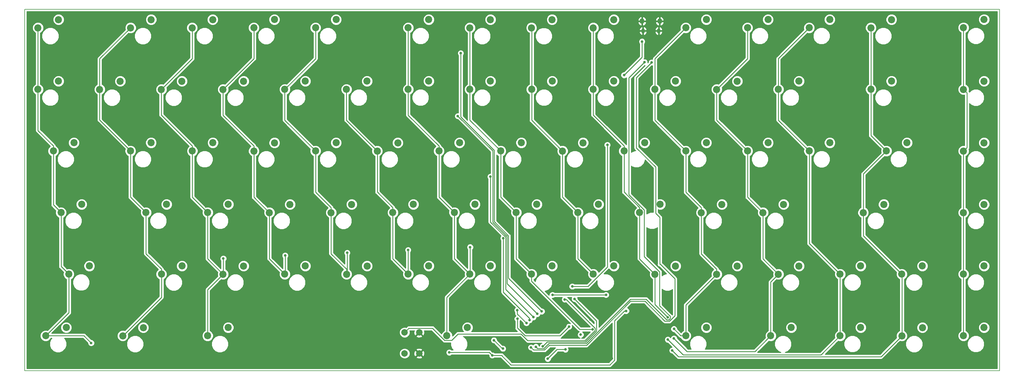
<source format=gbr>
%TF.GenerationSoftware,KiCad,Pcbnew,5.0.1*%
%TF.CreationDate,2019-04-01T22:15:05+02:00*%
%TF.ProjectId,sofaboard,736F6661626F6172642E6B696361645F,rev?*%
%TF.SameCoordinates,Original*%
%TF.FileFunction,Copper,L1,Top,Signal*%
%TF.FilePolarity,Positive*%
%FSLAX46Y46*%
G04 Gerber Fmt 4.6, Leading zero omitted, Abs format (unit mm)*
G04 Created by KiCad (PCBNEW 5.0.1) date Mon 01 Apr 2019 22:15:05 CEST*
%MOMM*%
%LPD*%
G01*
G04 APERTURE LIST*
%ADD10C,0.150000*%
%ADD11C,2.200000*%
%ADD12C,2.000000*%
%ADD13O,1.350000X1.700000*%
%ADD14O,1.100000X1.500000*%
%ADD15C,0.800000*%
%ADD16C,0.250000*%
%ADD17C,0.254000*%
G04 APERTURE END LIST*
D10*
X7620000Y11430000D02*
X7620000Y123190000D01*
X308610000Y11430000D02*
X7620000Y11430000D01*
X308610000Y123190000D02*
X308610000Y11430000D01*
X7620000Y123190000D02*
X308610000Y123190000D01*
D11*
X265720000Y24790000D03*
X259370000Y22250000D03*
X275260000Y120020000D03*
X268910000Y117480000D03*
D12*
X129440000Y23270000D03*
X124940000Y23270000D03*
X129440000Y16770000D03*
X124940000Y16770000D03*
D11*
X18090000Y120020000D03*
X11740000Y117480000D03*
X141890000Y81930000D03*
X135540000Y79390000D03*
X246690000Y43810000D03*
X240340000Y41270000D03*
X184780000Y62880000D03*
X178430000Y60340000D03*
X303830000Y43850000D03*
X297480000Y41310000D03*
X284780000Y43830000D03*
X278430000Y41290000D03*
X44280000Y24770000D03*
X37930000Y22230000D03*
X189540000Y43830000D03*
X183190000Y41290000D03*
X237160000Y81940000D03*
X230810000Y79400000D03*
X265740000Y43830000D03*
X259390000Y41290000D03*
X241920000Y62870000D03*
X235570000Y60330000D03*
X75230000Y43820000D03*
X68880000Y41280000D03*
X303820000Y24790000D03*
X297470000Y22250000D03*
X189540000Y100980000D03*
X183190000Y98440000D03*
X132390000Y43830000D03*
X126040000Y41290000D03*
X56200000Y43830000D03*
X49850000Y41290000D03*
X284800000Y24760000D03*
X278450000Y22220000D03*
X113330000Y100990000D03*
X106980000Y98450000D03*
X108580000Y62870000D03*
X102230000Y60330000D03*
X280030000Y81950000D03*
X273680000Y79410000D03*
X103800000Y81930000D03*
X97450000Y79390000D03*
X203840000Y62900000D03*
X197490000Y60360000D03*
X256210000Y81930000D03*
X249860000Y79390000D03*
X65720000Y81940000D03*
X59370000Y79400000D03*
X256190000Y120040000D03*
X249840000Y117500000D03*
X132380000Y100990000D03*
X126030000Y98450000D03*
X303810000Y62860000D03*
X297460000Y60320000D03*
X208580000Y43820000D03*
X202230000Y41280000D03*
X170450000Y120000000D03*
X164100000Y117460000D03*
X20480000Y24780000D03*
X14130000Y22240000D03*
X113350000Y43820000D03*
X107000000Y41280000D03*
X70460000Y24780000D03*
X64110000Y22240000D03*
X75220000Y100970000D03*
X68870000Y98430000D03*
X144300000Y24790000D03*
X137950000Y22250000D03*
X122850000Y81900000D03*
X116500000Y79360000D03*
X146650000Y62900000D03*
X140300000Y60360000D03*
X27610000Y43840000D03*
X21260000Y41300000D03*
X170500000Y100990000D03*
X164150000Y98450000D03*
X208590000Y100980000D03*
X202240000Y98440000D03*
X237150000Y120040000D03*
X230800000Y117500000D03*
X94280000Y43830000D03*
X87930000Y41290000D03*
X89530000Y62860000D03*
X83180000Y60320000D03*
X18080000Y100990000D03*
X11730000Y98450000D03*
X94270000Y100980000D03*
X87920000Y98440000D03*
X170480000Y43830000D03*
X164130000Y41290000D03*
X84760000Y81910000D03*
X78410000Y79370000D03*
X132390000Y120040000D03*
X126040000Y117500000D03*
X151420000Y120020000D03*
X145070000Y117480000D03*
X272890000Y62860000D03*
X266540000Y60320000D03*
X246680000Y101000000D03*
X240330000Y98460000D03*
X303840000Y120060000D03*
X297490000Y117520000D03*
X222870000Y62860000D03*
X216520000Y60320000D03*
X275260000Y100980000D03*
X268910000Y98440000D03*
X218100000Y120030000D03*
X211750000Y117490000D03*
X151430000Y100980000D03*
X145080000Y98440000D03*
X303830000Y100970000D03*
X297480000Y98430000D03*
X180020000Y81920000D03*
X173670000Y79380000D03*
X25230000Y62890000D03*
X18880000Y60350000D03*
X199050000Y81950000D03*
X192700000Y79410000D03*
X227630000Y100970000D03*
X221280000Y98430000D03*
X218100000Y24790000D03*
X211750000Y22250000D03*
X46660000Y81950000D03*
X40310000Y79410000D03*
X151440000Y43840000D03*
X145090000Y41300000D03*
X189520000Y120000000D03*
X183170000Y117460000D03*
X51430000Y62900000D03*
X45080000Y60360000D03*
X218100000Y81940000D03*
X211750000Y79400000D03*
X46670000Y120020000D03*
X40320000Y117480000D03*
X65700000Y120020000D03*
X59350000Y117480000D03*
X56180000Y100970000D03*
X49830000Y98430000D03*
X303840000Y81920000D03*
X297490000Y79380000D03*
X160960000Y81930000D03*
X154610000Y79390000D03*
X244300000Y24780000D03*
X237950000Y22240000D03*
D13*
X203700000Y119520000D03*
X198240000Y119520000D03*
D14*
X203390000Y116520000D03*
X198550000Y116520000D03*
D11*
X84740000Y120030000D03*
X78390000Y117490000D03*
X103800000Y120030000D03*
X97450000Y117490000D03*
X37120000Y100960000D03*
X30770000Y98420000D03*
X22850000Y81930000D03*
X16500000Y79390000D03*
X165720000Y62890000D03*
X159370000Y60350000D03*
X70470000Y62890000D03*
X64120000Y60350000D03*
X127640000Y62880000D03*
X121290000Y60340000D03*
X227640000Y43810000D03*
X221290000Y41270000D03*
D15*
X179290000Y22570000D03*
X192690000Y102840000D03*
X176690000Y37500000D03*
X198230000Y113230000D03*
X187520000Y81270000D03*
X251560000Y22730000D03*
X176200000Y22380000D03*
X182300000Y27290000D03*
X179540000Y18150000D03*
X188870000Y15250000D03*
X158980000Y15540000D03*
X150140000Y20200000D03*
X206060000Y34070000D03*
X181230000Y23030000D03*
X290750000Y22490000D03*
X158900000Y18060000D03*
X151690000Y14030000D03*
X195270000Y86680000D03*
X197280000Y68530000D03*
X190790000Y32930000D03*
X32070000Y23600000D03*
X51960000Y23160000D03*
X201690000Y47930000D03*
X174040000Y26260000D03*
X180020000Y26420000D03*
X228920000Y22650000D03*
X172800000Y37190000D03*
X160470000Y21730000D03*
X272280000Y23400000D03*
X190920000Y17760000D03*
X155680000Y25650000D03*
X23620000Y115650000D03*
X28290000Y115860000D03*
X33170000Y115860000D03*
X50640000Y116060000D03*
X56330000Y115860000D03*
X69340000Y116060000D03*
X73810000Y116260000D03*
X88640000Y116260000D03*
X92300000Y116260000D03*
X107130000Y116260000D03*
X111400000Y116060000D03*
X114040000Y115860000D03*
X118310000Y116060000D03*
X121560000Y116060000D03*
X136770000Y116760000D03*
X140560000Y116970000D03*
X155820000Y116970000D03*
X159400000Y116970000D03*
X175080000Y116760000D03*
X178650000Y117280000D03*
X194240000Y120020000D03*
X194450000Y118550000D03*
X194450000Y116130000D03*
X195610000Y114440000D03*
X205290000Y113600000D03*
X206870000Y114860000D03*
X207610000Y117180000D03*
X207610000Y119710000D03*
X222240000Y116340000D03*
X226660000Y116130000D03*
X241180000Y116440000D03*
X245180000Y116440000D03*
X260140000Y116020000D03*
X263930000Y116130000D03*
X279190000Y116130000D03*
X283720000Y116230000D03*
X288140000Y116230000D03*
X292660000Y116440000D03*
X22000000Y97000000D03*
X26000000Y97000000D03*
X41000000Y97000000D03*
X45000000Y97000000D03*
X60000000Y97000000D03*
X64000000Y97000000D03*
X79000000Y97000000D03*
X83000000Y97000000D03*
X97000000Y97000000D03*
X101000000Y97000000D03*
X116000000Y97000000D03*
X120000000Y97000000D03*
X136000000Y97000000D03*
X140000000Y97000000D03*
X155000000Y97000000D03*
X159000000Y97000000D03*
X173000000Y97000000D03*
X177000000Y97000000D03*
X192000000Y97000000D03*
X198000000Y97000000D03*
X211000000Y97000000D03*
X215000000Y97000000D03*
X230000000Y97000000D03*
X235000000Y97000000D03*
X250000000Y97000000D03*
X254000000Y97000000D03*
X258000000Y97000000D03*
X262000000Y97000000D03*
X278000000Y97000000D03*
X282000000Y97000000D03*
X286000000Y97000000D03*
X292000000Y97000000D03*
X306000000Y97000000D03*
X306000000Y116000000D03*
X12000000Y77000000D03*
X26000000Y77000000D03*
X30000000Y77000000D03*
X34000000Y77000000D03*
X38000000Y77000000D03*
X49000000Y77000000D03*
X57000000Y77000000D03*
X53000000Y77000000D03*
X68000000Y77000000D03*
X77000000Y77000000D03*
X72000000Y77000000D03*
X87000000Y77000000D03*
X96000000Y77000000D03*
X92000000Y77000000D03*
X106000000Y77000000D03*
X115000000Y77000000D03*
X111000000Y77000000D03*
X125000000Y77000000D03*
X134000000Y77000000D03*
X130000000Y77000000D03*
X145000000Y77000000D03*
X148000000Y77000000D03*
X151000000Y77000000D03*
X164000000Y77000000D03*
X172000000Y77000000D03*
X168000000Y77000000D03*
X184000000Y77000000D03*
X190000000Y77000000D03*
X204000000Y77000000D03*
X209000000Y77000000D03*
X222000000Y77000000D03*
X228000000Y77000000D03*
X241000000Y77000000D03*
X246000000Y77000000D03*
X259000000Y77000000D03*
X263000000Y77000000D03*
X267000000Y77000000D03*
X283000000Y77000000D03*
X295000000Y77000000D03*
X289000000Y77000000D03*
X12000000Y58000000D03*
X28000000Y58000000D03*
X40000000Y58000000D03*
X34000000Y58000000D03*
X54000000Y58000000D03*
X59000000Y58000000D03*
X72000000Y58000000D03*
X79000000Y58000000D03*
X76000000Y58000000D03*
X93000000Y58000000D03*
X98000000Y58000000D03*
X111000000Y58000000D03*
X116000000Y58000000D03*
X130000000Y58000000D03*
X136000000Y58000000D03*
X149000000Y58000000D03*
X155000000Y58000000D03*
X169000000Y58000000D03*
X173000000Y58000000D03*
X189000000Y58000000D03*
X193000000Y58000000D03*
X206000000Y58000000D03*
X211000000Y58000000D03*
X226000000Y58000000D03*
X230000000Y58000000D03*
X246000000Y58000000D03*
X252000000Y58000000D03*
X257000000Y58000000D03*
X264000000Y58000000D03*
X276000000Y58000000D03*
X294000000Y58000000D03*
X290000000Y58000000D03*
X280000000Y58000000D03*
X285000000Y58000000D03*
X12000000Y39000000D03*
X17000000Y39000000D03*
X31000000Y39000000D03*
X36000000Y39000000D03*
X41000000Y39000000D03*
X47000000Y39000000D03*
X59000000Y39000000D03*
X64000000Y39000000D03*
X78000000Y39000000D03*
X85000000Y39000000D03*
X97000000Y39000000D03*
X104000000Y39000000D03*
X116000000Y39000000D03*
X122000000Y39000000D03*
X135000000Y39000000D03*
X139000000Y39000000D03*
X154000000Y39000000D03*
X162000000Y39000000D03*
X192000000Y39000000D03*
X212000000Y39000000D03*
X216000000Y39000000D03*
X230000000Y39000000D03*
X235000000Y39000000D03*
X250000000Y39000000D03*
X256000000Y39000000D03*
X269000000Y39000000D03*
X275000000Y39000000D03*
X287000000Y39000000D03*
X295000000Y39000000D03*
X78000000Y20000000D03*
X118000000Y20000000D03*
X201000000Y17000000D03*
X85090000Y19050000D03*
X111760000Y19050000D03*
X105410000Y21590000D03*
X91440000Y21590000D03*
X99060000Y20320000D03*
X159750000Y27480000D03*
X175710000Y25080000D03*
X177410000Y33620000D03*
X167580000Y19010000D03*
X152510000Y20850000D03*
X155260000Y18270000D03*
X174570000Y18000000D03*
X169130000Y15130000D03*
X142260000Y109650000D03*
X167270000Y29780000D03*
X165890000Y29010000D03*
X141360000Y90170000D03*
X151420000Y71440000D03*
X164660000Y27990000D03*
X163500000Y27080000D03*
X155380000Y52410000D03*
X162540000Y26180000D03*
X170590000Y34890000D03*
X187090000Y34890000D03*
X159730000Y30180000D03*
X138710000Y17080000D03*
X193340000Y29930000D03*
X151970000Y16190000D03*
X165420000Y18830000D03*
X198990000Y106870000D03*
X163940000Y18640000D03*
X201170000Y106780000D03*
X28160000Y20010000D03*
X68960000Y46130000D03*
X88050000Y47060000D03*
X107200000Y47910000D03*
X145160000Y49650000D03*
X183000000Y24230000D03*
X206180000Y27940000D03*
X208090000Y24350000D03*
X208080000Y21430000D03*
X206210000Y21060000D03*
X207530000Y17700000D03*
X126010000Y48770000D03*
X174370000Y33490000D03*
D16*
X198230000Y108380000D02*
X198230000Y113230000D01*
X181509002Y37500000D02*
X187520000Y43510998D01*
X176690000Y37500000D02*
X181509002Y37500000D01*
X192690000Y102840000D02*
X198230000Y108380000D01*
X187520000Y43510998D02*
X187520000Y81270000D01*
X159750000Y27480000D02*
X159750000Y24606998D01*
X172864999Y22234999D02*
X175710000Y25080000D01*
X159750000Y24606998D02*
X162121999Y22234999D01*
X162121999Y22234999D02*
X172864999Y22234999D01*
X167580000Y19010000D02*
X168899990Y20329990D01*
X184175011Y26854989D02*
X177410000Y33620000D01*
X180809403Y20329991D02*
X184175011Y23695599D01*
X168899990Y20329990D02*
X180809403Y20329991D01*
X184175011Y23695599D02*
X184175011Y26854989D01*
X152510000Y20850000D02*
X155090000Y18270000D01*
X155090000Y18270000D02*
X155260000Y18270000D01*
X169130000Y15130000D02*
X172000000Y18000000D01*
X172000000Y18000000D02*
X174570000Y18000000D01*
X157005019Y53130803D02*
X152595011Y57540811D01*
X157005019Y40044981D02*
X157005019Y53130803D01*
X167270000Y29780000D02*
X157005019Y40044981D01*
X152595010Y79571400D02*
X142260000Y89906410D01*
X142260000Y89906410D02*
X142260000Y109650000D01*
X152595011Y57540811D02*
X152595010Y79571400D01*
X165890000Y29010000D02*
X156555011Y38344989D01*
X156555010Y52944402D02*
X152145001Y57354411D01*
X152145001Y57354411D02*
X152145001Y79384999D01*
X156555011Y38344989D02*
X156555010Y52944402D01*
X152145001Y79384999D02*
X141360000Y90170000D01*
X156105001Y36544999D02*
X156105001Y52758001D01*
X164660000Y27990000D02*
X156105001Y36544999D01*
X156105001Y52758001D02*
X151420000Y57443002D01*
X151420000Y57443002D02*
X151420000Y71440000D01*
X155380000Y35765685D02*
X155380000Y52410000D01*
X163500000Y27080000D02*
X163500000Y27645685D01*
X163500000Y27645685D02*
X155380000Y35765685D01*
X162540000Y26180000D02*
X159730000Y28990000D01*
X159730000Y28990000D02*
X159730000Y30180000D01*
X187090000Y34890000D02*
X170590000Y34890000D01*
X189750000Y26905685D02*
X189750000Y14720000D01*
X151970000Y16190000D02*
X154850000Y16190000D01*
X151080000Y17080000D02*
X151970000Y16190000D01*
X192774315Y29930000D02*
X189750000Y26905685D01*
X188280000Y13250000D02*
X157790000Y13250000D01*
X193340000Y29930000D02*
X192774315Y29930000D01*
X189750000Y14720000D02*
X188280000Y13250000D01*
X138710000Y17080000D02*
X151080000Y17080000D01*
X138860000Y17230000D02*
X138710000Y17080000D01*
X154850000Y16190000D02*
X157790000Y13250000D01*
X203655001Y31538001D02*
X206905001Y28288001D01*
X180995802Y19879982D02*
X169522984Y19879982D01*
X194125001Y102005001D02*
X194125001Y65917043D01*
X203655001Y41964001D02*
X203655001Y31538001D01*
X198915001Y61127043D02*
X198915001Y46704001D01*
X194647229Y33531409D02*
X180995802Y19879982D01*
X199515589Y33531409D02*
X194647229Y33531409D01*
X206905001Y27591999D02*
X206528001Y27214999D01*
X194125001Y65917043D02*
X198915001Y61127043D01*
X167928001Y18284999D02*
X165965001Y18284999D01*
X206905001Y28288001D02*
X206905001Y27591999D01*
X205831999Y27214999D02*
X199515589Y33531409D01*
X169522984Y19879982D02*
X167928001Y18284999D01*
X165965001Y18284999D02*
X165420000Y18830000D01*
X198915001Y46704001D02*
X203655001Y41964001D01*
X206528001Y27214999D02*
X205831999Y27214999D01*
X198990000Y106870000D02*
X194125001Y102005001D01*
X208365001Y39856001D02*
X208365001Y28415589D01*
X169609412Y19330000D02*
X168114401Y17834989D01*
X168114401Y17834989D02*
X164745011Y17834989D01*
X196440000Y102050000D02*
X196440000Y80381002D01*
X203690000Y44340000D02*
X203881002Y44340000D01*
X208365001Y28415589D02*
X206714401Y26764989D01*
X201170000Y106780000D02*
X196440000Y102050000D01*
X194672230Y32920000D02*
X181082230Y19330000D01*
X202414999Y74406003D02*
X202414999Y60145001D01*
X181082230Y19330000D02*
X169609412Y19330000D01*
X199110000Y32920000D02*
X194672230Y32920000D01*
X164745011Y17834989D02*
X163940000Y18640000D01*
X203881002Y44340000D02*
X208365001Y39856001D01*
X206714401Y26764989D02*
X205265011Y26764989D01*
X205265011Y26764989D02*
X199110000Y32920000D01*
X202414999Y60145001D02*
X203690000Y58870000D01*
X203690000Y58870000D02*
X203690000Y44340000D01*
X196440000Y80381002D02*
X202414999Y74406003D01*
X11730000Y85715634D02*
X11730000Y98450000D01*
X16500000Y79390000D02*
X16500000Y80945634D01*
X11730000Y98450000D02*
X11730000Y117470000D01*
X18880000Y43680000D02*
X18880000Y60350000D01*
X21260000Y29370000D02*
X21260000Y41300000D01*
X18880000Y60350000D02*
X16500000Y62730000D01*
X21260000Y41300000D02*
X18880000Y43680000D01*
X11730000Y117470000D02*
X11740000Y117480000D01*
X16500000Y80945634D02*
X11730000Y85715634D01*
X16500000Y62730000D02*
X16500000Y79390000D01*
X28160000Y20010000D02*
X25930000Y22240000D01*
X14130000Y22240000D02*
X21260000Y29370000D01*
X25930000Y22240000D02*
X14130000Y22240000D01*
X30770000Y107930000D02*
X40320000Y117480000D01*
X30770000Y98420000D02*
X30770000Y107930000D01*
X49850000Y34150000D02*
X49850000Y41290000D01*
X49850000Y42845634D02*
X45080000Y47615634D01*
X45080000Y47615634D02*
X45080000Y58804366D01*
X49850000Y41290000D02*
X49850000Y42845634D01*
X40310000Y65130000D02*
X40310000Y79410000D01*
X40310000Y79410000D02*
X30770000Y88950000D01*
X45080000Y60360000D02*
X40310000Y65130000D01*
X37930000Y22230000D02*
X49850000Y34150000D01*
X30770000Y88950000D02*
X30770000Y98420000D01*
X45080000Y58804366D02*
X45080000Y60360000D01*
X64110000Y36510000D02*
X68880000Y41280000D01*
X59350000Y107950000D02*
X59350000Y117480000D01*
X64120000Y46040000D02*
X64120000Y60350000D01*
X59370000Y79400000D02*
X59370000Y80955634D01*
X64120000Y60350000D02*
X59370000Y65100000D01*
X59370000Y80955634D02*
X49830000Y90495634D01*
X59370000Y65100000D02*
X59370000Y79400000D01*
X68880000Y41280000D02*
X64120000Y46040000D01*
X49830000Y98430000D02*
X59350000Y107950000D01*
X64110000Y22240000D02*
X64110000Y36510000D01*
X49830000Y90495634D02*
X49830000Y96874366D01*
X49830000Y96874366D02*
X49830000Y98430000D01*
X68960000Y46130000D02*
X68960000Y41360000D01*
X68960000Y41360000D02*
X68880000Y41280000D01*
X83180000Y46040000D02*
X83180000Y60320000D01*
X88050000Y47060000D02*
X88050000Y41410000D01*
X78410000Y80925634D02*
X68870000Y90465634D01*
X83180000Y60320000D02*
X78410000Y65090000D01*
X68870000Y96874366D02*
X68870000Y98430000D01*
X88050000Y41410000D02*
X87930000Y41290000D01*
X78410000Y79370000D02*
X78410000Y80925634D01*
X78390000Y107950000D02*
X78390000Y117490000D01*
X68870000Y98430000D02*
X78390000Y107950000D01*
X87930000Y41290000D02*
X83180000Y46040000D01*
X68870000Y90465634D02*
X68870000Y96874366D01*
X78410000Y65090000D02*
X78410000Y79370000D01*
X102230000Y60330000D02*
X102230000Y61885634D01*
X97450000Y77834366D02*
X97450000Y79390000D01*
X87920000Y98440000D02*
X97450000Y107970000D01*
X97450000Y107970000D02*
X97450000Y117490000D01*
X101780000Y62335634D02*
X97450000Y66665634D01*
X102230000Y47605634D02*
X102230000Y58774366D01*
X97450000Y66665634D02*
X97450000Y77834366D01*
X87920000Y88920000D02*
X87920000Y98440000D01*
X102230000Y58774366D02*
X102230000Y60330000D01*
X107000000Y42835634D02*
X102230000Y47605634D01*
X107000000Y41280000D02*
X107000000Y42835634D01*
X102230000Y61885634D02*
X101780000Y62335634D01*
X107200000Y47910000D02*
X107200000Y41480000D01*
X97450000Y79390000D02*
X87920000Y88920000D01*
X107200000Y41480000D02*
X107000000Y41280000D01*
X126030000Y117490000D02*
X126040000Y117500000D01*
X140300000Y60360000D02*
X135540000Y65120000D01*
X145160000Y49650000D02*
X145160000Y41370000D01*
X126030000Y98450000D02*
X126030000Y117490000D01*
X137950000Y22250000D02*
X137950000Y34160000D01*
X137950000Y34160000D02*
X145090000Y41300000D01*
X140300000Y46090000D02*
X140300000Y60360000D01*
X126030000Y90455634D02*
X126030000Y96894366D01*
X135540000Y79390000D02*
X135540000Y80945634D01*
X135540000Y65120000D02*
X135540000Y79390000D01*
X145160000Y41370000D02*
X145090000Y41300000D01*
X145090000Y41300000D02*
X140300000Y46090000D01*
X126030000Y96894366D02*
X126030000Y98450000D01*
X135540000Y80945634D02*
X126030000Y90455634D01*
X179018998Y24230000D02*
X164130000Y39118998D01*
X145080000Y117470000D02*
X145070000Y117480000D01*
X159370000Y60350000D02*
X154610000Y65110000D01*
X164130000Y41290000D02*
X159370000Y46050000D01*
X145080000Y98440000D02*
X145080000Y117470000D01*
X164130000Y39734366D02*
X164130000Y41290000D01*
X154610000Y65110000D02*
X154610000Y79390000D01*
X145080000Y88920000D02*
X145080000Y98440000D01*
X183000000Y24230000D02*
X179018998Y24230000D01*
X164130000Y39118998D02*
X164130000Y39734366D01*
X159370000Y46050000D02*
X159370000Y60350000D01*
X154610000Y79390000D02*
X145080000Y88920000D01*
X173670000Y79380000D02*
X164150000Y88900000D01*
X164150000Y88900000D02*
X164150000Y98450000D01*
X178430000Y46050000D02*
X178430000Y60340000D01*
X183190000Y41290000D02*
X178430000Y46050000D01*
X164150000Y117410000D02*
X164100000Y117460000D01*
X173670000Y65100000D02*
X173670000Y79380000D01*
X178430000Y60340000D02*
X173670000Y65100000D01*
X164150000Y98450000D02*
X164150000Y117410000D01*
X197490000Y60360000D02*
X197490000Y61915634D01*
X192700000Y77854366D02*
X192700000Y79410000D01*
X183190000Y98440000D02*
X183190000Y117440000D01*
X192700000Y79410000D02*
X192700000Y80965634D01*
X183190000Y117440000D02*
X183170000Y117460000D01*
X206180000Y27940000D02*
X202230000Y31890000D01*
X197490000Y46020000D02*
X197490000Y60360000D01*
X202230000Y31890000D02*
X202230000Y41280000D01*
X202230000Y41280000D02*
X197490000Y46020000D01*
X183190000Y90475634D02*
X183190000Y96884366D01*
X183190000Y96884366D02*
X183190000Y98440000D01*
X197490000Y61915634D02*
X192700000Y66705634D01*
X192700000Y66705634D02*
X192700000Y77854366D01*
X192700000Y80965634D02*
X186050000Y87615634D01*
X186050000Y87615634D02*
X183190000Y90475634D01*
X216520000Y58764366D02*
X216520000Y60320000D01*
X216520000Y61875634D02*
X211750000Y66645634D01*
X211750000Y31730000D02*
X221290000Y41270000D01*
X211750000Y79400000D02*
X202240000Y88910000D01*
X202240000Y98440000D02*
X202240000Y107980000D01*
X216520000Y47595634D02*
X216520000Y58764366D01*
X211750000Y22250000D02*
X211750000Y31730000D01*
X221290000Y42825634D02*
X216520000Y47595634D01*
X211750000Y77844366D02*
X211750000Y79400000D01*
X202240000Y88910000D02*
X202240000Y98440000D01*
X202240000Y107980000D02*
X211750000Y117490000D01*
X211750000Y66645634D02*
X211750000Y77844366D01*
X216520000Y60320000D02*
X216520000Y61875634D01*
X210190000Y22250000D02*
X211750000Y22250000D01*
X208090000Y24350000D02*
X210190000Y22250000D01*
X221290000Y41270000D02*
X221290000Y42825634D01*
X233094999Y17384999D02*
X236850001Y21140001D01*
X221280000Y98430000D02*
X230800000Y107950000D01*
X221280000Y88930000D02*
X221280000Y98430000D01*
X235570000Y60330000D02*
X230810000Y65090000D01*
X208080000Y21430000D02*
X212125001Y17384999D01*
X240340000Y41270000D02*
X235570000Y46040000D01*
X230810000Y65090000D02*
X230810000Y79400000D01*
X230800000Y107950000D02*
X230800000Y117500000D01*
X237950000Y22240000D02*
X237950000Y38880000D01*
X235570000Y46040000D02*
X235570000Y49870000D01*
X237950000Y38880000D02*
X240340000Y41270000D01*
X230810000Y79400000D02*
X221280000Y88930000D01*
X235570000Y49870000D02*
X235570000Y60330000D01*
X236850001Y21140001D02*
X237950000Y22240000D01*
X212125001Y17384999D02*
X233094999Y17384999D01*
X240330000Y107990000D02*
X249840000Y117500000D01*
X259370000Y29190000D02*
X259370000Y41270000D01*
X210910000Y16360000D02*
X253480000Y16360000D01*
X249860000Y50820000D02*
X249860000Y79390000D01*
X259370000Y22250000D02*
X259370000Y29190000D01*
X253480000Y16360000D02*
X259370000Y22250000D01*
X240330000Y98460000D02*
X240330000Y107990000D01*
X259370000Y41270000D02*
X259390000Y41290000D01*
X259390000Y41290000D02*
X249860000Y50820000D01*
X240330000Y88920000D02*
X240330000Y98460000D01*
X249860000Y79390000D02*
X240330000Y88920000D01*
X206210000Y21060000D02*
X210910000Y16360000D01*
X268910000Y84180000D02*
X268910000Y98440000D01*
X273680000Y79410000D02*
X268910000Y84180000D01*
X266540000Y72270000D02*
X273680000Y79410000D01*
X266540000Y53180000D02*
X266540000Y60320000D01*
X278450000Y22220000D02*
X278450000Y41270000D01*
X272020000Y15790000D02*
X278450000Y22220000D01*
X268910000Y98440000D02*
X268910000Y117480000D01*
X209440000Y15790000D02*
X272020000Y15790000D01*
X266540000Y60320000D02*
X266540000Y72270000D01*
X278430000Y41290000D02*
X266540000Y53180000D01*
X207530000Y17700000D02*
X209440000Y15790000D01*
X278450000Y41270000D02*
X278430000Y41290000D01*
X297480000Y41310000D02*
X297480000Y60300000D01*
X298589999Y97320001D02*
X298579999Y97330001D01*
X298579999Y97330001D02*
X297480000Y98430000D01*
X297470000Y22250000D02*
X297470000Y41300000D01*
X297460000Y60320000D02*
X297460000Y79350000D01*
X298589999Y80479999D02*
X298589999Y97320001D01*
X297490000Y79380000D02*
X298589999Y80479999D01*
X297460000Y79350000D02*
X297490000Y79380000D01*
X297480000Y117510000D02*
X297490000Y117520000D01*
X297480000Y60300000D02*
X297460000Y60320000D01*
X297480000Y98430000D02*
X297480000Y117510000D01*
X297470000Y41300000D02*
X297480000Y41310000D01*
X116500000Y77804366D02*
X116500000Y79360000D01*
X116500000Y79360000D02*
X106980000Y88880000D01*
X126040000Y41290000D02*
X121290000Y46040000D01*
X116500000Y66685634D02*
X116500000Y77804366D01*
X121290000Y61895634D02*
X116500000Y66685634D01*
X121290000Y46040000D02*
X121290000Y60340000D01*
X106980000Y88880000D02*
X106980000Y98450000D01*
X121290000Y60340000D02*
X121290000Y61895634D01*
X126010000Y41320000D02*
X126040000Y41290000D01*
X126010000Y48770000D02*
X126010000Y41320000D01*
X133495997Y24595001D02*
X137265999Y20824999D01*
X160910588Y22810000D02*
X162940588Y20780000D01*
X141420000Y22810000D02*
X160910588Y22810000D01*
X124940000Y23270000D02*
X126265001Y24595001D01*
X162940588Y20780000D02*
X180623002Y20780000D01*
X139434999Y20824999D02*
X141420000Y22810000D01*
X137265999Y20824999D02*
X139434999Y20824999D01*
X126265001Y24595001D02*
X133495997Y24595001D01*
X183725001Y23881999D02*
X183725001Y24578001D01*
X174813002Y33490000D02*
X174370000Y33490000D01*
X183725001Y24578001D02*
X174813002Y33490000D01*
X180623002Y20780000D02*
X183725001Y23881999D01*
D17*
G36*
X307900001Y12140000D02*
X8330000Y12140000D01*
X8330000Y98795113D01*
X9995000Y98795113D01*
X9995000Y98104887D01*
X10259138Y97467201D01*
X10747201Y96979138D01*
X10970001Y96886851D01*
X10970000Y85790481D01*
X10955112Y85715634D01*
X10970000Y85640787D01*
X10970000Y85640783D01*
X11014096Y85419098D01*
X11182071Y85167705D01*
X11245530Y85125303D01*
X15513586Y80857247D01*
X15029138Y80372799D01*
X14765000Y79735113D01*
X14765000Y79044887D01*
X15029138Y78407201D01*
X15517201Y77919138D01*
X15740001Y77826851D01*
X15740000Y62804847D01*
X15725112Y62730000D01*
X15740000Y62655153D01*
X15740000Y62655149D01*
X15784096Y62433464D01*
X15952071Y62182071D01*
X16015530Y62139669D01*
X17237286Y60917912D01*
X17145000Y60695113D01*
X17145000Y60004887D01*
X17409138Y59367201D01*
X17897201Y58879138D01*
X18120001Y58786851D01*
X18120000Y43754847D01*
X18105112Y43680000D01*
X18120000Y43605153D01*
X18120000Y43605149D01*
X18164096Y43383464D01*
X18332071Y43132071D01*
X18395530Y43089669D01*
X19617286Y41867912D01*
X19525000Y41645113D01*
X19525000Y40954887D01*
X19789138Y40317201D01*
X20277201Y39829138D01*
X20500001Y39736851D01*
X20500000Y29684802D01*
X14697912Y23882714D01*
X14475113Y23975000D01*
X13784887Y23975000D01*
X13147201Y23710862D01*
X12659138Y23222799D01*
X12395000Y22585113D01*
X12395000Y21894887D01*
X12659138Y21257201D01*
X13147201Y20769138D01*
X13784887Y20505000D01*
X14475113Y20505000D01*
X15112799Y20769138D01*
X15600862Y21257201D01*
X15693148Y21480000D01*
X15993547Y21480000D01*
X15706155Y21192608D01*
X15305000Y20224134D01*
X15305000Y19175866D01*
X15706155Y18207392D01*
X16447392Y17466155D01*
X17415866Y17065000D01*
X18464134Y17065000D01*
X19432608Y17466155D01*
X20173845Y18207392D01*
X20575000Y19175866D01*
X20575000Y20224134D01*
X20173845Y21192608D01*
X19886453Y21480000D01*
X25615199Y21480000D01*
X27125000Y19970198D01*
X27125000Y19804126D01*
X27282569Y19423720D01*
X27573720Y19132569D01*
X27954126Y18975000D01*
X28365874Y18975000D01*
X28746280Y19132569D01*
X29037431Y19423720D01*
X29195000Y19804126D01*
X29195000Y20214134D01*
X39105000Y20214134D01*
X39105000Y19165866D01*
X39506155Y18197392D01*
X40247392Y17456155D01*
X41215866Y17055000D01*
X42264134Y17055000D01*
X43232608Y17456155D01*
X43973845Y18197392D01*
X44375000Y19165866D01*
X44375000Y20214134D01*
X44370858Y20224134D01*
X65285000Y20224134D01*
X65285000Y19175866D01*
X65686155Y18207392D01*
X66427392Y17466155D01*
X67395866Y17065000D01*
X68444134Y17065000D01*
X68517096Y17095222D01*
X123305000Y17095222D01*
X123305000Y16444778D01*
X123553914Y15843847D01*
X124013847Y15383914D01*
X124614778Y15135000D01*
X125265222Y15135000D01*
X125866153Y15383914D01*
X126099707Y15617468D01*
X128467073Y15617468D01*
X128565736Y15350613D01*
X129175461Y15124092D01*
X129825460Y15148144D01*
X130314264Y15350613D01*
X130412927Y15617468D01*
X129440000Y16590395D01*
X128467073Y15617468D01*
X126099707Y15617468D01*
X126326086Y15843847D01*
X126575000Y16444778D01*
X126575000Y17034539D01*
X127794092Y17034539D01*
X127818144Y16384540D01*
X128020613Y15895736D01*
X128287468Y15797073D01*
X129260395Y16770000D01*
X129619605Y16770000D01*
X130592532Y15797073D01*
X130859387Y15895736D01*
X131085908Y16505461D01*
X131061856Y17155460D01*
X130859387Y17644264D01*
X130592532Y17742927D01*
X129619605Y16770000D01*
X129260395Y16770000D01*
X128287468Y17742927D01*
X128020613Y17644264D01*
X127794092Y17034539D01*
X126575000Y17034539D01*
X126575000Y17095222D01*
X126326086Y17696153D01*
X126099707Y17922532D01*
X128467073Y17922532D01*
X129440000Y16949605D01*
X130412927Y17922532D01*
X130314264Y18189387D01*
X129704539Y18415908D01*
X129054540Y18391856D01*
X128565736Y18189387D01*
X128467073Y17922532D01*
X126099707Y17922532D01*
X125866153Y18156086D01*
X125265222Y18405000D01*
X124614778Y18405000D01*
X124013847Y18156086D01*
X123553914Y17696153D01*
X123305000Y17095222D01*
X68517096Y17095222D01*
X69412608Y17466155D01*
X70153845Y18207392D01*
X70555000Y19175866D01*
X70555000Y20224134D01*
X70153845Y21192608D01*
X69412608Y21933845D01*
X68444134Y22335000D01*
X67395866Y22335000D01*
X66427392Y21933845D01*
X65686155Y21192608D01*
X65285000Y20224134D01*
X44370858Y20224134D01*
X43973845Y21182608D01*
X43232608Y21923845D01*
X42264134Y22325000D01*
X41215866Y22325000D01*
X40247392Y21923845D01*
X39506155Y21182608D01*
X39105000Y20214134D01*
X29195000Y20214134D01*
X29195000Y20215874D01*
X29037431Y20596280D01*
X28746280Y20887431D01*
X28365874Y21045000D01*
X28199802Y21045000D01*
X26520331Y22724470D01*
X26477929Y22787929D01*
X26226537Y22955904D01*
X26004852Y23000000D01*
X26004847Y23000000D01*
X25930000Y23014888D01*
X25855153Y23000000D01*
X15964801Y23000000D01*
X18089914Y25125113D01*
X18745000Y25125113D01*
X18745000Y24434887D01*
X19009138Y23797201D01*
X19497201Y23309138D01*
X20134887Y23045000D01*
X20825113Y23045000D01*
X21462799Y23309138D01*
X21950862Y23797201D01*
X22215000Y24434887D01*
X22215000Y25125113D01*
X21950862Y25762799D01*
X21462799Y26250862D01*
X20825113Y26515000D01*
X20134887Y26515000D01*
X19497201Y26250862D01*
X19009138Y25762799D01*
X18745000Y25125113D01*
X18089914Y25125113D01*
X21744473Y28779671D01*
X21807929Y28822071D01*
X21929427Y29003905D01*
X21975904Y29073462D01*
X21999019Y29189671D01*
X22020000Y29295148D01*
X22020000Y29295152D01*
X22034888Y29370000D01*
X22020000Y29444848D01*
X22020000Y39284134D01*
X22435000Y39284134D01*
X22435000Y38235866D01*
X22836155Y37267392D01*
X23577392Y36526155D01*
X24545866Y36125000D01*
X25594134Y36125000D01*
X26562608Y36526155D01*
X27303845Y37267392D01*
X27705000Y38235866D01*
X27705000Y39284134D01*
X27303845Y40252608D01*
X26562608Y40993845D01*
X25594134Y41395000D01*
X24545866Y41395000D01*
X23577392Y40993845D01*
X22836155Y40252608D01*
X22435000Y39284134D01*
X22020000Y39284134D01*
X22020000Y39736852D01*
X22242799Y39829138D01*
X22730862Y40317201D01*
X22995000Y40954887D01*
X22995000Y41645113D01*
X22730862Y42282799D01*
X22242799Y42770862D01*
X21605113Y43035000D01*
X20914887Y43035000D01*
X20692088Y42942714D01*
X19640000Y43994801D01*
X19640000Y44185113D01*
X25875000Y44185113D01*
X25875000Y43494887D01*
X26139138Y42857201D01*
X26627201Y42369138D01*
X27264887Y42105000D01*
X27955113Y42105000D01*
X28592799Y42369138D01*
X29080862Y42857201D01*
X29345000Y43494887D01*
X29345000Y44185113D01*
X29080862Y44822799D01*
X28592799Y45310862D01*
X27955113Y45575000D01*
X27264887Y45575000D01*
X26627201Y45310862D01*
X26139138Y44822799D01*
X25875000Y44185113D01*
X19640000Y44185113D01*
X19640000Y58334134D01*
X20055000Y58334134D01*
X20055000Y57285866D01*
X20456155Y56317392D01*
X21197392Y55576155D01*
X22165866Y55175000D01*
X23214134Y55175000D01*
X24182608Y55576155D01*
X24923845Y56317392D01*
X25325000Y57285866D01*
X25325000Y58334134D01*
X24923845Y59302608D01*
X24182608Y60043845D01*
X23214134Y60445000D01*
X22165866Y60445000D01*
X21197392Y60043845D01*
X20456155Y59302608D01*
X20055000Y58334134D01*
X19640000Y58334134D01*
X19640000Y58786852D01*
X19862799Y58879138D01*
X20350862Y59367201D01*
X20615000Y60004887D01*
X20615000Y60695113D01*
X20350862Y61332799D01*
X19862799Y61820862D01*
X19225113Y62085000D01*
X18534887Y62085000D01*
X18312088Y61992714D01*
X17260000Y63044801D01*
X17260000Y63235113D01*
X23495000Y63235113D01*
X23495000Y62544887D01*
X23759138Y61907201D01*
X24247201Y61419138D01*
X24884887Y61155000D01*
X25575113Y61155000D01*
X26212799Y61419138D01*
X26700862Y61907201D01*
X26965000Y62544887D01*
X26965000Y63235113D01*
X26700862Y63872799D01*
X26212799Y64360862D01*
X25575113Y64625000D01*
X24884887Y64625000D01*
X24247201Y64360862D01*
X23759138Y63872799D01*
X23495000Y63235113D01*
X17260000Y63235113D01*
X17260000Y77374134D01*
X17675000Y77374134D01*
X17675000Y76325866D01*
X18076155Y75357392D01*
X18817392Y74616155D01*
X19785866Y74215000D01*
X20834134Y74215000D01*
X21802608Y74616155D01*
X22543845Y75357392D01*
X22945000Y76325866D01*
X22945000Y77374134D01*
X22543845Y78342608D01*
X21802608Y79083845D01*
X20834134Y79485000D01*
X19785866Y79485000D01*
X18817392Y79083845D01*
X18076155Y78342608D01*
X17675000Y77374134D01*
X17260000Y77374134D01*
X17260000Y77826852D01*
X17482799Y77919138D01*
X17970862Y78407201D01*
X18235000Y79044887D01*
X18235000Y79735113D01*
X17970862Y80372799D01*
X17482799Y80860862D01*
X17274596Y80947102D01*
X17260000Y81020482D01*
X17260000Y81020486D01*
X17215904Y81242171D01*
X17215904Y81242172D01*
X17090329Y81430107D01*
X17047929Y81493563D01*
X16984473Y81535963D01*
X16245323Y82275113D01*
X21115000Y82275113D01*
X21115000Y81584887D01*
X21379138Y80947201D01*
X21867201Y80459138D01*
X22504887Y80195000D01*
X23195113Y80195000D01*
X23832799Y80459138D01*
X24320862Y80947201D01*
X24585000Y81584887D01*
X24585000Y82275113D01*
X24320862Y82912799D01*
X23832799Y83400862D01*
X23195113Y83665000D01*
X22504887Y83665000D01*
X21867201Y83400862D01*
X21379138Y82912799D01*
X21115000Y82275113D01*
X16245323Y82275113D01*
X12490000Y86030435D01*
X12490000Y96434134D01*
X12905000Y96434134D01*
X12905000Y95385866D01*
X13306155Y94417392D01*
X14047392Y93676155D01*
X15015866Y93275000D01*
X16064134Y93275000D01*
X17032608Y93676155D01*
X17773845Y94417392D01*
X18175000Y95385866D01*
X18175000Y96434134D01*
X17773845Y97402608D01*
X17032608Y98143845D01*
X16064134Y98545000D01*
X15015866Y98545000D01*
X14047392Y98143845D01*
X13306155Y97402608D01*
X12905000Y96434134D01*
X12490000Y96434134D01*
X12490000Y96886852D01*
X12712799Y96979138D01*
X13200862Y97467201D01*
X13465000Y98104887D01*
X13465000Y98765113D01*
X29035000Y98765113D01*
X29035000Y98074887D01*
X29299138Y97437201D01*
X29787201Y96949138D01*
X30010001Y96856851D01*
X30010000Y89024847D01*
X29995112Y88950000D01*
X30010000Y88875153D01*
X30010000Y88875149D01*
X30054096Y88653464D01*
X30222071Y88402071D01*
X30285530Y88359669D01*
X38667286Y79977911D01*
X38575000Y79755113D01*
X38575000Y79064887D01*
X38839138Y78427201D01*
X39327201Y77939138D01*
X39550001Y77846851D01*
X39550000Y65204847D01*
X39535112Y65130000D01*
X39550000Y65055153D01*
X39550000Y65055149D01*
X39594096Y64833464D01*
X39762071Y64582071D01*
X39825530Y64539669D01*
X43437286Y60927912D01*
X43345000Y60705113D01*
X43345000Y60014887D01*
X43609138Y59377201D01*
X44097201Y58889138D01*
X44320000Y58796852D01*
X44320000Y58729515D01*
X44320001Y58729510D01*
X44320000Y47690481D01*
X44305112Y47615634D01*
X44320000Y47540787D01*
X44320000Y47540783D01*
X44364096Y47319098D01*
X44532071Y47067705D01*
X44595530Y47025303D01*
X48863586Y42757247D01*
X48379138Y42272799D01*
X48115000Y41635113D01*
X48115000Y40944887D01*
X48379138Y40307201D01*
X48867201Y39819138D01*
X49090001Y39726851D01*
X49090000Y34464802D01*
X38497912Y23872714D01*
X38275113Y23965000D01*
X37584887Y23965000D01*
X36947201Y23700862D01*
X36459138Y23212799D01*
X36195000Y22575113D01*
X36195000Y21884887D01*
X36459138Y21247201D01*
X36947201Y20759138D01*
X37584887Y20495000D01*
X38275113Y20495000D01*
X38912799Y20759138D01*
X39400862Y21247201D01*
X39665000Y21884887D01*
X39665000Y22575113D01*
X39572714Y22797912D01*
X41889915Y25115113D01*
X42545000Y25115113D01*
X42545000Y24424887D01*
X42809138Y23787201D01*
X43297201Y23299138D01*
X43934887Y23035000D01*
X44625113Y23035000D01*
X45262799Y23299138D01*
X45750862Y23787201D01*
X46015000Y24424887D01*
X46015000Y25115113D01*
X45750862Y25752799D01*
X45262799Y26240862D01*
X44625113Y26505000D01*
X43934887Y26505000D01*
X43297201Y26240862D01*
X42809138Y25752799D01*
X42545000Y25115113D01*
X41889915Y25115113D01*
X50334473Y33559671D01*
X50397929Y33602071D01*
X50450000Y33680000D01*
X50565904Y33853462D01*
X50597552Y34012569D01*
X50610000Y34075148D01*
X50610000Y34075152D01*
X50624888Y34150000D01*
X50610000Y34224848D01*
X50610000Y39274134D01*
X51025000Y39274134D01*
X51025000Y38225866D01*
X51426155Y37257392D01*
X52167392Y36516155D01*
X53135866Y36115000D01*
X54184134Y36115000D01*
X55152608Y36516155D01*
X55893845Y37257392D01*
X56295000Y38225866D01*
X56295000Y39274134D01*
X55893845Y40242608D01*
X55152608Y40983845D01*
X54184134Y41385000D01*
X53135866Y41385000D01*
X52167392Y40983845D01*
X51426155Y40242608D01*
X51025000Y39274134D01*
X50610000Y39274134D01*
X50610000Y39726852D01*
X50832799Y39819138D01*
X51320862Y40307201D01*
X51585000Y40944887D01*
X51585000Y41635113D01*
X51320862Y42272799D01*
X50832799Y42760862D01*
X50624596Y42847102D01*
X50610000Y42920482D01*
X50610000Y42920486D01*
X50565904Y43142171D01*
X50565904Y43142172D01*
X50440329Y43330107D01*
X50397929Y43393563D01*
X50334473Y43435963D01*
X49595323Y44175113D01*
X54465000Y44175113D01*
X54465000Y43484887D01*
X54729138Y42847201D01*
X55217201Y42359138D01*
X55854887Y42095000D01*
X56545113Y42095000D01*
X57182799Y42359138D01*
X57670862Y42847201D01*
X57935000Y43484887D01*
X57935000Y44175113D01*
X57670862Y44812799D01*
X57182799Y45300862D01*
X56545113Y45565000D01*
X55854887Y45565000D01*
X55217201Y45300862D01*
X54729138Y44812799D01*
X54465000Y44175113D01*
X49595323Y44175113D01*
X45840000Y47930435D01*
X45840000Y58344134D01*
X46255000Y58344134D01*
X46255000Y57295866D01*
X46656155Y56327392D01*
X47397392Y55586155D01*
X48365866Y55185000D01*
X49414134Y55185000D01*
X50382608Y55586155D01*
X51123845Y56327392D01*
X51525000Y57295866D01*
X51525000Y58344134D01*
X51123845Y59312608D01*
X50382608Y60053845D01*
X49414134Y60455000D01*
X48365866Y60455000D01*
X47397392Y60053845D01*
X46656155Y59312608D01*
X46255000Y58344134D01*
X45840000Y58344134D01*
X45840000Y58796852D01*
X46062799Y58889138D01*
X46550862Y59377201D01*
X46815000Y60014887D01*
X46815000Y60705113D01*
X46550862Y61342799D01*
X46062799Y61830862D01*
X45425113Y62095000D01*
X44734887Y62095000D01*
X44512088Y62002714D01*
X43269689Y63245113D01*
X49695000Y63245113D01*
X49695000Y62554887D01*
X49959138Y61917201D01*
X50447201Y61429138D01*
X51084887Y61165000D01*
X51775113Y61165000D01*
X52412799Y61429138D01*
X52900862Y61917201D01*
X53165000Y62554887D01*
X53165000Y63245113D01*
X52900862Y63882799D01*
X52412799Y64370862D01*
X51775113Y64635000D01*
X51084887Y64635000D01*
X50447201Y64370862D01*
X49959138Y63882799D01*
X49695000Y63245113D01*
X43269689Y63245113D01*
X41070000Y65444801D01*
X41070000Y77394134D01*
X41485000Y77394134D01*
X41485000Y76345866D01*
X41886155Y75377392D01*
X42627392Y74636155D01*
X43595866Y74235000D01*
X44644134Y74235000D01*
X45612608Y74636155D01*
X46353845Y75377392D01*
X46755000Y76345866D01*
X46755000Y77394134D01*
X46353845Y78362608D01*
X45612608Y79103845D01*
X44644134Y79505000D01*
X43595866Y79505000D01*
X42627392Y79103845D01*
X41886155Y78362608D01*
X41485000Y77394134D01*
X41070000Y77394134D01*
X41070000Y77846852D01*
X41292799Y77939138D01*
X41780862Y78427201D01*
X42045000Y79064887D01*
X42045000Y79755113D01*
X41780862Y80392799D01*
X41292799Y80880862D01*
X40655113Y81145000D01*
X39964887Y81145000D01*
X39742089Y81052714D01*
X38499690Y82295113D01*
X44925000Y82295113D01*
X44925000Y81604887D01*
X45189138Y80967201D01*
X45677201Y80479138D01*
X46314887Y80215000D01*
X47005113Y80215000D01*
X47642799Y80479138D01*
X48130862Y80967201D01*
X48395000Y81604887D01*
X48395000Y82295113D01*
X48130862Y82932799D01*
X47642799Y83420862D01*
X47005113Y83685000D01*
X46314887Y83685000D01*
X45677201Y83420862D01*
X45189138Y82932799D01*
X44925000Y82295113D01*
X38499690Y82295113D01*
X31530000Y89264801D01*
X31530000Y96404134D01*
X31945000Y96404134D01*
X31945000Y95355866D01*
X32346155Y94387392D01*
X33087392Y93646155D01*
X34055866Y93245000D01*
X35104134Y93245000D01*
X36072608Y93646155D01*
X36813845Y94387392D01*
X37215000Y95355866D01*
X37215000Y96404134D01*
X36813845Y97372608D01*
X36072608Y98113845D01*
X35104134Y98515000D01*
X34055866Y98515000D01*
X33087392Y98113845D01*
X32346155Y97372608D01*
X31945000Y96404134D01*
X31530000Y96404134D01*
X31530000Y96856852D01*
X31752799Y96949138D01*
X32240862Y97437201D01*
X32505000Y98074887D01*
X32505000Y98765113D01*
X32500858Y98775113D01*
X48095000Y98775113D01*
X48095000Y98084887D01*
X48359138Y97447201D01*
X48847201Y96959138D01*
X49070000Y96866852D01*
X49070000Y96799515D01*
X49070001Y96799510D01*
X49070000Y90570481D01*
X49055112Y90495634D01*
X49070000Y90420787D01*
X49070000Y90420783D01*
X49114096Y90199098D01*
X49282071Y89947705D01*
X49345530Y89905303D01*
X58383585Y80867246D01*
X57899138Y80382799D01*
X57635000Y79745113D01*
X57635000Y79054887D01*
X57899138Y78417201D01*
X58387201Y77929138D01*
X58610001Y77836851D01*
X58610000Y65174847D01*
X58595112Y65100000D01*
X58610000Y65025153D01*
X58610000Y65025149D01*
X58654096Y64803464D01*
X58822071Y64552071D01*
X58885530Y64509669D01*
X62477286Y60917911D01*
X62385000Y60695113D01*
X62385000Y60004887D01*
X62649138Y59367201D01*
X63137201Y58879138D01*
X63360001Y58786851D01*
X63360000Y46114847D01*
X63345112Y46040000D01*
X63360000Y45965153D01*
X63360000Y45965149D01*
X63404096Y45743464D01*
X63572071Y45492071D01*
X63635530Y45449669D01*
X67237286Y41847912D01*
X67145000Y41625113D01*
X67145000Y40934887D01*
X67237286Y40712088D01*
X63625528Y37100329D01*
X63562072Y37057929D01*
X63519672Y36994473D01*
X63519671Y36994472D01*
X63394097Y36806537D01*
X63335112Y36510000D01*
X63350001Y36435148D01*
X63350000Y23803148D01*
X63127201Y23710862D01*
X62639138Y23222799D01*
X62375000Y22585113D01*
X62375000Y21894887D01*
X62639138Y21257201D01*
X63127201Y20769138D01*
X63764887Y20505000D01*
X64455113Y20505000D01*
X65092799Y20769138D01*
X65580862Y21257201D01*
X65845000Y21894887D01*
X65845000Y22585113D01*
X65580862Y23222799D01*
X65092799Y23710862D01*
X64870000Y23803148D01*
X64870000Y25125113D01*
X68725000Y25125113D01*
X68725000Y24434887D01*
X68989138Y23797201D01*
X69477201Y23309138D01*
X70114887Y23045000D01*
X70805113Y23045000D01*
X71442799Y23309138D01*
X71728883Y23595222D01*
X123305000Y23595222D01*
X123305000Y22944778D01*
X123553914Y22343847D01*
X124013847Y21883914D01*
X124614778Y21635000D01*
X125265222Y21635000D01*
X125866153Y21883914D01*
X126099707Y22117468D01*
X128467073Y22117468D01*
X128565736Y21850613D01*
X129175461Y21624092D01*
X129825460Y21648144D01*
X130314264Y21850613D01*
X130412927Y22117468D01*
X129440000Y23090395D01*
X128467073Y22117468D01*
X126099707Y22117468D01*
X126326086Y22343847D01*
X126575000Y22944778D01*
X126575000Y23595222D01*
X126506177Y23761375D01*
X126579804Y23835001D01*
X127905718Y23835001D01*
X127794092Y23534539D01*
X127818144Y22884540D01*
X128020613Y22395736D01*
X128287468Y22297073D01*
X129260395Y23270000D01*
X129246253Y23284143D01*
X129425858Y23463748D01*
X129440000Y23449605D01*
X129454143Y23463748D01*
X129633748Y23284143D01*
X129619605Y23270000D01*
X130592532Y22297073D01*
X130859387Y22395736D01*
X131085908Y23005461D01*
X131061856Y23655460D01*
X130987488Y23835001D01*
X133181196Y23835001D01*
X136675670Y20340526D01*
X136718070Y20277070D01*
X136969462Y20109095D01*
X137191147Y20064999D01*
X137191152Y20064999D01*
X137265999Y20050111D01*
X137340846Y20064999D01*
X139125000Y20064999D01*
X139125000Y19185866D01*
X139526155Y18217392D01*
X139903547Y17840000D01*
X139413711Y17840000D01*
X139296280Y17957431D01*
X138915874Y18115000D01*
X138504126Y18115000D01*
X138123720Y17957431D01*
X137832569Y17666280D01*
X137675000Y17285874D01*
X137675000Y16874126D01*
X137832569Y16493720D01*
X138123720Y16202569D01*
X138504126Y16045000D01*
X138915874Y16045000D01*
X139296280Y16202569D01*
X139413711Y16320000D01*
X150765199Y16320000D01*
X150935000Y16150199D01*
X150935000Y15984126D01*
X151092569Y15603720D01*
X151383720Y15312569D01*
X151764126Y15155000D01*
X152175874Y15155000D01*
X152556280Y15312569D01*
X152673711Y15430000D01*
X154535199Y15430000D01*
X157199671Y12765527D01*
X157242071Y12702071D01*
X157493463Y12534096D01*
X157715148Y12490000D01*
X157715153Y12490000D01*
X157790000Y12475112D01*
X157864847Y12490000D01*
X188205153Y12490000D01*
X188280000Y12475112D01*
X188354847Y12490000D01*
X188354852Y12490000D01*
X188576537Y12534096D01*
X188827929Y12702071D01*
X188870331Y12765530D01*
X190234473Y14129671D01*
X190297929Y14172071D01*
X190465904Y14423463D01*
X190510000Y14645148D01*
X190510000Y14645153D01*
X190524888Y14720000D01*
X190510000Y14794847D01*
X190510000Y21265874D01*
X205175000Y21265874D01*
X205175000Y20854126D01*
X205332569Y20473720D01*
X205623720Y20182569D01*
X206004126Y20025000D01*
X206170199Y20025000D01*
X207460199Y18735000D01*
X207324126Y18735000D01*
X206943720Y18577431D01*
X206652569Y18286280D01*
X206495000Y17905874D01*
X206495000Y17494126D01*
X206652569Y17113720D01*
X206943720Y16822569D01*
X207324126Y16665000D01*
X207490199Y16665000D01*
X208849671Y15305527D01*
X208892071Y15242071D01*
X209143463Y15074096D01*
X209365148Y15030000D01*
X209365153Y15030000D01*
X209440000Y15015112D01*
X209514847Y15030000D01*
X271945153Y15030000D01*
X272020000Y15015112D01*
X272094847Y15030000D01*
X272094852Y15030000D01*
X272316537Y15074096D01*
X272567929Y15242071D01*
X272610331Y15305530D01*
X277508935Y20204134D01*
X279625000Y20204134D01*
X279625000Y19155866D01*
X280026155Y18187392D01*
X280767392Y17446155D01*
X281735866Y17045000D01*
X282784134Y17045000D01*
X283752608Y17446155D01*
X284493845Y18187392D01*
X284895000Y19155866D01*
X284895000Y20204134D01*
X284882574Y20234134D01*
X298645000Y20234134D01*
X298645000Y19185866D01*
X299046155Y18217392D01*
X299787392Y17476155D01*
X300755866Y17075000D01*
X301804134Y17075000D01*
X302772608Y17476155D01*
X303513845Y18217392D01*
X303915000Y19185866D01*
X303915000Y20234134D01*
X303513845Y21202608D01*
X302772608Y21943845D01*
X301804134Y22345000D01*
X300755866Y22345000D01*
X299787392Y21943845D01*
X299046155Y21202608D01*
X298645000Y20234134D01*
X284882574Y20234134D01*
X284493845Y21172608D01*
X283752608Y21913845D01*
X282784134Y22315000D01*
X281735866Y22315000D01*
X280767392Y21913845D01*
X280026155Y21172608D01*
X279625000Y20204134D01*
X277508935Y20204134D01*
X277882088Y20577286D01*
X278104887Y20485000D01*
X278795113Y20485000D01*
X279432799Y20749138D01*
X279920862Y21237201D01*
X280185000Y21874887D01*
X280185000Y22565113D01*
X279920862Y23202799D01*
X279432799Y23690862D01*
X279210000Y23783148D01*
X279210000Y25105113D01*
X283065000Y25105113D01*
X283065000Y24414887D01*
X283329138Y23777201D01*
X283817201Y23289138D01*
X284454887Y23025000D01*
X285145113Y23025000D01*
X285782799Y23289138D01*
X286270862Y23777201D01*
X286535000Y24414887D01*
X286535000Y25105113D01*
X286270862Y25742799D01*
X285782799Y26230862D01*
X285145113Y26495000D01*
X284454887Y26495000D01*
X283817201Y26230862D01*
X283329138Y25742799D01*
X283065000Y25105113D01*
X279210000Y25105113D01*
X279210000Y39274134D01*
X279605000Y39274134D01*
X279605000Y38225866D01*
X280006155Y37257392D01*
X280747392Y36516155D01*
X281715866Y36115000D01*
X282764134Y36115000D01*
X283732608Y36516155D01*
X284473845Y37257392D01*
X284875000Y38225866D01*
X284875000Y39274134D01*
X284473845Y40242608D01*
X283732608Y40983845D01*
X282764134Y41385000D01*
X281715866Y41385000D01*
X280747392Y40983845D01*
X280006155Y40242608D01*
X279605000Y39274134D01*
X279210000Y39274134D01*
X279210000Y39735136D01*
X279412799Y39819138D01*
X279900862Y40307201D01*
X280165000Y40944887D01*
X280165000Y41635113D01*
X279900862Y42272799D01*
X279412799Y42760862D01*
X278775113Y43025000D01*
X278084887Y43025000D01*
X277862088Y42932714D01*
X276619689Y44175113D01*
X283045000Y44175113D01*
X283045000Y43484887D01*
X283309138Y42847201D01*
X283797201Y42359138D01*
X284434887Y42095000D01*
X285125113Y42095000D01*
X285762799Y42359138D01*
X286250862Y42847201D01*
X286515000Y43484887D01*
X286515000Y44175113D01*
X286250862Y44812799D01*
X285762799Y45300862D01*
X285125113Y45565000D01*
X284434887Y45565000D01*
X283797201Y45300862D01*
X283309138Y44812799D01*
X283045000Y44175113D01*
X276619689Y44175113D01*
X267300000Y53494801D01*
X267300000Y58304134D01*
X267715000Y58304134D01*
X267715000Y57255866D01*
X268116155Y56287392D01*
X268857392Y55546155D01*
X269825866Y55145000D01*
X270874134Y55145000D01*
X271842608Y55546155D01*
X272583845Y56287392D01*
X272985000Y57255866D01*
X272985000Y58304134D01*
X272583845Y59272608D01*
X271842608Y60013845D01*
X270874134Y60415000D01*
X269825866Y60415000D01*
X268857392Y60013845D01*
X268116155Y59272608D01*
X267715000Y58304134D01*
X267300000Y58304134D01*
X267300000Y58756852D01*
X267522799Y58849138D01*
X268010862Y59337201D01*
X268275000Y59974887D01*
X268275000Y60665113D01*
X295725000Y60665113D01*
X295725000Y59974887D01*
X295989138Y59337201D01*
X296477201Y58849138D01*
X296720001Y58748567D01*
X296720000Y42873148D01*
X296497201Y42780862D01*
X296009138Y42292799D01*
X295745000Y41655113D01*
X295745000Y40964887D01*
X296009138Y40327201D01*
X296497201Y39839138D01*
X296710001Y39750993D01*
X296710000Y23813148D01*
X296487201Y23720862D01*
X295999138Y23232799D01*
X295735000Y22595113D01*
X295735000Y21904887D01*
X295999138Y21267201D01*
X296487201Y20779138D01*
X297124887Y20515000D01*
X297815113Y20515000D01*
X298452799Y20779138D01*
X298940862Y21267201D01*
X299205000Y21904887D01*
X299205000Y22595113D01*
X298940862Y23232799D01*
X298452799Y23720862D01*
X298230000Y23813148D01*
X298230000Y25135113D01*
X302085000Y25135113D01*
X302085000Y24444887D01*
X302349138Y23807201D01*
X302837201Y23319138D01*
X303474887Y23055000D01*
X304165113Y23055000D01*
X304802799Y23319138D01*
X305290862Y23807201D01*
X305555000Y24444887D01*
X305555000Y25135113D01*
X305290862Y25772799D01*
X304802799Y26260862D01*
X304165113Y26525000D01*
X303474887Y26525000D01*
X302837201Y26260862D01*
X302349138Y25772799D01*
X302085000Y25135113D01*
X298230000Y25135113D01*
X298230000Y39294134D01*
X298655000Y39294134D01*
X298655000Y38245866D01*
X299056155Y37277392D01*
X299797392Y36536155D01*
X300765866Y36135000D01*
X301814134Y36135000D01*
X302782608Y36536155D01*
X303523845Y37277392D01*
X303925000Y38245866D01*
X303925000Y39294134D01*
X303523845Y40262608D01*
X302782608Y41003845D01*
X301814134Y41405000D01*
X300765866Y41405000D01*
X299797392Y41003845D01*
X299056155Y40262608D01*
X298655000Y39294134D01*
X298230000Y39294134D01*
X298230000Y39742710D01*
X298462799Y39839138D01*
X298950862Y40327201D01*
X299215000Y40964887D01*
X299215000Y41655113D01*
X298950862Y42292799D01*
X298462799Y42780862D01*
X298240000Y42873148D01*
X298240000Y44195113D01*
X302095000Y44195113D01*
X302095000Y43504887D01*
X302359138Y42867201D01*
X302847201Y42379138D01*
X303484887Y42115000D01*
X304175113Y42115000D01*
X304812799Y42379138D01*
X305300862Y42867201D01*
X305565000Y43504887D01*
X305565000Y44195113D01*
X305300862Y44832799D01*
X304812799Y45320862D01*
X304175113Y45585000D01*
X303484887Y45585000D01*
X302847201Y45320862D01*
X302359138Y44832799D01*
X302095000Y44195113D01*
X298240000Y44195113D01*
X298240000Y58304134D01*
X298635000Y58304134D01*
X298635000Y57255866D01*
X299036155Y56287392D01*
X299777392Y55546155D01*
X300745866Y55145000D01*
X301794134Y55145000D01*
X302762608Y55546155D01*
X303503845Y56287392D01*
X303905000Y57255866D01*
X303905000Y58304134D01*
X303503845Y59272608D01*
X302762608Y60013845D01*
X301794134Y60415000D01*
X300745866Y60415000D01*
X299777392Y60013845D01*
X299036155Y59272608D01*
X298635000Y58304134D01*
X298240000Y58304134D01*
X298240000Y58765136D01*
X298442799Y58849138D01*
X298930862Y59337201D01*
X299195000Y59974887D01*
X299195000Y60665113D01*
X298930862Y61302799D01*
X298442799Y61790862D01*
X298220000Y61883148D01*
X298220000Y63205113D01*
X302075000Y63205113D01*
X302075000Y62514887D01*
X302339138Y61877201D01*
X302827201Y61389138D01*
X303464887Y61125000D01*
X304155113Y61125000D01*
X304792799Y61389138D01*
X305280862Y61877201D01*
X305545000Y62514887D01*
X305545000Y63205113D01*
X305280862Y63842799D01*
X304792799Y64330862D01*
X304155113Y64595000D01*
X303464887Y64595000D01*
X302827201Y64330862D01*
X302339138Y63842799D01*
X302075000Y63205113D01*
X298220000Y63205113D01*
X298220000Y77364134D01*
X298665000Y77364134D01*
X298665000Y76315866D01*
X299066155Y75347392D01*
X299807392Y74606155D01*
X300775866Y74205000D01*
X301824134Y74205000D01*
X302792608Y74606155D01*
X303533845Y75347392D01*
X303935000Y76315866D01*
X303935000Y77364134D01*
X303533845Y78332608D01*
X302792608Y79073845D01*
X301824134Y79475000D01*
X300775866Y79475000D01*
X299807392Y79073845D01*
X299066155Y78332608D01*
X298665000Y77364134D01*
X298220000Y77364134D01*
X298220000Y77804425D01*
X298472799Y77909138D01*
X298960862Y78397201D01*
X299225000Y79034887D01*
X299225000Y79725113D01*
X299138760Y79933315D01*
X299305903Y80183462D01*
X299349999Y80405147D01*
X299349999Y80405151D01*
X299364887Y80479999D01*
X299349999Y80554847D01*
X299349999Y82265113D01*
X302105000Y82265113D01*
X302105000Y81574887D01*
X302369138Y80937201D01*
X302857201Y80449138D01*
X303494887Y80185000D01*
X304185113Y80185000D01*
X304822799Y80449138D01*
X305310862Y80937201D01*
X305575000Y81574887D01*
X305575000Y82265113D01*
X305310862Y82902799D01*
X304822799Y83390862D01*
X304185113Y83655000D01*
X303494887Y83655000D01*
X302857201Y83390862D01*
X302369138Y82902799D01*
X302105000Y82265113D01*
X299349999Y82265113D01*
X299349999Y94103548D01*
X299797392Y93656155D01*
X300765866Y93255000D01*
X301814134Y93255000D01*
X302782608Y93656155D01*
X303523845Y94397392D01*
X303925000Y95365866D01*
X303925000Y96414134D01*
X303523845Y97382608D01*
X302782608Y98123845D01*
X301814134Y98525000D01*
X300765866Y98525000D01*
X299797392Y98123845D01*
X299299567Y97626020D01*
X299137928Y97867930D01*
X299127907Y97874626D01*
X299215000Y98084887D01*
X299215000Y98775113D01*
X298950862Y99412799D01*
X298462799Y99900862D01*
X298240000Y99993148D01*
X298240000Y101315113D01*
X302095000Y101315113D01*
X302095000Y100624887D01*
X302359138Y99987201D01*
X302847201Y99499138D01*
X303484887Y99235000D01*
X304175113Y99235000D01*
X304812799Y99499138D01*
X305300862Y99987201D01*
X305565000Y100624887D01*
X305565000Y101315113D01*
X305300862Y101952799D01*
X304812799Y102440862D01*
X304175113Y102705000D01*
X303484887Y102705000D01*
X302847201Y102440862D01*
X302359138Y101952799D01*
X302095000Y101315113D01*
X298240000Y101315113D01*
X298240000Y115504134D01*
X298665000Y115504134D01*
X298665000Y114455866D01*
X299066155Y113487392D01*
X299807392Y112746155D01*
X300775866Y112345000D01*
X301824134Y112345000D01*
X302792608Y112746155D01*
X303533845Y113487392D01*
X303935000Y114455866D01*
X303935000Y115504134D01*
X303533845Y116472608D01*
X302792608Y117213845D01*
X301824134Y117615000D01*
X300775866Y117615000D01*
X299807392Y117213845D01*
X299066155Y116472608D01*
X298665000Y115504134D01*
X298240000Y115504134D01*
X298240000Y115952710D01*
X298472799Y116049138D01*
X298960862Y116537201D01*
X299225000Y117174887D01*
X299225000Y117865113D01*
X298960862Y118502799D01*
X298472799Y118990862D01*
X297835113Y119255000D01*
X297144887Y119255000D01*
X296507201Y118990862D01*
X296019138Y118502799D01*
X295755000Y117865113D01*
X295755000Y117174887D01*
X296019138Y116537201D01*
X296507201Y116049138D01*
X296720001Y115960993D01*
X296720000Y99993148D01*
X296497201Y99900862D01*
X296009138Y99412799D01*
X295745000Y98775113D01*
X295745000Y98084887D01*
X296009138Y97447201D01*
X296497201Y96959138D01*
X297134887Y96695000D01*
X297825113Y96695000D01*
X297830000Y96697024D01*
X297829999Y81115000D01*
X297144887Y81115000D01*
X296507201Y80850862D01*
X296019138Y80362799D01*
X295755000Y79725113D01*
X295755000Y79034887D01*
X296019138Y78397201D01*
X296507201Y77909138D01*
X296700001Y77829278D01*
X296700000Y61883148D01*
X296477201Y61790862D01*
X295989138Y61302799D01*
X295725000Y60665113D01*
X268275000Y60665113D01*
X268010862Y61302799D01*
X267522799Y61790862D01*
X267300000Y61883148D01*
X267300000Y63205113D01*
X271155000Y63205113D01*
X271155000Y62514887D01*
X271419138Y61877201D01*
X271907201Y61389138D01*
X272544887Y61125000D01*
X273235113Y61125000D01*
X273872799Y61389138D01*
X274360862Y61877201D01*
X274625000Y62514887D01*
X274625000Y63205113D01*
X274360862Y63842799D01*
X273872799Y64330862D01*
X273235113Y64595000D01*
X272544887Y64595000D01*
X271907201Y64330862D01*
X271419138Y63842799D01*
X271155000Y63205113D01*
X267300000Y63205113D01*
X267300000Y71955199D01*
X272738935Y77394134D01*
X274855000Y77394134D01*
X274855000Y76345866D01*
X275256155Y75377392D01*
X275997392Y74636155D01*
X276965866Y74235000D01*
X278014134Y74235000D01*
X278982608Y74636155D01*
X279723845Y75377392D01*
X280125000Y76345866D01*
X280125000Y77394134D01*
X279723845Y78362608D01*
X278982608Y79103845D01*
X278014134Y79505000D01*
X276965866Y79505000D01*
X275997392Y79103845D01*
X275256155Y78362608D01*
X274855000Y77394134D01*
X272738935Y77394134D01*
X273112088Y77767286D01*
X273334887Y77675000D01*
X274025113Y77675000D01*
X274662799Y77939138D01*
X275150862Y78427201D01*
X275415000Y79064887D01*
X275415000Y79755113D01*
X275150862Y80392799D01*
X274662799Y80880862D01*
X274025113Y81145000D01*
X273334887Y81145000D01*
X273112088Y81052714D01*
X271869689Y82295113D01*
X278295000Y82295113D01*
X278295000Y81604887D01*
X278559138Y80967201D01*
X279047201Y80479138D01*
X279684887Y80215000D01*
X280375113Y80215000D01*
X281012799Y80479138D01*
X281500862Y80967201D01*
X281765000Y81604887D01*
X281765000Y82295113D01*
X281500862Y82932799D01*
X281012799Y83420862D01*
X280375113Y83685000D01*
X279684887Y83685000D01*
X279047201Y83420862D01*
X278559138Y82932799D01*
X278295000Y82295113D01*
X271869689Y82295113D01*
X269670000Y84494801D01*
X269670000Y96424134D01*
X270085000Y96424134D01*
X270085000Y95375866D01*
X270486155Y94407392D01*
X271227392Y93666155D01*
X272195866Y93265000D01*
X273244134Y93265000D01*
X274212608Y93666155D01*
X274953845Y94407392D01*
X275355000Y95375866D01*
X275355000Y96424134D01*
X274953845Y97392608D01*
X274212608Y98133845D01*
X273244134Y98535000D01*
X272195866Y98535000D01*
X271227392Y98133845D01*
X270486155Y97392608D01*
X270085000Y96424134D01*
X269670000Y96424134D01*
X269670000Y96876852D01*
X269892799Y96969138D01*
X270380862Y97457201D01*
X270645000Y98094887D01*
X270645000Y98785113D01*
X270380862Y99422799D01*
X269892799Y99910862D01*
X269670000Y100003148D01*
X269670000Y101325113D01*
X273525000Y101325113D01*
X273525000Y100634887D01*
X273789138Y99997201D01*
X274277201Y99509138D01*
X274914887Y99245000D01*
X275605113Y99245000D01*
X276242799Y99509138D01*
X276730862Y99997201D01*
X276995000Y100634887D01*
X276995000Y101325113D01*
X276730862Y101962799D01*
X276242799Y102450862D01*
X275605113Y102715000D01*
X274914887Y102715000D01*
X274277201Y102450862D01*
X273789138Y101962799D01*
X273525000Y101325113D01*
X269670000Y101325113D01*
X269670000Y115464134D01*
X270085000Y115464134D01*
X270085000Y114415866D01*
X270486155Y113447392D01*
X271227392Y112706155D01*
X272195866Y112305000D01*
X273244134Y112305000D01*
X274212608Y112706155D01*
X274953845Y113447392D01*
X275355000Y114415866D01*
X275355000Y115464134D01*
X274953845Y116432608D01*
X274212608Y117173845D01*
X273244134Y117575000D01*
X272195866Y117575000D01*
X271227392Y117173845D01*
X270486155Y116432608D01*
X270085000Y115464134D01*
X269670000Y115464134D01*
X269670000Y115916852D01*
X269892799Y116009138D01*
X270380862Y116497201D01*
X270645000Y117134887D01*
X270645000Y117825113D01*
X270380862Y118462799D01*
X269892799Y118950862D01*
X269255113Y119215000D01*
X268564887Y119215000D01*
X267927201Y118950862D01*
X267439138Y118462799D01*
X267175000Y117825113D01*
X267175000Y117134887D01*
X267439138Y116497201D01*
X267927201Y116009138D01*
X268150001Y115916851D01*
X268150000Y100003148D01*
X267927201Y99910862D01*
X267439138Y99422799D01*
X267175000Y98785113D01*
X267175000Y98094887D01*
X267439138Y97457201D01*
X267927201Y96969138D01*
X268150001Y96876851D01*
X268150000Y84254847D01*
X268135112Y84180000D01*
X268150000Y84105153D01*
X268150000Y84105149D01*
X268194096Y83883464D01*
X268362071Y83632071D01*
X268425530Y83589669D01*
X272037286Y79977912D01*
X271945000Y79755113D01*
X271945000Y79064887D01*
X272037286Y78842088D01*
X266055528Y72860329D01*
X265992072Y72817929D01*
X265949672Y72754473D01*
X265949671Y72754472D01*
X265824097Y72566537D01*
X265765112Y72270000D01*
X265780001Y72195148D01*
X265780000Y61883148D01*
X265557201Y61790862D01*
X265069138Y61302799D01*
X264805000Y60665113D01*
X264805000Y59974887D01*
X265069138Y59337201D01*
X265557201Y58849138D01*
X265780001Y58756851D01*
X265780000Y53254847D01*
X265765112Y53180000D01*
X265780000Y53105153D01*
X265780000Y53105149D01*
X265824096Y52883464D01*
X265992071Y52632071D01*
X266055530Y52589669D01*
X276787286Y41857912D01*
X276695000Y41635113D01*
X276695000Y40944887D01*
X276959138Y40307201D01*
X277447201Y39819138D01*
X277690001Y39718567D01*
X277690000Y23783148D01*
X277467201Y23690862D01*
X276979138Y23202799D01*
X276715000Y22565113D01*
X276715000Y21874887D01*
X276807286Y21652088D01*
X271705199Y16550000D01*
X254744801Y16550000D01*
X258428935Y20234134D01*
X260545000Y20234134D01*
X260545000Y19185866D01*
X260946155Y18217392D01*
X261687392Y17476155D01*
X262655866Y17075000D01*
X263704134Y17075000D01*
X264672608Y17476155D01*
X265413845Y18217392D01*
X265815000Y19185866D01*
X265815000Y20234134D01*
X265413845Y21202608D01*
X264672608Y21943845D01*
X263704134Y22345000D01*
X262655866Y22345000D01*
X261687392Y21943845D01*
X260946155Y21202608D01*
X260545000Y20234134D01*
X258428935Y20234134D01*
X258802088Y20607286D01*
X259024887Y20515000D01*
X259715113Y20515000D01*
X260352799Y20779138D01*
X260840862Y21267201D01*
X261105000Y21904887D01*
X261105000Y22595113D01*
X260840862Y23232799D01*
X260352799Y23720862D01*
X260130000Y23813148D01*
X260130000Y25135113D01*
X263985000Y25135113D01*
X263985000Y24444887D01*
X264249138Y23807201D01*
X264737201Y23319138D01*
X265374887Y23055000D01*
X266065113Y23055000D01*
X266702799Y23319138D01*
X267190862Y23807201D01*
X267455000Y24444887D01*
X267455000Y25135113D01*
X267190862Y25772799D01*
X266702799Y26260862D01*
X266065113Y26525000D01*
X265374887Y26525000D01*
X264737201Y26260862D01*
X264249138Y25772799D01*
X263985000Y25135113D01*
X260130000Y25135113D01*
X260130000Y39274134D01*
X260565000Y39274134D01*
X260565000Y38225866D01*
X260966155Y37257392D01*
X261707392Y36516155D01*
X262675866Y36115000D01*
X263724134Y36115000D01*
X264692608Y36516155D01*
X265433845Y37257392D01*
X265835000Y38225866D01*
X265835000Y39274134D01*
X265433845Y40242608D01*
X264692608Y40983845D01*
X263724134Y41385000D01*
X262675866Y41385000D01*
X261707392Y40983845D01*
X260966155Y40242608D01*
X260565000Y39274134D01*
X260130000Y39274134D01*
X260130000Y39718567D01*
X260372799Y39819138D01*
X260860862Y40307201D01*
X261125000Y40944887D01*
X261125000Y41635113D01*
X260860862Y42272799D01*
X260372799Y42760862D01*
X259735113Y43025000D01*
X259044887Y43025000D01*
X258822088Y42932714D01*
X257579689Y44175113D01*
X264005000Y44175113D01*
X264005000Y43484887D01*
X264269138Y42847201D01*
X264757201Y42359138D01*
X265394887Y42095000D01*
X266085113Y42095000D01*
X266722799Y42359138D01*
X267210862Y42847201D01*
X267475000Y43484887D01*
X267475000Y44175113D01*
X267210862Y44812799D01*
X266722799Y45300862D01*
X266085113Y45565000D01*
X265394887Y45565000D01*
X264757201Y45300862D01*
X264269138Y44812799D01*
X264005000Y44175113D01*
X257579689Y44175113D01*
X250620000Y51134801D01*
X250620000Y77374134D01*
X251035000Y77374134D01*
X251035000Y76325866D01*
X251436155Y75357392D01*
X252177392Y74616155D01*
X253145866Y74215000D01*
X254194134Y74215000D01*
X255162608Y74616155D01*
X255903845Y75357392D01*
X256305000Y76325866D01*
X256305000Y77374134D01*
X255903845Y78342608D01*
X255162608Y79083845D01*
X254194134Y79485000D01*
X253145866Y79485000D01*
X252177392Y79083845D01*
X251436155Y78342608D01*
X251035000Y77374134D01*
X250620000Y77374134D01*
X250620000Y77826852D01*
X250842799Y77919138D01*
X251330862Y78407201D01*
X251595000Y79044887D01*
X251595000Y79735113D01*
X251330862Y80372799D01*
X250842799Y80860862D01*
X250205113Y81125000D01*
X249514887Y81125000D01*
X249292088Y81032714D01*
X248049689Y82275113D01*
X254475000Y82275113D01*
X254475000Y81584887D01*
X254739138Y80947201D01*
X255227201Y80459138D01*
X255864887Y80195000D01*
X256555113Y80195000D01*
X257192799Y80459138D01*
X257680862Y80947201D01*
X257945000Y81584887D01*
X257945000Y82275113D01*
X257680862Y82912799D01*
X257192799Y83400862D01*
X256555113Y83665000D01*
X255864887Y83665000D01*
X255227201Y83400862D01*
X254739138Y82912799D01*
X254475000Y82275113D01*
X248049689Y82275113D01*
X241090000Y89234801D01*
X241090000Y96444134D01*
X241505000Y96444134D01*
X241505000Y95395866D01*
X241906155Y94427392D01*
X242647392Y93686155D01*
X243615866Y93285000D01*
X244664134Y93285000D01*
X245632608Y93686155D01*
X246373845Y94427392D01*
X246775000Y95395866D01*
X246775000Y96444134D01*
X246373845Y97412608D01*
X245632608Y98153845D01*
X244664134Y98555000D01*
X243615866Y98555000D01*
X242647392Y98153845D01*
X241906155Y97412608D01*
X241505000Y96444134D01*
X241090000Y96444134D01*
X241090000Y96896852D01*
X241312799Y96989138D01*
X241800862Y97477201D01*
X242065000Y98114887D01*
X242065000Y98805113D01*
X241800862Y99442799D01*
X241312799Y99930862D01*
X241090000Y100023148D01*
X241090000Y101345113D01*
X244945000Y101345113D01*
X244945000Y100654887D01*
X245209138Y100017201D01*
X245697201Y99529138D01*
X246334887Y99265000D01*
X247025113Y99265000D01*
X247662799Y99529138D01*
X248150862Y100017201D01*
X248415000Y100654887D01*
X248415000Y101345113D01*
X248150862Y101982799D01*
X247662799Y102470862D01*
X247025113Y102735000D01*
X246334887Y102735000D01*
X245697201Y102470862D01*
X245209138Y101982799D01*
X244945000Y101345113D01*
X241090000Y101345113D01*
X241090000Y107675199D01*
X248898935Y115484134D01*
X251015000Y115484134D01*
X251015000Y114435866D01*
X251416155Y113467392D01*
X252157392Y112726155D01*
X253125866Y112325000D01*
X254174134Y112325000D01*
X255142608Y112726155D01*
X255883845Y113467392D01*
X256285000Y114435866D01*
X256285000Y115484134D01*
X255883845Y116452608D01*
X255142608Y117193845D01*
X254174134Y117595000D01*
X253125866Y117595000D01*
X252157392Y117193845D01*
X251416155Y116452608D01*
X251015000Y115484134D01*
X248898935Y115484134D01*
X249272088Y115857286D01*
X249494887Y115765000D01*
X250185113Y115765000D01*
X250822799Y116029138D01*
X251310862Y116517201D01*
X251575000Y117154887D01*
X251575000Y117845113D01*
X251310862Y118482799D01*
X250822799Y118970862D01*
X250185113Y119235000D01*
X249494887Y119235000D01*
X248857201Y118970862D01*
X248369138Y118482799D01*
X248105000Y117845113D01*
X248105000Y117154887D01*
X248197286Y116932088D01*
X239845528Y108580329D01*
X239782072Y108537929D01*
X239739672Y108474473D01*
X239739671Y108474472D01*
X239614097Y108286537D01*
X239555112Y107990000D01*
X239570001Y107915148D01*
X239570000Y100023148D01*
X239347201Y99930862D01*
X238859138Y99442799D01*
X238595000Y98805113D01*
X238595000Y98114887D01*
X238859138Y97477201D01*
X239347201Y96989138D01*
X239570001Y96896851D01*
X239570000Y88994847D01*
X239555112Y88920000D01*
X239570000Y88845153D01*
X239570000Y88845149D01*
X239614096Y88623464D01*
X239782071Y88372071D01*
X239845530Y88329669D01*
X248217286Y79957912D01*
X248125000Y79735113D01*
X248125000Y79044887D01*
X248389138Y78407201D01*
X248877201Y77919138D01*
X249100001Y77826851D01*
X249100000Y50894847D01*
X249085112Y50820000D01*
X249100000Y50745153D01*
X249100000Y50745149D01*
X249144096Y50523464D01*
X249312071Y50272071D01*
X249375530Y50229669D01*
X257747286Y41857912D01*
X257655000Y41635113D01*
X257655000Y40944887D01*
X257919138Y40307201D01*
X258407201Y39819138D01*
X258610001Y39735136D01*
X258610000Y29115149D01*
X258610001Y29115144D01*
X258610000Y23813148D01*
X258387201Y23720862D01*
X257899138Y23232799D01*
X257635000Y22595113D01*
X257635000Y21904887D01*
X257727286Y21682088D01*
X253165199Y17120000D01*
X242416916Y17120000D01*
X243252608Y17466155D01*
X243993845Y18207392D01*
X244395000Y19175866D01*
X244395000Y20224134D01*
X243993845Y21192608D01*
X243252608Y21933845D01*
X242284134Y22335000D01*
X241235866Y22335000D01*
X240267392Y21933845D01*
X239526155Y21192608D01*
X239125000Y20224134D01*
X239125000Y19175866D01*
X239526155Y18207392D01*
X240267392Y17466155D01*
X241103084Y17120000D01*
X233904801Y17120000D01*
X237382088Y20597286D01*
X237604887Y20505000D01*
X238295113Y20505000D01*
X238932799Y20769138D01*
X239420862Y21257201D01*
X239685000Y21894887D01*
X239685000Y22585113D01*
X239420862Y23222799D01*
X238932799Y23710862D01*
X238710000Y23803148D01*
X238710000Y25125113D01*
X242565000Y25125113D01*
X242565000Y24434887D01*
X242829138Y23797201D01*
X243317201Y23309138D01*
X243954887Y23045000D01*
X244645113Y23045000D01*
X245282799Y23309138D01*
X245770862Y23797201D01*
X246035000Y24434887D01*
X246035000Y25125113D01*
X245770862Y25762799D01*
X245282799Y26250862D01*
X244645113Y26515000D01*
X243954887Y26515000D01*
X243317201Y26250862D01*
X242829138Y25762799D01*
X242565000Y25125113D01*
X238710000Y25125113D01*
X238710000Y38565199D01*
X239398935Y39254134D01*
X241515000Y39254134D01*
X241515000Y38205866D01*
X241916155Y37237392D01*
X242657392Y36496155D01*
X243625866Y36095000D01*
X244674134Y36095000D01*
X245642608Y36496155D01*
X246383845Y37237392D01*
X246785000Y38205866D01*
X246785000Y39254134D01*
X246383845Y40222608D01*
X245642608Y40963845D01*
X244674134Y41365000D01*
X243625866Y41365000D01*
X242657392Y40963845D01*
X241916155Y40222608D01*
X241515000Y39254134D01*
X239398935Y39254134D01*
X239772088Y39627286D01*
X239994887Y39535000D01*
X240685113Y39535000D01*
X241322799Y39799138D01*
X241810862Y40287201D01*
X242075000Y40924887D01*
X242075000Y41615113D01*
X241810862Y42252799D01*
X241322799Y42740862D01*
X240685113Y43005000D01*
X239994887Y43005000D01*
X239772088Y42912714D01*
X238529689Y44155113D01*
X244955000Y44155113D01*
X244955000Y43464887D01*
X245219138Y42827201D01*
X245707201Y42339138D01*
X246344887Y42075000D01*
X247035113Y42075000D01*
X247672799Y42339138D01*
X248160862Y42827201D01*
X248425000Y43464887D01*
X248425000Y44155113D01*
X248160862Y44792799D01*
X247672799Y45280862D01*
X247035113Y45545000D01*
X246344887Y45545000D01*
X245707201Y45280862D01*
X245219138Y44792799D01*
X244955000Y44155113D01*
X238529689Y44155113D01*
X236330000Y46354801D01*
X236330000Y58314134D01*
X236745000Y58314134D01*
X236745000Y57265866D01*
X237146155Y56297392D01*
X237887392Y55556155D01*
X238855866Y55155000D01*
X239904134Y55155000D01*
X240872608Y55556155D01*
X241613845Y56297392D01*
X242015000Y57265866D01*
X242015000Y58314134D01*
X241613845Y59282608D01*
X240872608Y60023845D01*
X239904134Y60425000D01*
X238855866Y60425000D01*
X237887392Y60023845D01*
X237146155Y59282608D01*
X236745000Y58314134D01*
X236330000Y58314134D01*
X236330000Y58766852D01*
X236552799Y58859138D01*
X237040862Y59347201D01*
X237305000Y59984887D01*
X237305000Y60675113D01*
X237040862Y61312799D01*
X236552799Y61800862D01*
X235915113Y62065000D01*
X235224887Y62065000D01*
X235002088Y61972714D01*
X233759689Y63215113D01*
X240185000Y63215113D01*
X240185000Y62524887D01*
X240449138Y61887201D01*
X240937201Y61399138D01*
X241574887Y61135000D01*
X242265113Y61135000D01*
X242902799Y61399138D01*
X243390862Y61887201D01*
X243655000Y62524887D01*
X243655000Y63215113D01*
X243390862Y63852799D01*
X242902799Y64340862D01*
X242265113Y64605000D01*
X241574887Y64605000D01*
X240937201Y64340862D01*
X240449138Y63852799D01*
X240185000Y63215113D01*
X233759689Y63215113D01*
X231570000Y65404801D01*
X231570000Y77384134D01*
X231985000Y77384134D01*
X231985000Y76335866D01*
X232386155Y75367392D01*
X233127392Y74626155D01*
X234095866Y74225000D01*
X235144134Y74225000D01*
X236112608Y74626155D01*
X236853845Y75367392D01*
X237255000Y76335866D01*
X237255000Y77384134D01*
X236853845Y78352608D01*
X236112608Y79093845D01*
X235144134Y79495000D01*
X234095866Y79495000D01*
X233127392Y79093845D01*
X232386155Y78352608D01*
X231985000Y77384134D01*
X231570000Y77384134D01*
X231570000Y77836852D01*
X231792799Y77929138D01*
X232280862Y78417201D01*
X232545000Y79054887D01*
X232545000Y79745113D01*
X232280862Y80382799D01*
X231792799Y80870862D01*
X231155113Y81135000D01*
X230464887Y81135000D01*
X230242088Y81042714D01*
X228999689Y82285113D01*
X235425000Y82285113D01*
X235425000Y81594887D01*
X235689138Y80957201D01*
X236177201Y80469138D01*
X236814887Y80205000D01*
X237505113Y80205000D01*
X238142799Y80469138D01*
X238630862Y80957201D01*
X238895000Y81594887D01*
X238895000Y82285113D01*
X238630862Y82922799D01*
X238142799Y83410862D01*
X237505113Y83675000D01*
X236814887Y83675000D01*
X236177201Y83410862D01*
X235689138Y82922799D01*
X235425000Y82285113D01*
X228999689Y82285113D01*
X222040000Y89244801D01*
X222040000Y96414134D01*
X222455000Y96414134D01*
X222455000Y95365866D01*
X222856155Y94397392D01*
X223597392Y93656155D01*
X224565866Y93255000D01*
X225614134Y93255000D01*
X226582608Y93656155D01*
X227323845Y94397392D01*
X227725000Y95365866D01*
X227725000Y96414134D01*
X227323845Y97382608D01*
X226582608Y98123845D01*
X225614134Y98525000D01*
X224565866Y98525000D01*
X223597392Y98123845D01*
X222856155Y97382608D01*
X222455000Y96414134D01*
X222040000Y96414134D01*
X222040000Y96866852D01*
X222262799Y96959138D01*
X222750862Y97447201D01*
X223015000Y98084887D01*
X223015000Y98775113D01*
X222922714Y98997912D01*
X225239915Y101315113D01*
X225895000Y101315113D01*
X225895000Y100624887D01*
X226159138Y99987201D01*
X226647201Y99499138D01*
X227284887Y99235000D01*
X227975113Y99235000D01*
X228612799Y99499138D01*
X229100862Y99987201D01*
X229365000Y100624887D01*
X229365000Y101315113D01*
X229100862Y101952799D01*
X228612799Y102440862D01*
X227975113Y102705000D01*
X227284887Y102705000D01*
X226647201Y102440862D01*
X226159138Y101952799D01*
X225895000Y101315113D01*
X225239915Y101315113D01*
X231284473Y107359671D01*
X231347929Y107402071D01*
X231515904Y107653463D01*
X231560000Y107875148D01*
X231560000Y107875152D01*
X231574888Y107949999D01*
X231560000Y108024846D01*
X231560000Y115484134D01*
X231975000Y115484134D01*
X231975000Y114435866D01*
X232376155Y113467392D01*
X233117392Y112726155D01*
X234085866Y112325000D01*
X235134134Y112325000D01*
X236102608Y112726155D01*
X236843845Y113467392D01*
X237245000Y114435866D01*
X237245000Y115484134D01*
X236843845Y116452608D01*
X236102608Y117193845D01*
X235134134Y117595000D01*
X234085866Y117595000D01*
X233117392Y117193845D01*
X232376155Y116452608D01*
X231975000Y115484134D01*
X231560000Y115484134D01*
X231560000Y115936852D01*
X231782799Y116029138D01*
X232270862Y116517201D01*
X232535000Y117154887D01*
X232535000Y117845113D01*
X232270862Y118482799D01*
X231782799Y118970862D01*
X231145113Y119235000D01*
X230454887Y119235000D01*
X229817201Y118970862D01*
X229329138Y118482799D01*
X229065000Y117845113D01*
X229065000Y117154887D01*
X229329138Y116517201D01*
X229817201Y116029138D01*
X230040001Y115936851D01*
X230040000Y108264802D01*
X221847912Y100072714D01*
X221625113Y100165000D01*
X220934887Y100165000D01*
X220297201Y99900862D01*
X219809138Y99412799D01*
X219545000Y98775113D01*
X219545000Y98084887D01*
X219809138Y97447201D01*
X220297201Y96959138D01*
X220520001Y96866851D01*
X220520000Y89004847D01*
X220505112Y88930000D01*
X220520000Y88855153D01*
X220520000Y88855149D01*
X220564096Y88633464D01*
X220732071Y88382071D01*
X220795530Y88339669D01*
X229167286Y79967912D01*
X229075000Y79745113D01*
X229075000Y79054887D01*
X229339138Y78417201D01*
X229827201Y77929138D01*
X230050001Y77836851D01*
X230050000Y65164847D01*
X230035112Y65090000D01*
X230050000Y65015153D01*
X230050000Y65015149D01*
X230094096Y64793464D01*
X230262071Y64542071D01*
X230325530Y64499669D01*
X233927286Y60897912D01*
X233835000Y60675113D01*
X233835000Y59984887D01*
X234099138Y59347201D01*
X234587201Y58859138D01*
X234810001Y58766851D01*
X234810000Y49795149D01*
X234810001Y49795144D01*
X234810000Y46114847D01*
X234795112Y46040000D01*
X234810000Y45965153D01*
X234810000Y45965149D01*
X234854096Y45743464D01*
X235022071Y45492071D01*
X235085530Y45449669D01*
X238697286Y41837912D01*
X238605000Y41615113D01*
X238605000Y40924887D01*
X238697286Y40702088D01*
X237465528Y39470329D01*
X237402072Y39427929D01*
X237359672Y39364473D01*
X237359671Y39364472D01*
X237234097Y39176537D01*
X237175112Y38880000D01*
X237190001Y38805148D01*
X237190000Y23803148D01*
X236967201Y23710862D01*
X236479138Y23222799D01*
X236215000Y22585113D01*
X236215000Y21894887D01*
X236307286Y21672088D01*
X232780198Y18144999D01*
X217721452Y18144999D01*
X217793845Y18217392D01*
X218195000Y19185866D01*
X218195000Y20234134D01*
X217793845Y21202608D01*
X217052608Y21943845D01*
X216084134Y22345000D01*
X215035866Y22345000D01*
X214067392Y21943845D01*
X213326155Y21202608D01*
X212925000Y20234134D01*
X212925000Y19185866D01*
X213326155Y18217392D01*
X213398548Y18144999D01*
X212439803Y18144999D01*
X209115000Y21469801D01*
X209115000Y21635874D01*
X208957431Y22016280D01*
X208666280Y22307431D01*
X208285874Y22465000D01*
X207874126Y22465000D01*
X207493720Y22307431D01*
X207202569Y22016280D01*
X207060476Y21673235D01*
X206796280Y21937431D01*
X206415874Y22095000D01*
X206004126Y22095000D01*
X205623720Y21937431D01*
X205332569Y21646280D01*
X205175000Y21265874D01*
X190510000Y21265874D01*
X190510000Y26590884D01*
X192907846Y28988728D01*
X193134126Y28895000D01*
X193545874Y28895000D01*
X193926280Y29052569D01*
X194217431Y29343720D01*
X194375000Y29724126D01*
X194375000Y30135874D01*
X194217431Y30516280D01*
X193926280Y30807431D01*
X193719935Y30892902D01*
X194987033Y32160000D01*
X198795199Y32160000D01*
X204674682Y26280516D01*
X204717082Y26217060D01*
X204968474Y26049085D01*
X205190159Y26004989D01*
X205190163Y26004989D01*
X205265010Y25990101D01*
X205339857Y26004989D01*
X206639554Y26004989D01*
X206714401Y25990101D01*
X206789248Y26004989D01*
X206789253Y26004989D01*
X207010938Y26049085D01*
X207262330Y26217060D01*
X207304732Y26280519D01*
X208849474Y27825260D01*
X208912930Y27867660D01*
X209080905Y28119052D01*
X209125001Y28340737D01*
X209125001Y28340742D01*
X209139889Y28415589D01*
X209125001Y28490436D01*
X209125001Y39781155D01*
X209139889Y39856002D01*
X209125001Y39930849D01*
X209125001Y39930853D01*
X209080905Y40152538D01*
X208912930Y40403930D01*
X208849474Y40446330D01*
X205130691Y44165113D01*
X206845000Y44165113D01*
X206845000Y43474887D01*
X207109138Y42837201D01*
X207597201Y42349138D01*
X208234887Y42085000D01*
X208925113Y42085000D01*
X209562799Y42349138D01*
X210050862Y42837201D01*
X210315000Y43474887D01*
X210315000Y44165113D01*
X210050862Y44802799D01*
X209562799Y45290862D01*
X208925113Y45555000D01*
X208234887Y45555000D01*
X207597201Y45290862D01*
X207109138Y44802799D01*
X206845000Y44165113D01*
X205130691Y44165113D01*
X204471333Y44824470D01*
X204450000Y44856397D01*
X204450000Y58795152D01*
X204464888Y58870000D01*
X204450000Y58944848D01*
X204450000Y58944852D01*
X204405904Y59166537D01*
X204405904Y59166538D01*
X204280329Y59354473D01*
X204237929Y59417929D01*
X204174473Y59460329D01*
X203174999Y60459802D01*
X203174999Y61297502D01*
X203494887Y61165000D01*
X204185113Y61165000D01*
X204822799Y61429138D01*
X205310862Y61917201D01*
X205575000Y62554887D01*
X205575000Y63245113D01*
X205310862Y63882799D01*
X204822799Y64370862D01*
X204185113Y64635000D01*
X203494887Y64635000D01*
X203174999Y64502498D01*
X203174999Y74331155D01*
X203189887Y74406003D01*
X203174999Y74480851D01*
X203174999Y74480855D01*
X203130903Y74702540D01*
X202962928Y74953932D01*
X202899472Y74996332D01*
X197200000Y80695803D01*
X197200000Y82295113D01*
X197315000Y82295113D01*
X197315000Y81604887D01*
X197579138Y80967201D01*
X198067201Y80479138D01*
X198704887Y80215000D01*
X199395113Y80215000D01*
X200032799Y80479138D01*
X200520862Y80967201D01*
X200785000Y81604887D01*
X200785000Y82295113D01*
X200520862Y82932799D01*
X200032799Y83420862D01*
X199395113Y83685000D01*
X198704887Y83685000D01*
X198067201Y83420862D01*
X197579138Y82932799D01*
X197315000Y82295113D01*
X197200000Y82295113D01*
X197200000Y101735199D01*
X201209802Y105745000D01*
X201375874Y105745000D01*
X201480001Y105788131D01*
X201480000Y100003148D01*
X201257201Y99910862D01*
X200769138Y99422799D01*
X200505000Y98785113D01*
X200505000Y98094887D01*
X200769138Y97457201D01*
X201257201Y96969138D01*
X201480001Y96876851D01*
X201480000Y88984847D01*
X201465112Y88910000D01*
X201480000Y88835153D01*
X201480000Y88835149D01*
X201524096Y88613464D01*
X201692071Y88362071D01*
X201755530Y88319669D01*
X210107286Y79967912D01*
X210015000Y79745113D01*
X210015000Y79054887D01*
X210279138Y78417201D01*
X210767201Y77929138D01*
X210990000Y77836852D01*
X210990000Y77769515D01*
X210990001Y77769510D01*
X210990000Y66720481D01*
X210975112Y66645634D01*
X210990000Y66570787D01*
X210990000Y66570783D01*
X211034096Y66349098D01*
X211202071Y66097705D01*
X211265530Y66055303D01*
X215533586Y61787247D01*
X215049138Y61302799D01*
X214785000Y60665113D01*
X214785000Y59974887D01*
X215049138Y59337201D01*
X215537201Y58849138D01*
X215760000Y58756852D01*
X215760000Y58689515D01*
X215760001Y58689510D01*
X215760000Y47670481D01*
X215745112Y47595634D01*
X215760000Y47520787D01*
X215760000Y47520783D01*
X215804096Y47299098D01*
X215972071Y47047705D01*
X216035530Y47005303D01*
X220303586Y42737247D01*
X219819138Y42252799D01*
X219555000Y41615113D01*
X219555000Y40924887D01*
X219647286Y40702089D01*
X211265528Y32320329D01*
X211202072Y32277929D01*
X211159672Y32214473D01*
X211159671Y32214472D01*
X211034097Y32026537D01*
X210975112Y31730000D01*
X210990001Y31655148D01*
X210990000Y23813148D01*
X210767201Y23720862D01*
X210280571Y23234232D01*
X209125000Y24389801D01*
X209125000Y24555874D01*
X208967431Y24936280D01*
X208676280Y25227431D01*
X208295874Y25385000D01*
X207884126Y25385000D01*
X207503720Y25227431D01*
X207212569Y24936280D01*
X207055000Y24555874D01*
X207055000Y24144126D01*
X207212569Y23763720D01*
X207503720Y23472569D01*
X207884126Y23315000D01*
X208050199Y23315000D01*
X209599673Y21765524D01*
X209642071Y21702071D01*
X209705524Y21659673D01*
X209705526Y21659671D01*
X209782964Y21607929D01*
X209893463Y21534096D01*
X210115148Y21490000D01*
X210115152Y21490000D01*
X210189999Y21475112D01*
X210192789Y21475667D01*
X210279138Y21267201D01*
X210767201Y20779138D01*
X211404887Y20515000D01*
X212095113Y20515000D01*
X212732799Y20779138D01*
X213220862Y21267201D01*
X213485000Y21904887D01*
X213485000Y22595113D01*
X213220862Y23232799D01*
X212732799Y23720862D01*
X212510000Y23813148D01*
X212510000Y25135113D01*
X216365000Y25135113D01*
X216365000Y24444887D01*
X216629138Y23807201D01*
X217117201Y23319138D01*
X217754887Y23055000D01*
X218445113Y23055000D01*
X219082799Y23319138D01*
X219570862Y23807201D01*
X219835000Y24444887D01*
X219835000Y25135113D01*
X219570862Y25772799D01*
X219082799Y26260862D01*
X218445113Y26525000D01*
X217754887Y26525000D01*
X217117201Y26260862D01*
X216629138Y25772799D01*
X216365000Y25135113D01*
X212510000Y25135113D01*
X212510000Y31415199D01*
X220348936Y39254134D01*
X222465000Y39254134D01*
X222465000Y38205866D01*
X222866155Y37237392D01*
X223607392Y36496155D01*
X224575866Y36095000D01*
X225624134Y36095000D01*
X226592608Y36496155D01*
X227333845Y37237392D01*
X227735000Y38205866D01*
X227735000Y39254134D01*
X227333845Y40222608D01*
X226592608Y40963845D01*
X225624134Y41365000D01*
X224575866Y41365000D01*
X223607392Y40963845D01*
X222866155Y40222608D01*
X222465000Y39254134D01*
X220348936Y39254134D01*
X220722089Y39627286D01*
X220944887Y39535000D01*
X221635113Y39535000D01*
X222272799Y39799138D01*
X222760862Y40287201D01*
X223025000Y40924887D01*
X223025000Y41615113D01*
X222760862Y42252799D01*
X222272799Y42740862D01*
X222064596Y42827102D01*
X222050000Y42900482D01*
X222050000Y42900486D01*
X222005904Y43122171D01*
X222005904Y43122172D01*
X221880329Y43310107D01*
X221837929Y43373563D01*
X221774473Y43415963D01*
X221035323Y44155113D01*
X225905000Y44155113D01*
X225905000Y43464887D01*
X226169138Y42827201D01*
X226657201Y42339138D01*
X227294887Y42075000D01*
X227985113Y42075000D01*
X228622799Y42339138D01*
X229110862Y42827201D01*
X229375000Y43464887D01*
X229375000Y44155113D01*
X229110862Y44792799D01*
X228622799Y45280862D01*
X227985113Y45545000D01*
X227294887Y45545000D01*
X226657201Y45280862D01*
X226169138Y44792799D01*
X225905000Y44155113D01*
X221035323Y44155113D01*
X217280000Y47910435D01*
X217280000Y58304134D01*
X217695000Y58304134D01*
X217695000Y57255866D01*
X218096155Y56287392D01*
X218837392Y55546155D01*
X219805866Y55145000D01*
X220854134Y55145000D01*
X221822608Y55546155D01*
X222563845Y56287392D01*
X222965000Y57255866D01*
X222965000Y58304134D01*
X222563845Y59272608D01*
X221822608Y60013845D01*
X220854134Y60415000D01*
X219805866Y60415000D01*
X218837392Y60013845D01*
X218096155Y59272608D01*
X217695000Y58304134D01*
X217280000Y58304134D01*
X217280000Y58756852D01*
X217502799Y58849138D01*
X217990862Y59337201D01*
X218255000Y59974887D01*
X218255000Y60665113D01*
X217990862Y61302799D01*
X217502799Y61790862D01*
X217294596Y61877102D01*
X217280000Y61950482D01*
X217280000Y61950486D01*
X217235904Y62172171D01*
X217235904Y62172172D01*
X217110329Y62360107D01*
X217067929Y62423563D01*
X217004473Y62465963D01*
X216265323Y63205113D01*
X221135000Y63205113D01*
X221135000Y62514887D01*
X221399138Y61877201D01*
X221887201Y61389138D01*
X222524887Y61125000D01*
X223215113Y61125000D01*
X223852799Y61389138D01*
X224340862Y61877201D01*
X224605000Y62514887D01*
X224605000Y63205113D01*
X224340862Y63842799D01*
X223852799Y64330862D01*
X223215113Y64595000D01*
X222524887Y64595000D01*
X221887201Y64330862D01*
X221399138Y63842799D01*
X221135000Y63205113D01*
X216265323Y63205113D01*
X212510000Y66960435D01*
X212510000Y77384134D01*
X212925000Y77384134D01*
X212925000Y76335866D01*
X213326155Y75367392D01*
X214067392Y74626155D01*
X215035866Y74225000D01*
X216084134Y74225000D01*
X217052608Y74626155D01*
X217793845Y75367392D01*
X218195000Y76335866D01*
X218195000Y77384134D01*
X217793845Y78352608D01*
X217052608Y79093845D01*
X216084134Y79495000D01*
X215035866Y79495000D01*
X214067392Y79093845D01*
X213326155Y78352608D01*
X212925000Y77384134D01*
X212510000Y77384134D01*
X212510000Y77836852D01*
X212732799Y77929138D01*
X213220862Y78417201D01*
X213485000Y79054887D01*
X213485000Y79745113D01*
X213220862Y80382799D01*
X212732799Y80870862D01*
X212095113Y81135000D01*
X211404887Y81135000D01*
X211182088Y81042714D01*
X209939689Y82285113D01*
X216365000Y82285113D01*
X216365000Y81594887D01*
X216629138Y80957201D01*
X217117201Y80469138D01*
X217754887Y80205000D01*
X218445113Y80205000D01*
X219082799Y80469138D01*
X219570862Y80957201D01*
X219835000Y81594887D01*
X219835000Y82285113D01*
X219570862Y82922799D01*
X219082799Y83410862D01*
X218445113Y83675000D01*
X217754887Y83675000D01*
X217117201Y83410862D01*
X216629138Y82922799D01*
X216365000Y82285113D01*
X209939689Y82285113D01*
X203000000Y89224801D01*
X203000000Y96424134D01*
X203415000Y96424134D01*
X203415000Y95375866D01*
X203816155Y94407392D01*
X204557392Y93666155D01*
X205525866Y93265000D01*
X206574134Y93265000D01*
X207542608Y93666155D01*
X208283845Y94407392D01*
X208685000Y95375866D01*
X208685000Y96424134D01*
X208283845Y97392608D01*
X207542608Y98133845D01*
X206574134Y98535000D01*
X205525866Y98535000D01*
X204557392Y98133845D01*
X203816155Y97392608D01*
X203415000Y96424134D01*
X203000000Y96424134D01*
X203000000Y96876852D01*
X203222799Y96969138D01*
X203710862Y97457201D01*
X203975000Y98094887D01*
X203975000Y98785113D01*
X203710862Y99422799D01*
X203222799Y99910862D01*
X203000000Y100003148D01*
X203000000Y101325113D01*
X206855000Y101325113D01*
X206855000Y100634887D01*
X207119138Y99997201D01*
X207607201Y99509138D01*
X208244887Y99245000D01*
X208935113Y99245000D01*
X209572799Y99509138D01*
X210060862Y99997201D01*
X210325000Y100634887D01*
X210325000Y101325113D01*
X210060862Y101962799D01*
X209572799Y102450862D01*
X208935113Y102715000D01*
X208244887Y102715000D01*
X207607201Y102450862D01*
X207119138Y101962799D01*
X206855000Y101325113D01*
X203000000Y101325113D01*
X203000000Y107665199D01*
X210808935Y115474134D01*
X212925000Y115474134D01*
X212925000Y114425866D01*
X213326155Y113457392D01*
X214067392Y112716155D01*
X215035866Y112315000D01*
X216084134Y112315000D01*
X217052608Y112716155D01*
X217793845Y113457392D01*
X218195000Y114425866D01*
X218195000Y115474134D01*
X217793845Y116442608D01*
X217052608Y117183845D01*
X216084134Y117585000D01*
X215035866Y117585000D01*
X214067392Y117183845D01*
X213326155Y116442608D01*
X212925000Y115474134D01*
X210808935Y115474134D01*
X211182088Y115847286D01*
X211404887Y115755000D01*
X212095113Y115755000D01*
X212732799Y116019138D01*
X213220862Y116507201D01*
X213485000Y117144887D01*
X213485000Y117835113D01*
X213220862Y118472799D01*
X212732799Y118960862D01*
X212095113Y119225000D01*
X211404887Y119225000D01*
X210767201Y118960862D01*
X210279138Y118472799D01*
X210015000Y117835113D01*
X210015000Y117144887D01*
X210107286Y116922088D01*
X201755528Y108570329D01*
X201692072Y108527929D01*
X201649672Y108464473D01*
X201649671Y108464472D01*
X201524097Y108276537D01*
X201465112Y107980000D01*
X201480001Y107905148D01*
X201480001Y107771869D01*
X201375874Y107815000D01*
X200964126Y107815000D01*
X200583720Y107657431D01*
X200292569Y107366280D01*
X200135000Y106985874D01*
X200135000Y106819802D01*
X200025000Y106709802D01*
X200025000Y107075874D01*
X199867431Y107456280D01*
X199576280Y107747431D01*
X199195874Y107905000D01*
X198826659Y107905000D01*
X198945904Y108083463D01*
X198990000Y108305148D01*
X198990000Y108305152D01*
X199004888Y108379999D01*
X198990000Y108454846D01*
X198990000Y112526289D01*
X199107431Y112643720D01*
X199265000Y113024126D01*
X199265000Y113435874D01*
X199107431Y113816280D01*
X198816280Y114107431D01*
X198435874Y114265000D01*
X198024126Y114265000D01*
X197643720Y114107431D01*
X197352569Y113816280D01*
X197195000Y113435874D01*
X197195000Y113024126D01*
X197352569Y112643720D01*
X197470001Y112526288D01*
X197470000Y108694802D01*
X192650199Y103875000D01*
X192484126Y103875000D01*
X192103720Y103717431D01*
X191812569Y103426280D01*
X191655000Y103045874D01*
X191655000Y102634126D01*
X191812569Y102253720D01*
X192103720Y101962569D01*
X192484126Y101805000D01*
X192895874Y101805000D01*
X193276280Y101962569D01*
X193357910Y102044199D01*
X193350113Y102005001D01*
X193365001Y101930154D01*
X193365002Y81338352D01*
X193247929Y81513563D01*
X193184473Y81555963D01*
X186640331Y88100104D01*
X186640329Y88100107D01*
X183950000Y90790435D01*
X183950000Y96424134D01*
X184365000Y96424134D01*
X184365000Y95375866D01*
X184766155Y94407392D01*
X185507392Y93666155D01*
X186475866Y93265000D01*
X187524134Y93265000D01*
X188492608Y93666155D01*
X189233845Y94407392D01*
X189635000Y95375866D01*
X189635000Y96424134D01*
X189233845Y97392608D01*
X188492608Y98133845D01*
X187524134Y98535000D01*
X186475866Y98535000D01*
X185507392Y98133845D01*
X184766155Y97392608D01*
X184365000Y96424134D01*
X183950000Y96424134D01*
X183950000Y96876852D01*
X184172799Y96969138D01*
X184660862Y97457201D01*
X184925000Y98094887D01*
X184925000Y98785113D01*
X184660862Y99422799D01*
X184172799Y99910862D01*
X183950000Y100003148D01*
X183950000Y101325113D01*
X187805000Y101325113D01*
X187805000Y100634887D01*
X188069138Y99997201D01*
X188557201Y99509138D01*
X189194887Y99245000D01*
X189885113Y99245000D01*
X190522799Y99509138D01*
X191010862Y99997201D01*
X191275000Y100634887D01*
X191275000Y101325113D01*
X191010862Y101962799D01*
X190522799Y102450862D01*
X189885113Y102715000D01*
X189194887Y102715000D01*
X188557201Y102450862D01*
X188069138Y101962799D01*
X187805000Y101325113D01*
X183950000Y101325113D01*
X183950000Y115444134D01*
X184345000Y115444134D01*
X184345000Y114395866D01*
X184746155Y113427392D01*
X185487392Y112686155D01*
X186455866Y112285000D01*
X187504134Y112285000D01*
X188472608Y112686155D01*
X189213845Y113427392D01*
X189615000Y114395866D01*
X189615000Y115444134D01*
X189299377Y116206117D01*
X197364320Y116206117D01*
X197498156Y115761046D01*
X197792125Y115401071D01*
X198201474Y115180994D01*
X198240256Y115176197D01*
X198423000Y115301639D01*
X198423000Y116393000D01*
X198677000Y116393000D01*
X198677000Y115301639D01*
X198859744Y115176197D01*
X198898526Y115180994D01*
X199307875Y115401071D01*
X199601844Y115761046D01*
X199735680Y116206117D01*
X202204320Y116206117D01*
X202338156Y115761046D01*
X202632125Y115401071D01*
X203041474Y115180994D01*
X203080256Y115176197D01*
X203263000Y115301639D01*
X203263000Y116393000D01*
X203517000Y116393000D01*
X203517000Y115301639D01*
X203699744Y115176197D01*
X203738526Y115180994D01*
X204147875Y115401071D01*
X204441844Y115761046D01*
X204575680Y116206117D01*
X204420148Y116393000D01*
X203517000Y116393000D01*
X203263000Y116393000D01*
X202359852Y116393000D01*
X202204320Y116206117D01*
X199735680Y116206117D01*
X199580148Y116393000D01*
X198677000Y116393000D01*
X198423000Y116393000D01*
X197519852Y116393000D01*
X197364320Y116206117D01*
X189299377Y116206117D01*
X189213845Y116412608D01*
X188792570Y116833883D01*
X197364320Y116833883D01*
X197519852Y116647000D01*
X198423000Y116647000D01*
X198423000Y117738361D01*
X198677000Y117738361D01*
X198677000Y116647000D01*
X199580148Y116647000D01*
X199735680Y116833883D01*
X202204320Y116833883D01*
X202359852Y116647000D01*
X203263000Y116647000D01*
X203263000Y117738361D01*
X203517000Y117738361D01*
X203517000Y116647000D01*
X204420148Y116647000D01*
X204575680Y116833883D01*
X204441844Y117278954D01*
X204147875Y117638929D01*
X203738526Y117859006D01*
X203699744Y117863803D01*
X203517000Y117738361D01*
X203263000Y117738361D01*
X203080256Y117863803D01*
X203041474Y117859006D01*
X202632125Y117638929D01*
X202338156Y117278954D01*
X202204320Y116833883D01*
X199735680Y116833883D01*
X199601844Y117278954D01*
X199307875Y117638929D01*
X198898526Y117859006D01*
X198859744Y117863803D01*
X198677000Y117738361D01*
X198423000Y117738361D01*
X198240256Y117863803D01*
X198201474Y117859006D01*
X197792125Y117638929D01*
X197498156Y117278954D01*
X197364320Y116833883D01*
X188792570Y116833883D01*
X188472608Y117153845D01*
X187504134Y117555000D01*
X186455866Y117555000D01*
X185487392Y117153845D01*
X184746155Y116412608D01*
X184345000Y115444134D01*
X183950000Y115444134D01*
X183950000Y115905136D01*
X184152799Y115989138D01*
X184640862Y116477201D01*
X184905000Y117114887D01*
X184905000Y117805113D01*
X184640862Y118442799D01*
X184152799Y118930862D01*
X183515113Y119195000D01*
X182824887Y119195000D01*
X182187201Y118930862D01*
X181699138Y118442799D01*
X181435000Y117805113D01*
X181435000Y117114887D01*
X181699138Y116477201D01*
X182187201Y115989138D01*
X182430001Y115888567D01*
X182430000Y100003148D01*
X182207201Y99910862D01*
X181719138Y99422799D01*
X181455000Y98785113D01*
X181455000Y98094887D01*
X181719138Y97457201D01*
X182207201Y96969138D01*
X182430000Y96876852D01*
X182430000Y96809515D01*
X182430001Y96809510D01*
X182430000Y90550481D01*
X182415112Y90475634D01*
X182430000Y90400787D01*
X182430000Y90400783D01*
X182474096Y90179098D01*
X182642071Y89927705D01*
X182705530Y89885303D01*
X185565527Y87025305D01*
X185565530Y87025303D01*
X191713586Y80877247D01*
X191229138Y80392799D01*
X190965000Y79755113D01*
X190965000Y79064887D01*
X191229138Y78427201D01*
X191717201Y77939138D01*
X191940000Y77846852D01*
X191940000Y77779515D01*
X191940001Y77779510D01*
X191940000Y66780481D01*
X191925112Y66705634D01*
X191940000Y66630787D01*
X191940000Y66630783D01*
X191984096Y66409098D01*
X192152071Y66157705D01*
X192215530Y66115303D01*
X196503586Y61827247D01*
X196019138Y61342799D01*
X195755000Y60705113D01*
X195755000Y60014887D01*
X196019138Y59377201D01*
X196507201Y58889138D01*
X196730001Y58796851D01*
X196730000Y46094847D01*
X196715112Y46020000D01*
X196730000Y45945153D01*
X196730000Y45945149D01*
X196774096Y45723464D01*
X196942071Y45472071D01*
X197005530Y45429669D01*
X200587286Y41847912D01*
X200495000Y41625113D01*
X200495000Y40934887D01*
X200759138Y40297201D01*
X201247201Y39809138D01*
X201470001Y39716851D01*
X201470000Y32651799D01*
X200105920Y34015879D01*
X200063518Y34079338D01*
X199812126Y34247313D01*
X199590441Y34291409D01*
X199590436Y34291409D01*
X199515589Y34306297D01*
X199440742Y34291409D01*
X194722075Y34291409D01*
X194647228Y34306297D01*
X194572381Y34291409D01*
X194572377Y34291409D01*
X194350692Y34247313D01*
X194099300Y34079338D01*
X194056900Y34015882D01*
X184935011Y24893992D01*
X184935011Y26780143D01*
X184949899Y26854990D01*
X184935011Y26929837D01*
X184935011Y26929841D01*
X184890915Y27151526D01*
X184825476Y27249462D01*
X184765340Y27339463D01*
X184765338Y27339465D01*
X184722940Y27402918D01*
X184659487Y27445316D01*
X178445000Y33659801D01*
X178445000Y33825874D01*
X178319027Y34130000D01*
X186386289Y34130000D01*
X186503720Y34012569D01*
X186884126Y33855000D01*
X187295874Y33855000D01*
X187676280Y34012569D01*
X187967431Y34303720D01*
X188125000Y34684126D01*
X188125000Y35095874D01*
X187967431Y35476280D01*
X187676280Y35767431D01*
X187295874Y35925000D01*
X186884126Y35925000D01*
X186503720Y35767431D01*
X186386289Y35650000D01*
X171293711Y35650000D01*
X171176280Y35767431D01*
X170795874Y35925000D01*
X170384126Y35925000D01*
X170003720Y35767431D01*
X169712569Y35476280D01*
X169555000Y35095874D01*
X169555000Y34768799D01*
X168208799Y36115000D01*
X168464134Y36115000D01*
X169432608Y36516155D01*
X170173845Y37257392D01*
X170575000Y38225866D01*
X170575000Y39274134D01*
X170173845Y40242608D01*
X169432608Y40983845D01*
X168464134Y41385000D01*
X167415866Y41385000D01*
X166447392Y40983845D01*
X165706155Y40242608D01*
X165305000Y39274134D01*
X165305000Y39018799D01*
X164890000Y39433799D01*
X164890000Y39726852D01*
X165112799Y39819138D01*
X165600862Y40307201D01*
X165865000Y40944887D01*
X165865000Y41635113D01*
X165600862Y42272799D01*
X165112799Y42760862D01*
X164475113Y43025000D01*
X163784887Y43025000D01*
X163562088Y42932714D01*
X162319689Y44175113D01*
X168745000Y44175113D01*
X168745000Y43484887D01*
X169009138Y42847201D01*
X169497201Y42359138D01*
X170134887Y42095000D01*
X170825113Y42095000D01*
X171462799Y42359138D01*
X171950862Y42847201D01*
X172215000Y43484887D01*
X172215000Y44175113D01*
X171950862Y44812799D01*
X171462799Y45300862D01*
X170825113Y45565000D01*
X170134887Y45565000D01*
X169497201Y45300862D01*
X169009138Y44812799D01*
X168745000Y44175113D01*
X162319689Y44175113D01*
X160130000Y46364801D01*
X160130000Y58334134D01*
X160545000Y58334134D01*
X160545000Y57285866D01*
X160946155Y56317392D01*
X161687392Y55576155D01*
X162655866Y55175000D01*
X163704134Y55175000D01*
X164672608Y55576155D01*
X165413845Y56317392D01*
X165815000Y57285866D01*
X165815000Y58334134D01*
X165413845Y59302608D01*
X164672608Y60043845D01*
X163704134Y60445000D01*
X162655866Y60445000D01*
X161687392Y60043845D01*
X160946155Y59302608D01*
X160545000Y58334134D01*
X160130000Y58334134D01*
X160130000Y58786852D01*
X160352799Y58879138D01*
X160840862Y59367201D01*
X161105000Y60004887D01*
X161105000Y60695113D01*
X160840862Y61332799D01*
X160352799Y61820862D01*
X159715113Y62085000D01*
X159024887Y62085000D01*
X158802088Y61992714D01*
X157559689Y63235113D01*
X163985000Y63235113D01*
X163985000Y62544887D01*
X164249138Y61907201D01*
X164737201Y61419138D01*
X165374887Y61155000D01*
X166065113Y61155000D01*
X166702799Y61419138D01*
X167190862Y61907201D01*
X167455000Y62544887D01*
X167455000Y63235113D01*
X167190862Y63872799D01*
X166702799Y64360862D01*
X166065113Y64625000D01*
X165374887Y64625000D01*
X164737201Y64360862D01*
X164249138Y63872799D01*
X163985000Y63235113D01*
X157559689Y63235113D01*
X155370000Y65424801D01*
X155370000Y77374134D01*
X155785000Y77374134D01*
X155785000Y76325866D01*
X156186155Y75357392D01*
X156927392Y74616155D01*
X157895866Y74215000D01*
X158944134Y74215000D01*
X159912608Y74616155D01*
X160653845Y75357392D01*
X161055000Y76325866D01*
X161055000Y77374134D01*
X160653845Y78342608D01*
X159912608Y79083845D01*
X158944134Y79485000D01*
X157895866Y79485000D01*
X156927392Y79083845D01*
X156186155Y78342608D01*
X155785000Y77374134D01*
X155370000Y77374134D01*
X155370000Y77826852D01*
X155592799Y77919138D01*
X156080862Y78407201D01*
X156345000Y79044887D01*
X156345000Y79735113D01*
X156080862Y80372799D01*
X155592799Y80860862D01*
X154955113Y81125000D01*
X154264887Y81125000D01*
X154042088Y81032714D01*
X152799689Y82275113D01*
X159225000Y82275113D01*
X159225000Y81584887D01*
X159489138Y80947201D01*
X159977201Y80459138D01*
X160614887Y80195000D01*
X161305113Y80195000D01*
X161942799Y80459138D01*
X162430862Y80947201D01*
X162695000Y81584887D01*
X162695000Y82275113D01*
X162430862Y82912799D01*
X161942799Y83400862D01*
X161305113Y83665000D01*
X160614887Y83665000D01*
X159977201Y83400862D01*
X159489138Y82912799D01*
X159225000Y82275113D01*
X152799689Y82275113D01*
X145840000Y89234801D01*
X145840000Y96424134D01*
X146255000Y96424134D01*
X146255000Y95375866D01*
X146656155Y94407392D01*
X147397392Y93666155D01*
X148365866Y93265000D01*
X149414134Y93265000D01*
X150382608Y93666155D01*
X151123845Y94407392D01*
X151525000Y95375866D01*
X151525000Y96424134D01*
X151123845Y97392608D01*
X150382608Y98133845D01*
X149414134Y98535000D01*
X148365866Y98535000D01*
X147397392Y98133845D01*
X146656155Y97392608D01*
X146255000Y96424134D01*
X145840000Y96424134D01*
X145840000Y96876852D01*
X146062799Y96969138D01*
X146550862Y97457201D01*
X146815000Y98094887D01*
X146815000Y98785113D01*
X146550862Y99422799D01*
X146062799Y99910862D01*
X145840000Y100003148D01*
X145840000Y101325113D01*
X149695000Y101325113D01*
X149695000Y100634887D01*
X149959138Y99997201D01*
X150447201Y99509138D01*
X151084887Y99245000D01*
X151775113Y99245000D01*
X152412799Y99509138D01*
X152900862Y99997201D01*
X153165000Y100634887D01*
X153165000Y101325113D01*
X152900862Y101962799D01*
X152412799Y102450862D01*
X151775113Y102715000D01*
X151084887Y102715000D01*
X150447201Y102450862D01*
X149959138Y101962799D01*
X149695000Y101325113D01*
X145840000Y101325113D01*
X145840000Y115464134D01*
X146245000Y115464134D01*
X146245000Y114415866D01*
X146646155Y113447392D01*
X147387392Y112706155D01*
X148355866Y112305000D01*
X149404134Y112305000D01*
X150372608Y112706155D01*
X151113845Y113447392D01*
X151515000Y114415866D01*
X151515000Y115464134D01*
X151113845Y116432608D01*
X150372608Y117173845D01*
X149404134Y117575000D01*
X148355866Y117575000D01*
X147387392Y117173845D01*
X146646155Y116432608D01*
X146245000Y115464134D01*
X145840000Y115464134D01*
X145840000Y115920994D01*
X146052799Y116009138D01*
X146540862Y116497201D01*
X146805000Y117134887D01*
X146805000Y117805113D01*
X162365000Y117805113D01*
X162365000Y117114887D01*
X162629138Y116477201D01*
X163117201Y115989138D01*
X163390001Y115876141D01*
X163390000Y100013148D01*
X163167201Y99920862D01*
X162679138Y99432799D01*
X162415000Y98795113D01*
X162415000Y98104887D01*
X162679138Y97467201D01*
X163167201Y96979138D01*
X163390001Y96886851D01*
X163390000Y88974847D01*
X163375112Y88900000D01*
X163390000Y88825153D01*
X163390000Y88825149D01*
X163434096Y88603464D01*
X163602071Y88352071D01*
X163665530Y88309669D01*
X172027286Y79947912D01*
X171935000Y79725113D01*
X171935000Y79034887D01*
X172199138Y78397201D01*
X172687201Y77909138D01*
X172910001Y77816851D01*
X172910000Y65174847D01*
X172895112Y65100000D01*
X172910000Y65025153D01*
X172910000Y65025149D01*
X172954096Y64803464D01*
X173122071Y64552071D01*
X173185530Y64509669D01*
X176787286Y60907912D01*
X176695000Y60685113D01*
X176695000Y59994887D01*
X176959138Y59357201D01*
X177447201Y58869138D01*
X177670001Y58776851D01*
X177670000Y46124847D01*
X177655112Y46050000D01*
X177670000Y45975153D01*
X177670000Y45975149D01*
X177714096Y45753464D01*
X177882071Y45502071D01*
X177945530Y45459669D01*
X181547286Y41857912D01*
X181455000Y41635113D01*
X181455000Y40944887D01*
X181719138Y40307201D01*
X182207201Y39819138D01*
X182593379Y39659178D01*
X181194201Y38260000D01*
X177393711Y38260000D01*
X177276280Y38377431D01*
X176895874Y38535000D01*
X176484126Y38535000D01*
X176103720Y38377431D01*
X175812569Y38086280D01*
X175655000Y37705874D01*
X175655000Y37294126D01*
X175812569Y36913720D01*
X176103720Y36622569D01*
X176484126Y36465000D01*
X176895874Y36465000D01*
X177276280Y36622569D01*
X177393711Y36740000D01*
X181434155Y36740000D01*
X181509002Y36725112D01*
X181583849Y36740000D01*
X181583854Y36740000D01*
X181805539Y36784096D01*
X182056931Y36952071D01*
X182099333Y37015530D01*
X184369994Y39286191D01*
X184365000Y39274134D01*
X184365000Y38225866D01*
X184766155Y37257392D01*
X185507392Y36516155D01*
X186475866Y36115000D01*
X187524134Y36115000D01*
X188492608Y36516155D01*
X189233845Y37257392D01*
X189635000Y38225866D01*
X189635000Y39274134D01*
X189233845Y40242608D01*
X188492608Y40983845D01*
X187524134Y41385000D01*
X186475866Y41385000D01*
X186463810Y41380006D01*
X188004473Y42920669D01*
X188031286Y42938585D01*
X188069138Y42847201D01*
X188557201Y42359138D01*
X189194887Y42095000D01*
X189885113Y42095000D01*
X190522799Y42359138D01*
X191010862Y42847201D01*
X191275000Y43484887D01*
X191275000Y44175113D01*
X191010862Y44812799D01*
X190522799Y45300862D01*
X189885113Y45565000D01*
X189194887Y45565000D01*
X188557201Y45300862D01*
X188280000Y45023661D01*
X188280000Y80566289D01*
X188397431Y80683720D01*
X188555000Y81064126D01*
X188555000Y81475874D01*
X188397431Y81856280D01*
X188106280Y82147431D01*
X187725874Y82305000D01*
X187314126Y82305000D01*
X186933720Y82147431D01*
X186642569Y81856280D01*
X186485000Y81475874D01*
X186485000Y81064126D01*
X186642569Y80683720D01*
X186760001Y80566288D01*
X186760000Y43825800D01*
X184820822Y41886621D01*
X184660862Y42272799D01*
X184172799Y42760862D01*
X183535113Y43025000D01*
X182844887Y43025000D01*
X182622088Y42932714D01*
X179190000Y46364801D01*
X179190000Y58324134D01*
X179605000Y58324134D01*
X179605000Y57275866D01*
X180006155Y56307392D01*
X180747392Y55566155D01*
X181715866Y55165000D01*
X182764134Y55165000D01*
X183732608Y55566155D01*
X184473845Y56307392D01*
X184875000Y57275866D01*
X184875000Y58324134D01*
X184473845Y59292608D01*
X183732608Y60033845D01*
X182764134Y60435000D01*
X181715866Y60435000D01*
X180747392Y60033845D01*
X180006155Y59292608D01*
X179605000Y58324134D01*
X179190000Y58324134D01*
X179190000Y58776852D01*
X179412799Y58869138D01*
X179900862Y59357201D01*
X180165000Y59994887D01*
X180165000Y60685113D01*
X179900862Y61322799D01*
X179412799Y61810862D01*
X178775113Y62075000D01*
X178084887Y62075000D01*
X177862088Y61982714D01*
X176619689Y63225113D01*
X183045000Y63225113D01*
X183045000Y62534887D01*
X183309138Y61897201D01*
X183797201Y61409138D01*
X184434887Y61145000D01*
X185125113Y61145000D01*
X185762799Y61409138D01*
X186250862Y61897201D01*
X186515000Y62534887D01*
X186515000Y63225113D01*
X186250862Y63862799D01*
X185762799Y64350862D01*
X185125113Y64615000D01*
X184434887Y64615000D01*
X183797201Y64350862D01*
X183309138Y63862799D01*
X183045000Y63225113D01*
X176619689Y63225113D01*
X174430000Y65414801D01*
X174430000Y77364134D01*
X174845000Y77364134D01*
X174845000Y76315866D01*
X175246155Y75347392D01*
X175987392Y74606155D01*
X176955866Y74205000D01*
X178004134Y74205000D01*
X178972608Y74606155D01*
X179713845Y75347392D01*
X180115000Y76315866D01*
X180115000Y77364134D01*
X179713845Y78332608D01*
X178972608Y79073845D01*
X178004134Y79475000D01*
X176955866Y79475000D01*
X175987392Y79073845D01*
X175246155Y78332608D01*
X174845000Y77364134D01*
X174430000Y77364134D01*
X174430000Y77816852D01*
X174652799Y77909138D01*
X175140862Y78397201D01*
X175405000Y79034887D01*
X175405000Y79725113D01*
X175140862Y80362799D01*
X174652799Y80850862D01*
X174015113Y81115000D01*
X173324887Y81115000D01*
X173102088Y81022714D01*
X171859689Y82265113D01*
X178285000Y82265113D01*
X178285000Y81574887D01*
X178549138Y80937201D01*
X179037201Y80449138D01*
X179674887Y80185000D01*
X180365113Y80185000D01*
X181002799Y80449138D01*
X181490862Y80937201D01*
X181755000Y81574887D01*
X181755000Y82265113D01*
X181490862Y82902799D01*
X181002799Y83390862D01*
X180365113Y83655000D01*
X179674887Y83655000D01*
X179037201Y83390862D01*
X178549138Y82902799D01*
X178285000Y82265113D01*
X171859689Y82265113D01*
X164910000Y89214801D01*
X164910000Y96434134D01*
X165325000Y96434134D01*
X165325000Y95385866D01*
X165726155Y94417392D01*
X166467392Y93676155D01*
X167435866Y93275000D01*
X168484134Y93275000D01*
X169452608Y93676155D01*
X170193845Y94417392D01*
X170595000Y95385866D01*
X170595000Y96434134D01*
X170193845Y97402608D01*
X169452608Y98143845D01*
X168484134Y98545000D01*
X167435866Y98545000D01*
X166467392Y98143845D01*
X165726155Y97402608D01*
X165325000Y96434134D01*
X164910000Y96434134D01*
X164910000Y96886852D01*
X165132799Y96979138D01*
X165620862Y97467201D01*
X165885000Y98104887D01*
X165885000Y98795113D01*
X165620862Y99432799D01*
X165132799Y99920862D01*
X164910000Y100013148D01*
X164910000Y101335113D01*
X168765000Y101335113D01*
X168765000Y100644887D01*
X169029138Y100007201D01*
X169517201Y99519138D01*
X170154887Y99255000D01*
X170845113Y99255000D01*
X171482799Y99519138D01*
X171970862Y100007201D01*
X172235000Y100644887D01*
X172235000Y101335113D01*
X171970862Y101972799D01*
X171482799Y102460862D01*
X170845113Y102725000D01*
X170154887Y102725000D01*
X169517201Y102460862D01*
X169029138Y101972799D01*
X168765000Y101335113D01*
X164910000Y101335113D01*
X164910000Y115444134D01*
X165275000Y115444134D01*
X165275000Y114395866D01*
X165676155Y113427392D01*
X166417392Y112686155D01*
X167385866Y112285000D01*
X168434134Y112285000D01*
X169402608Y112686155D01*
X170143845Y113427392D01*
X170545000Y114395866D01*
X170545000Y115444134D01*
X170143845Y116412608D01*
X169402608Y117153845D01*
X168434134Y117555000D01*
X167385866Y117555000D01*
X166417392Y117153845D01*
X165676155Y116412608D01*
X165275000Y115444134D01*
X164910000Y115444134D01*
X164910000Y115917562D01*
X165082799Y115989138D01*
X165570862Y116477201D01*
X165835000Y117114887D01*
X165835000Y117805113D01*
X165570862Y118442799D01*
X165082799Y118930862D01*
X164445113Y119195000D01*
X163754887Y119195000D01*
X163117201Y118930862D01*
X162629138Y118442799D01*
X162365000Y117805113D01*
X146805000Y117805113D01*
X146805000Y117825113D01*
X146540862Y118462799D01*
X146052799Y118950862D01*
X145415113Y119215000D01*
X144724887Y119215000D01*
X144087201Y118950862D01*
X143599138Y118462799D01*
X143335000Y117825113D01*
X143335000Y117134887D01*
X143599138Y116497201D01*
X144087201Y116009138D01*
X144320001Y115912709D01*
X144320000Y100003148D01*
X144097201Y99910862D01*
X143609138Y99422799D01*
X143345000Y98785113D01*
X143345000Y98094887D01*
X143609138Y97457201D01*
X144097201Y96969138D01*
X144320001Y96876851D01*
X144320000Y88994847D01*
X144307783Y88933428D01*
X143020000Y90221211D01*
X143020000Y108946289D01*
X143137431Y109063720D01*
X143295000Y109444126D01*
X143295000Y109855874D01*
X143137431Y110236280D01*
X142846280Y110527431D01*
X142465874Y110685000D01*
X142054126Y110685000D01*
X141673720Y110527431D01*
X141382569Y110236280D01*
X141225000Y109855874D01*
X141225000Y109444126D01*
X141382569Y109063720D01*
X141500001Y108946288D01*
X141500000Y91205000D01*
X141154126Y91205000D01*
X140773720Y91047431D01*
X140482569Y90756280D01*
X140325000Y90375874D01*
X140325000Y89964126D01*
X140482569Y89583720D01*
X140773720Y89292569D01*
X141154126Y89135000D01*
X141320199Y89135000D01*
X151385002Y79070196D01*
X151385002Y72475000D01*
X151214126Y72475000D01*
X150833720Y72317431D01*
X150542569Y72026280D01*
X150385000Y71645874D01*
X150385000Y71234126D01*
X150542569Y70853720D01*
X150660001Y70736288D01*
X150660000Y57517849D01*
X150645112Y57443002D01*
X150660000Y57368155D01*
X150660000Y57368151D01*
X150704096Y57146466D01*
X150872071Y56895073D01*
X150935530Y56852671D01*
X154647245Y53140956D01*
X154502569Y52996280D01*
X154345000Y52615874D01*
X154345000Y52204126D01*
X154502569Y51823720D01*
X154620001Y51706288D01*
X154620000Y35840532D01*
X154605112Y35765685D01*
X154620000Y35690838D01*
X154620000Y35690834D01*
X154664096Y35469149D01*
X154832071Y35217756D01*
X154895530Y35175354D01*
X159078586Y30992297D01*
X158852569Y30766280D01*
X158695000Y30385874D01*
X158695000Y29974126D01*
X158852569Y29593720D01*
X158970000Y29476289D01*
X158970000Y29064847D01*
X158955112Y28990000D01*
X158970000Y28915153D01*
X158970000Y28915149D01*
X159014096Y28693464D01*
X159182071Y28442071D01*
X159245530Y28399669D01*
X159251435Y28393764D01*
X159163720Y28357431D01*
X158872569Y28066280D01*
X158715000Y27685874D01*
X158715000Y27274126D01*
X158872569Y26893720D01*
X158990000Y26776289D01*
X158990001Y24681850D01*
X158975112Y24606998D01*
X159034097Y24310461D01*
X159145239Y24144126D01*
X159202072Y24059069D01*
X159265528Y24016669D01*
X159712197Y23570000D01*
X145533661Y23570000D01*
X145770862Y23807201D01*
X146035000Y24444887D01*
X146035000Y25135113D01*
X145770862Y25772799D01*
X145282799Y26260862D01*
X144645113Y26525000D01*
X143954887Y26525000D01*
X143317201Y26260862D01*
X142829138Y25772799D01*
X142565000Y25135113D01*
X142565000Y24444887D01*
X142829138Y23807201D01*
X143066339Y23570000D01*
X141494846Y23570000D01*
X141419999Y23584888D01*
X141345152Y23570000D01*
X141345148Y23570000D01*
X141123463Y23525904D01*
X141123461Y23525903D01*
X141123462Y23525903D01*
X140935526Y23400329D01*
X140935524Y23400327D01*
X140872071Y23357929D01*
X140829673Y23294476D01*
X139685000Y22149802D01*
X139685000Y22595113D01*
X139420862Y23232799D01*
X138932799Y23720862D01*
X138710000Y23813148D01*
X138710000Y33845199D01*
X144148935Y39284134D01*
X146265000Y39284134D01*
X146265000Y38235866D01*
X146666155Y37267392D01*
X147407392Y36526155D01*
X148375866Y36125000D01*
X149424134Y36125000D01*
X150392608Y36526155D01*
X151133845Y37267392D01*
X151535000Y38235866D01*
X151535000Y39284134D01*
X151133845Y40252608D01*
X150392608Y40993845D01*
X149424134Y41395000D01*
X148375866Y41395000D01*
X147407392Y40993845D01*
X146666155Y40252608D01*
X146265000Y39284134D01*
X144148935Y39284134D01*
X144522088Y39657286D01*
X144744887Y39565000D01*
X145435113Y39565000D01*
X146072799Y39829138D01*
X146560862Y40317201D01*
X146825000Y40954887D01*
X146825000Y41645113D01*
X146560862Y42282799D01*
X146072799Y42770862D01*
X145920000Y42834153D01*
X145920000Y44185113D01*
X149705000Y44185113D01*
X149705000Y43494887D01*
X149969138Y42857201D01*
X150457201Y42369138D01*
X151094887Y42105000D01*
X151785113Y42105000D01*
X152422799Y42369138D01*
X152910862Y42857201D01*
X153175000Y43494887D01*
X153175000Y44185113D01*
X152910862Y44822799D01*
X152422799Y45310862D01*
X151785113Y45575000D01*
X151094887Y45575000D01*
X150457201Y45310862D01*
X149969138Y44822799D01*
X149705000Y44185113D01*
X145920000Y44185113D01*
X145920000Y48946289D01*
X146037431Y49063720D01*
X146195000Y49444126D01*
X146195000Y49855874D01*
X146037431Y50236280D01*
X145746280Y50527431D01*
X145365874Y50685000D01*
X144954126Y50685000D01*
X144573720Y50527431D01*
X144282569Y50236280D01*
X144125000Y49855874D01*
X144125000Y49444126D01*
X144282569Y49063720D01*
X144400000Y48946289D01*
X144400001Y43064801D01*
X141060000Y46404801D01*
X141060000Y58344134D01*
X141475000Y58344134D01*
X141475000Y57295866D01*
X141876155Y56327392D01*
X142617392Y55586155D01*
X143585866Y55185000D01*
X144634134Y55185000D01*
X145602608Y55586155D01*
X146343845Y56327392D01*
X146745000Y57295866D01*
X146745000Y58344134D01*
X146343845Y59312608D01*
X145602608Y60053845D01*
X144634134Y60455000D01*
X143585866Y60455000D01*
X142617392Y60053845D01*
X141876155Y59312608D01*
X141475000Y58344134D01*
X141060000Y58344134D01*
X141060000Y58796852D01*
X141282799Y58889138D01*
X141770862Y59377201D01*
X142035000Y60014887D01*
X142035000Y60705113D01*
X141770862Y61342799D01*
X141282799Y61830862D01*
X140645113Y62095000D01*
X139954887Y62095000D01*
X139732088Y62002714D01*
X138489689Y63245113D01*
X144915000Y63245113D01*
X144915000Y62554887D01*
X145179138Y61917201D01*
X145667201Y61429138D01*
X146304887Y61165000D01*
X146995113Y61165000D01*
X147632799Y61429138D01*
X148120862Y61917201D01*
X148385000Y62554887D01*
X148385000Y63245113D01*
X148120862Y63882799D01*
X147632799Y64370862D01*
X146995113Y64635000D01*
X146304887Y64635000D01*
X145667201Y64370862D01*
X145179138Y63882799D01*
X144915000Y63245113D01*
X138489689Y63245113D01*
X136300000Y65434801D01*
X136300000Y77374134D01*
X136715000Y77374134D01*
X136715000Y76325866D01*
X137116155Y75357392D01*
X137857392Y74616155D01*
X138825866Y74215000D01*
X139874134Y74215000D01*
X140842608Y74616155D01*
X141583845Y75357392D01*
X141985000Y76325866D01*
X141985000Y77374134D01*
X141583845Y78342608D01*
X140842608Y79083845D01*
X139874134Y79485000D01*
X138825866Y79485000D01*
X137857392Y79083845D01*
X137116155Y78342608D01*
X136715000Y77374134D01*
X136300000Y77374134D01*
X136300000Y77826852D01*
X136522799Y77919138D01*
X137010862Y78407201D01*
X137275000Y79044887D01*
X137275000Y79735113D01*
X137010862Y80372799D01*
X136522799Y80860862D01*
X136314596Y80947102D01*
X136300000Y81020481D01*
X136300000Y81020486D01*
X136255904Y81242171D01*
X136087929Y81493563D01*
X136024473Y81535963D01*
X135285323Y82275113D01*
X140155000Y82275113D01*
X140155000Y81584887D01*
X140419138Y80947201D01*
X140907201Y80459138D01*
X141544887Y80195000D01*
X142235113Y80195000D01*
X142872799Y80459138D01*
X143360862Y80947201D01*
X143625000Y81584887D01*
X143625000Y82275113D01*
X143360862Y82912799D01*
X142872799Y83400862D01*
X142235113Y83665000D01*
X141544887Y83665000D01*
X140907201Y83400862D01*
X140419138Y82912799D01*
X140155000Y82275113D01*
X135285323Y82275113D01*
X126790000Y90770435D01*
X126790000Y96434134D01*
X127205000Y96434134D01*
X127205000Y95385866D01*
X127606155Y94417392D01*
X128347392Y93676155D01*
X129315866Y93275000D01*
X130364134Y93275000D01*
X131332608Y93676155D01*
X132073845Y94417392D01*
X132475000Y95385866D01*
X132475000Y96434134D01*
X132073845Y97402608D01*
X131332608Y98143845D01*
X130364134Y98545000D01*
X129315866Y98545000D01*
X128347392Y98143845D01*
X127606155Y97402608D01*
X127205000Y96434134D01*
X126790000Y96434134D01*
X126790000Y96886852D01*
X127012799Y96979138D01*
X127500862Y97467201D01*
X127765000Y98104887D01*
X127765000Y98795113D01*
X127500862Y99432799D01*
X127012799Y99920862D01*
X126790000Y100013148D01*
X126790000Y101335113D01*
X130645000Y101335113D01*
X130645000Y100644887D01*
X130909138Y100007201D01*
X131397201Y99519138D01*
X132034887Y99255000D01*
X132725113Y99255000D01*
X133362799Y99519138D01*
X133850862Y100007201D01*
X134115000Y100644887D01*
X134115000Y101335113D01*
X133850862Y101972799D01*
X133362799Y102460862D01*
X132725113Y102725000D01*
X132034887Y102725000D01*
X131397201Y102460862D01*
X130909138Y101972799D01*
X130645000Y101335113D01*
X126790000Y101335113D01*
X126790000Y115484134D01*
X127215000Y115484134D01*
X127215000Y114435866D01*
X127616155Y113467392D01*
X128357392Y112726155D01*
X129325866Y112325000D01*
X130374134Y112325000D01*
X131342608Y112726155D01*
X132083845Y113467392D01*
X132485000Y114435866D01*
X132485000Y115484134D01*
X132083845Y116452608D01*
X131342608Y117193845D01*
X130374134Y117595000D01*
X129325866Y117595000D01*
X128357392Y117193845D01*
X127616155Y116452608D01*
X127215000Y115484134D01*
X126790000Y115484134D01*
X126790000Y115932710D01*
X127022799Y116029138D01*
X127510862Y116517201D01*
X127775000Y117154887D01*
X127775000Y117845113D01*
X127510862Y118482799D01*
X127022799Y118970862D01*
X126385113Y119235000D01*
X125694887Y119235000D01*
X125057201Y118970862D01*
X124569138Y118482799D01*
X124305000Y117845113D01*
X124305000Y117154887D01*
X124569138Y116517201D01*
X125057201Y116029138D01*
X125270001Y115940993D01*
X125270000Y100013148D01*
X125047201Y99920862D01*
X124559138Y99432799D01*
X124295000Y98795113D01*
X124295000Y98104887D01*
X124559138Y97467201D01*
X125047201Y96979138D01*
X125270000Y96886852D01*
X125270000Y96819515D01*
X125270001Y96819510D01*
X125270000Y90530481D01*
X125255112Y90455634D01*
X125270000Y90380787D01*
X125270000Y90380783D01*
X125314096Y90159098D01*
X125482071Y89907705D01*
X125545530Y89865303D01*
X134553586Y80857247D01*
X134069138Y80372799D01*
X133805000Y79735113D01*
X133805000Y79044887D01*
X134069138Y78407201D01*
X134557201Y77919138D01*
X134780001Y77826851D01*
X134780000Y65194847D01*
X134765112Y65120000D01*
X134780000Y65045153D01*
X134780000Y65045149D01*
X134824096Y64823464D01*
X134992071Y64572071D01*
X135055530Y64529669D01*
X138657286Y60927912D01*
X138565000Y60705113D01*
X138565000Y60014887D01*
X138829138Y59377201D01*
X139317201Y58889138D01*
X139540001Y58796851D01*
X139540000Y46164847D01*
X139525112Y46090000D01*
X139540000Y46015153D01*
X139540000Y46015149D01*
X139584096Y45793464D01*
X139752071Y45542071D01*
X139815530Y45499669D01*
X143447286Y41867912D01*
X143355000Y41645113D01*
X143355000Y40954887D01*
X143447286Y40732088D01*
X137465528Y34750329D01*
X137402072Y34707929D01*
X137359672Y34644473D01*
X137359671Y34644472D01*
X137234097Y34456537D01*
X137175112Y34160000D01*
X137190001Y34085148D01*
X137190000Y23813148D01*
X136967201Y23720862D01*
X136479138Y23232799D01*
X136319178Y22846621D01*
X134086328Y25079471D01*
X134043926Y25142930D01*
X133792534Y25310905D01*
X133570849Y25355001D01*
X133570844Y25355001D01*
X133495997Y25369889D01*
X133421150Y25355001D01*
X126339847Y25355001D01*
X126265000Y25369889D01*
X126190153Y25355001D01*
X126190149Y25355001D01*
X125968464Y25310905D01*
X125943022Y25293905D01*
X125780527Y25185330D01*
X125780525Y25185328D01*
X125717072Y25142930D01*
X125674674Y25079477D01*
X125431375Y24836177D01*
X125265222Y24905000D01*
X124614778Y24905000D01*
X124013847Y24656086D01*
X123553914Y24196153D01*
X123305000Y23595222D01*
X71728883Y23595222D01*
X71930862Y23797201D01*
X72195000Y24434887D01*
X72195000Y25125113D01*
X71930862Y25762799D01*
X71442799Y26250862D01*
X70805113Y26515000D01*
X70114887Y26515000D01*
X69477201Y26250862D01*
X68989138Y25762799D01*
X68725000Y25125113D01*
X64870000Y25125113D01*
X64870000Y36195199D01*
X67938935Y39264134D01*
X70055000Y39264134D01*
X70055000Y38215866D01*
X70456155Y37247392D01*
X71197392Y36506155D01*
X72165866Y36105000D01*
X73214134Y36105000D01*
X74182608Y36506155D01*
X74923845Y37247392D01*
X75325000Y38215866D01*
X75325000Y39264134D01*
X75320858Y39274134D01*
X89105000Y39274134D01*
X89105000Y38225866D01*
X89506155Y37257392D01*
X90247392Y36516155D01*
X91215866Y36115000D01*
X92264134Y36115000D01*
X93232608Y36516155D01*
X93973845Y37257392D01*
X94375000Y38225866D01*
X94375000Y39264134D01*
X108175000Y39264134D01*
X108175000Y38215866D01*
X108576155Y37247392D01*
X109317392Y36506155D01*
X110285866Y36105000D01*
X111334134Y36105000D01*
X112302608Y36506155D01*
X113043845Y37247392D01*
X113445000Y38215866D01*
X113445000Y39264134D01*
X113440858Y39274134D01*
X127215000Y39274134D01*
X127215000Y38225866D01*
X127616155Y37257392D01*
X128357392Y36516155D01*
X129325866Y36115000D01*
X130374134Y36115000D01*
X131342608Y36516155D01*
X132083845Y37257392D01*
X132485000Y38225866D01*
X132485000Y39274134D01*
X132083845Y40242608D01*
X131342608Y40983845D01*
X130374134Y41385000D01*
X129325866Y41385000D01*
X128357392Y40983845D01*
X127616155Y40242608D01*
X127215000Y39274134D01*
X113440858Y39274134D01*
X113043845Y40232608D01*
X112302608Y40973845D01*
X111334134Y41375000D01*
X110285866Y41375000D01*
X109317392Y40973845D01*
X108576155Y40232608D01*
X108175000Y39264134D01*
X94375000Y39264134D01*
X94375000Y39274134D01*
X93973845Y40242608D01*
X93232608Y40983845D01*
X92264134Y41385000D01*
X91215866Y41385000D01*
X90247392Y40983845D01*
X89506155Y40242608D01*
X89105000Y39274134D01*
X75320858Y39274134D01*
X74923845Y40232608D01*
X74182608Y40973845D01*
X73214134Y41375000D01*
X72165866Y41375000D01*
X71197392Y40973845D01*
X70456155Y40232608D01*
X70055000Y39264134D01*
X67938935Y39264134D01*
X68312088Y39637286D01*
X68534887Y39545000D01*
X69225113Y39545000D01*
X69862799Y39809138D01*
X70350862Y40297201D01*
X70615000Y40934887D01*
X70615000Y41625113D01*
X70350862Y42262799D01*
X69862799Y42750862D01*
X69720000Y42810011D01*
X69720000Y44165113D01*
X73495000Y44165113D01*
X73495000Y43474887D01*
X73759138Y42837201D01*
X74247201Y42349138D01*
X74884887Y42085000D01*
X75575113Y42085000D01*
X76212799Y42349138D01*
X76700862Y42837201D01*
X76965000Y43474887D01*
X76965000Y44165113D01*
X76700862Y44802799D01*
X76212799Y45290862D01*
X75575113Y45555000D01*
X74884887Y45555000D01*
X74247201Y45290862D01*
X73759138Y44802799D01*
X73495000Y44165113D01*
X69720000Y44165113D01*
X69720000Y45426289D01*
X69837431Y45543720D01*
X69995000Y45924126D01*
X69995000Y46335874D01*
X69837431Y46716280D01*
X69546280Y47007431D01*
X69165874Y47165000D01*
X68754126Y47165000D01*
X68373720Y47007431D01*
X68082569Y46716280D01*
X67925000Y46335874D01*
X67925000Y45924126D01*
X68082569Y45543720D01*
X68200000Y45426289D01*
X68200001Y43034801D01*
X64880000Y46354801D01*
X64880000Y58334134D01*
X65295000Y58334134D01*
X65295000Y57285866D01*
X65696155Y56317392D01*
X66437392Y55576155D01*
X67405866Y55175000D01*
X68454134Y55175000D01*
X69422608Y55576155D01*
X70163845Y56317392D01*
X70565000Y57285866D01*
X70565000Y58334134D01*
X70163845Y59302608D01*
X69422608Y60043845D01*
X68454134Y60445000D01*
X67405866Y60445000D01*
X66437392Y60043845D01*
X65696155Y59302608D01*
X65295000Y58334134D01*
X64880000Y58334134D01*
X64880000Y58786852D01*
X65102799Y58879138D01*
X65590862Y59367201D01*
X65855000Y60004887D01*
X65855000Y60695113D01*
X65590862Y61332799D01*
X65102799Y61820862D01*
X64465113Y62085000D01*
X63774887Y62085000D01*
X63552089Y61992714D01*
X62309690Y63235113D01*
X68735000Y63235113D01*
X68735000Y62544887D01*
X68999138Y61907201D01*
X69487201Y61419138D01*
X70124887Y61155000D01*
X70815113Y61155000D01*
X71452799Y61419138D01*
X71940862Y61907201D01*
X72205000Y62544887D01*
X72205000Y63235113D01*
X71940862Y63872799D01*
X71452799Y64360862D01*
X70815113Y64625000D01*
X70124887Y64625000D01*
X69487201Y64360862D01*
X68999138Y63872799D01*
X68735000Y63235113D01*
X62309690Y63235113D01*
X60130000Y65414801D01*
X60130000Y77384134D01*
X60545000Y77384134D01*
X60545000Y76335866D01*
X60946155Y75367392D01*
X61687392Y74626155D01*
X62655866Y74225000D01*
X63704134Y74225000D01*
X64672608Y74626155D01*
X65413845Y75367392D01*
X65815000Y76335866D01*
X65815000Y77384134D01*
X65413845Y78352608D01*
X64672608Y79093845D01*
X63704134Y79495000D01*
X62655866Y79495000D01*
X61687392Y79093845D01*
X60946155Y78352608D01*
X60545000Y77384134D01*
X60130000Y77384134D01*
X60130000Y77836852D01*
X60352799Y77929138D01*
X60840862Y78417201D01*
X61105000Y79054887D01*
X61105000Y79745113D01*
X60840862Y80382799D01*
X60352799Y80870862D01*
X60144596Y80957102D01*
X60130000Y81030482D01*
X60130000Y81030486D01*
X60085904Y81252171D01*
X60044102Y81314732D01*
X59960329Y81440108D01*
X59960327Y81440110D01*
X59917929Y81503563D01*
X59854476Y81545961D01*
X59115324Y82285113D01*
X63985000Y82285113D01*
X63985000Y81594887D01*
X64249138Y80957201D01*
X64737201Y80469138D01*
X65374887Y80205000D01*
X66065113Y80205000D01*
X66702799Y80469138D01*
X67190862Y80957201D01*
X67455000Y81594887D01*
X67455000Y82285113D01*
X67190862Y82922799D01*
X66702799Y83410862D01*
X66065113Y83675000D01*
X65374887Y83675000D01*
X64737201Y83410862D01*
X64249138Y82922799D01*
X63985000Y82285113D01*
X59115324Y82285113D01*
X50590000Y90810435D01*
X50590000Y96414134D01*
X51005000Y96414134D01*
X51005000Y95365866D01*
X51406155Y94397392D01*
X52147392Y93656155D01*
X53115866Y93255000D01*
X54164134Y93255000D01*
X55132608Y93656155D01*
X55873845Y94397392D01*
X56275000Y95365866D01*
X56275000Y96414134D01*
X55873845Y97382608D01*
X55132608Y98123845D01*
X54164134Y98525000D01*
X53115866Y98525000D01*
X52147392Y98123845D01*
X51406155Y97382608D01*
X51005000Y96414134D01*
X50590000Y96414134D01*
X50590000Y96866852D01*
X50812799Y96959138D01*
X51300862Y97447201D01*
X51565000Y98084887D01*
X51565000Y98775113D01*
X67135000Y98775113D01*
X67135000Y98084887D01*
X67399138Y97447201D01*
X67887201Y96959138D01*
X68110000Y96866852D01*
X68110000Y96799515D01*
X68110001Y96799510D01*
X68110000Y90540481D01*
X68095112Y90465634D01*
X68110000Y90390787D01*
X68110000Y90390783D01*
X68154096Y90169098D01*
X68322071Y89917705D01*
X68385530Y89875303D01*
X77423585Y80837246D01*
X76939138Y80352799D01*
X76675000Y79715113D01*
X76675000Y79024887D01*
X76939138Y78387201D01*
X77427201Y77899138D01*
X77650001Y77806851D01*
X77650000Y65164847D01*
X77635112Y65090000D01*
X77650000Y65015153D01*
X77650000Y65015149D01*
X77694096Y64793464D01*
X77862071Y64542071D01*
X77925530Y64499669D01*
X81537286Y60887912D01*
X81445000Y60665113D01*
X81445000Y59974887D01*
X81709138Y59337201D01*
X82197201Y58849138D01*
X82420001Y58756851D01*
X82420000Y46114847D01*
X82405112Y46040000D01*
X82420000Y45965153D01*
X82420000Y45965149D01*
X82464096Y45743464D01*
X82632071Y45492071D01*
X82695530Y45449669D01*
X86287286Y41857911D01*
X86195000Y41635113D01*
X86195000Y40944887D01*
X86459138Y40307201D01*
X86947201Y39819138D01*
X87584887Y39555000D01*
X88275113Y39555000D01*
X88912799Y39819138D01*
X89400862Y40307201D01*
X89665000Y40944887D01*
X89665000Y41635113D01*
X89400862Y42272799D01*
X88912799Y42760862D01*
X88810000Y42803443D01*
X88810000Y44175113D01*
X92545000Y44175113D01*
X92545000Y43484887D01*
X92809138Y42847201D01*
X93297201Y42359138D01*
X93934887Y42095000D01*
X94625113Y42095000D01*
X95262799Y42359138D01*
X95750862Y42847201D01*
X96015000Y43484887D01*
X96015000Y44175113D01*
X95750862Y44812799D01*
X95262799Y45300862D01*
X94625113Y45565000D01*
X93934887Y45565000D01*
X93297201Y45300862D01*
X92809138Y44812799D01*
X92545000Y44175113D01*
X88810000Y44175113D01*
X88810000Y46356289D01*
X88927431Y46473720D01*
X89085000Y46854126D01*
X89085000Y47265874D01*
X88927431Y47646280D01*
X88636280Y47937431D01*
X88255874Y48095000D01*
X87844126Y48095000D01*
X87463720Y47937431D01*
X87172569Y47646280D01*
X87015000Y47265874D01*
X87015000Y46854126D01*
X87172569Y46473720D01*
X87290000Y46356289D01*
X87290001Y43004802D01*
X83940000Y46354801D01*
X83940000Y58304134D01*
X84355000Y58304134D01*
X84355000Y57255866D01*
X84756155Y56287392D01*
X85497392Y55546155D01*
X86465866Y55145000D01*
X87514134Y55145000D01*
X88482608Y55546155D01*
X89223845Y56287392D01*
X89625000Y57255866D01*
X89625000Y58304134D01*
X89223845Y59272608D01*
X88482608Y60013845D01*
X87514134Y60415000D01*
X86465866Y60415000D01*
X85497392Y60013845D01*
X84756155Y59272608D01*
X84355000Y58304134D01*
X83940000Y58304134D01*
X83940000Y58756852D01*
X84162799Y58849138D01*
X84650862Y59337201D01*
X84915000Y59974887D01*
X84915000Y60665113D01*
X84650862Y61302799D01*
X84162799Y61790862D01*
X83525113Y62055000D01*
X82834887Y62055000D01*
X82612088Y61962714D01*
X81369689Y63205113D01*
X87795000Y63205113D01*
X87795000Y62514887D01*
X88059138Y61877201D01*
X88547201Y61389138D01*
X89184887Y61125000D01*
X89875113Y61125000D01*
X90512799Y61389138D01*
X91000862Y61877201D01*
X91265000Y62514887D01*
X91265000Y63205113D01*
X91000862Y63842799D01*
X90512799Y64330862D01*
X89875113Y64595000D01*
X89184887Y64595000D01*
X88547201Y64330862D01*
X88059138Y63842799D01*
X87795000Y63205113D01*
X81369689Y63205113D01*
X79170000Y65404801D01*
X79170000Y77354134D01*
X79585000Y77354134D01*
X79585000Y76305866D01*
X79986155Y75337392D01*
X80727392Y74596155D01*
X81695866Y74195000D01*
X82744134Y74195000D01*
X83712608Y74596155D01*
X84453845Y75337392D01*
X84855000Y76305866D01*
X84855000Y77354134D01*
X84453845Y78322608D01*
X83712608Y79063845D01*
X82744134Y79465000D01*
X81695866Y79465000D01*
X80727392Y79063845D01*
X79986155Y78322608D01*
X79585000Y77354134D01*
X79170000Y77354134D01*
X79170000Y77806852D01*
X79392799Y77899138D01*
X79880862Y78387201D01*
X80145000Y79024887D01*
X80145000Y79715113D01*
X79880862Y80352799D01*
X79392799Y80840862D01*
X79184596Y80927102D01*
X79170000Y81000482D01*
X79170000Y81000486D01*
X79125904Y81222171D01*
X79043931Y81344852D01*
X79000329Y81410108D01*
X79000327Y81410110D01*
X78957929Y81473563D01*
X78894476Y81515961D01*
X78155324Y82255113D01*
X83025000Y82255113D01*
X83025000Y81564887D01*
X83289138Y80927201D01*
X83777201Y80439138D01*
X84414887Y80175000D01*
X85105113Y80175000D01*
X85742799Y80439138D01*
X86230862Y80927201D01*
X86495000Y81564887D01*
X86495000Y82255113D01*
X86230862Y82892799D01*
X85742799Y83380862D01*
X85105113Y83645000D01*
X84414887Y83645000D01*
X83777201Y83380862D01*
X83289138Y82892799D01*
X83025000Y82255113D01*
X78155324Y82255113D01*
X69630000Y90780435D01*
X69630000Y96414134D01*
X70045000Y96414134D01*
X70045000Y95365866D01*
X70446155Y94397392D01*
X71187392Y93656155D01*
X72155866Y93255000D01*
X73204134Y93255000D01*
X74172608Y93656155D01*
X74913845Y94397392D01*
X75315000Y95365866D01*
X75315000Y96414134D01*
X74913845Y97382608D01*
X74172608Y98123845D01*
X73204134Y98525000D01*
X72155866Y98525000D01*
X71187392Y98123845D01*
X70446155Y97382608D01*
X70045000Y96414134D01*
X69630000Y96414134D01*
X69630000Y96866852D01*
X69852799Y96959138D01*
X70340862Y97447201D01*
X70605000Y98084887D01*
X70605000Y98775113D01*
X70600858Y98785113D01*
X86185000Y98785113D01*
X86185000Y98094887D01*
X86449138Y97457201D01*
X86937201Y96969138D01*
X87160001Y96876851D01*
X87160000Y88994847D01*
X87145112Y88920000D01*
X87160000Y88845153D01*
X87160000Y88845149D01*
X87204096Y88623464D01*
X87372071Y88372071D01*
X87435530Y88329669D01*
X95807286Y79957912D01*
X95715000Y79735113D01*
X95715000Y79044887D01*
X95979138Y78407201D01*
X96467201Y77919138D01*
X96690000Y77826852D01*
X96690000Y77759515D01*
X96690001Y77759510D01*
X96690000Y66740481D01*
X96675112Y66665634D01*
X96690000Y66590787D01*
X96690000Y66590783D01*
X96734096Y66369098D01*
X96902071Y66117705D01*
X96965530Y66075303D01*
X101243586Y61797247D01*
X100759138Y61312799D01*
X100495000Y60675113D01*
X100495000Y59984887D01*
X100759138Y59347201D01*
X101247201Y58859138D01*
X101470000Y58766852D01*
X101470000Y58699515D01*
X101470001Y58699510D01*
X101470000Y47680481D01*
X101455112Y47605634D01*
X101470000Y47530787D01*
X101470000Y47530783D01*
X101514096Y47309098D01*
X101682071Y47057705D01*
X101745530Y47015303D01*
X106013586Y42747247D01*
X105529138Y42262799D01*
X105265000Y41625113D01*
X105265000Y40934887D01*
X105529138Y40297201D01*
X106017201Y39809138D01*
X106654887Y39545000D01*
X107345113Y39545000D01*
X107982799Y39809138D01*
X108470862Y40297201D01*
X108735000Y40934887D01*
X108735000Y41625113D01*
X108470862Y42262799D01*
X107982799Y42750862D01*
X107960000Y42760306D01*
X107960000Y44165113D01*
X111615000Y44165113D01*
X111615000Y43474887D01*
X111879138Y42837201D01*
X112367201Y42349138D01*
X113004887Y42085000D01*
X113695113Y42085000D01*
X114332799Y42349138D01*
X114820862Y42837201D01*
X115085000Y43474887D01*
X115085000Y44165113D01*
X114820862Y44802799D01*
X114332799Y45290862D01*
X113695113Y45555000D01*
X113004887Y45555000D01*
X112367201Y45290862D01*
X111879138Y44802799D01*
X111615000Y44165113D01*
X107960000Y44165113D01*
X107960000Y47206289D01*
X108077431Y47323720D01*
X108235000Y47704126D01*
X108235000Y48115874D01*
X108077431Y48496280D01*
X107786280Y48787431D01*
X107405874Y48945000D01*
X106994126Y48945000D01*
X106613720Y48787431D01*
X106322569Y48496280D01*
X106165000Y48115874D01*
X106165000Y47704126D01*
X106322569Y47323720D01*
X106440000Y47206289D01*
X106440001Y44470435D01*
X102990000Y47920435D01*
X102990000Y58314134D01*
X103405000Y58314134D01*
X103405000Y57265866D01*
X103806155Y56297392D01*
X104547392Y55556155D01*
X105515866Y55155000D01*
X106564134Y55155000D01*
X107532608Y55556155D01*
X108273845Y56297392D01*
X108675000Y57265866D01*
X108675000Y58314134D01*
X108273845Y59282608D01*
X107532608Y60023845D01*
X106564134Y60425000D01*
X105515866Y60425000D01*
X104547392Y60023845D01*
X103806155Y59282608D01*
X103405000Y58314134D01*
X102990000Y58314134D01*
X102990000Y58766852D01*
X103212799Y58859138D01*
X103700862Y59347201D01*
X103965000Y59984887D01*
X103965000Y60675113D01*
X103700862Y61312799D01*
X103212799Y61800862D01*
X103004596Y61887102D01*
X102990000Y61960482D01*
X102990000Y61960486D01*
X102945904Y62182171D01*
X102777929Y62433563D01*
X102714470Y62475965D01*
X102370331Y62820104D01*
X102370329Y62820107D01*
X101975323Y63215113D01*
X106845000Y63215113D01*
X106845000Y62524887D01*
X107109138Y61887201D01*
X107597201Y61399138D01*
X108234887Y61135000D01*
X108925113Y61135000D01*
X109562799Y61399138D01*
X110050862Y61887201D01*
X110315000Y62524887D01*
X110315000Y63215113D01*
X110050862Y63852799D01*
X109562799Y64340862D01*
X108925113Y64605000D01*
X108234887Y64605000D01*
X107597201Y64340862D01*
X107109138Y63852799D01*
X106845000Y63215113D01*
X101975323Y63215113D01*
X98210000Y66980435D01*
X98210000Y77374134D01*
X98625000Y77374134D01*
X98625000Y76325866D01*
X99026155Y75357392D01*
X99767392Y74616155D01*
X100735866Y74215000D01*
X101784134Y74215000D01*
X102752608Y74616155D01*
X103493845Y75357392D01*
X103895000Y76325866D01*
X103895000Y77374134D01*
X103493845Y78342608D01*
X102752608Y79083845D01*
X101784134Y79485000D01*
X100735866Y79485000D01*
X99767392Y79083845D01*
X99026155Y78342608D01*
X98625000Y77374134D01*
X98210000Y77374134D01*
X98210000Y77826852D01*
X98432799Y77919138D01*
X98920862Y78407201D01*
X99185000Y79044887D01*
X99185000Y79735113D01*
X98920862Y80372799D01*
X98432799Y80860862D01*
X97795113Y81125000D01*
X97104887Y81125000D01*
X96882088Y81032714D01*
X95639689Y82275113D01*
X102065000Y82275113D01*
X102065000Y81584887D01*
X102329138Y80947201D01*
X102817201Y80459138D01*
X103454887Y80195000D01*
X104145113Y80195000D01*
X104782799Y80459138D01*
X105270862Y80947201D01*
X105535000Y81584887D01*
X105535000Y82275113D01*
X105270862Y82912799D01*
X104782799Y83400862D01*
X104145113Y83665000D01*
X103454887Y83665000D01*
X102817201Y83400862D01*
X102329138Y82912799D01*
X102065000Y82275113D01*
X95639689Y82275113D01*
X88680000Y89234801D01*
X88680000Y96424134D01*
X89095000Y96424134D01*
X89095000Y95375866D01*
X89496155Y94407392D01*
X90237392Y93666155D01*
X91205866Y93265000D01*
X92254134Y93265000D01*
X93222608Y93666155D01*
X93963845Y94407392D01*
X94365000Y95375866D01*
X94365000Y96424134D01*
X93963845Y97392608D01*
X93222608Y98133845D01*
X92254134Y98535000D01*
X91205866Y98535000D01*
X90237392Y98133845D01*
X89496155Y97392608D01*
X89095000Y96424134D01*
X88680000Y96424134D01*
X88680000Y96876852D01*
X88902799Y96969138D01*
X89390862Y97457201D01*
X89655000Y98094887D01*
X89655000Y98785113D01*
X89650858Y98795113D01*
X105245000Y98795113D01*
X105245000Y98104887D01*
X105509138Y97467201D01*
X105997201Y96979138D01*
X106220001Y96886851D01*
X106220000Y88954847D01*
X106205112Y88880000D01*
X106220000Y88805153D01*
X106220000Y88805149D01*
X106264096Y88583464D01*
X106432071Y88332071D01*
X106495530Y88289669D01*
X114857286Y79927912D01*
X114765000Y79705113D01*
X114765000Y79014887D01*
X115029138Y78377201D01*
X115517201Y77889138D01*
X115740000Y77796852D01*
X115740000Y77729515D01*
X115740001Y77729510D01*
X115740000Y66760481D01*
X115725112Y66685634D01*
X115740000Y66610787D01*
X115740000Y66610783D01*
X115784096Y66389098D01*
X115952071Y66137705D01*
X116015530Y66095303D01*
X120303586Y61807247D01*
X119819138Y61322799D01*
X119555000Y60685113D01*
X119555000Y59994887D01*
X119819138Y59357201D01*
X120307201Y58869138D01*
X120530001Y58776851D01*
X120530000Y46114847D01*
X120515112Y46040000D01*
X120530000Y45965153D01*
X120530000Y45965149D01*
X120574096Y45743464D01*
X120742071Y45492071D01*
X120805530Y45449669D01*
X124397286Y41857911D01*
X124305000Y41635113D01*
X124305000Y40944887D01*
X124569138Y40307201D01*
X125057201Y39819138D01*
X125694887Y39555000D01*
X126385113Y39555000D01*
X127022799Y39819138D01*
X127510862Y40307201D01*
X127775000Y40944887D01*
X127775000Y41635113D01*
X127510862Y42272799D01*
X127022799Y42760862D01*
X126770000Y42865575D01*
X126770000Y44175113D01*
X130655000Y44175113D01*
X130655000Y43484887D01*
X130919138Y42847201D01*
X131407201Y42359138D01*
X132044887Y42095000D01*
X132735113Y42095000D01*
X133372799Y42359138D01*
X133860862Y42847201D01*
X134125000Y43484887D01*
X134125000Y44175113D01*
X133860862Y44812799D01*
X133372799Y45300862D01*
X132735113Y45565000D01*
X132044887Y45565000D01*
X131407201Y45300862D01*
X130919138Y44812799D01*
X130655000Y44175113D01*
X126770000Y44175113D01*
X126770000Y48066289D01*
X126887431Y48183720D01*
X127045000Y48564126D01*
X127045000Y48975874D01*
X126887431Y49356280D01*
X126596280Y49647431D01*
X126215874Y49805000D01*
X125804126Y49805000D01*
X125423720Y49647431D01*
X125132569Y49356280D01*
X124975000Y48975874D01*
X124975000Y48564126D01*
X125132569Y48183720D01*
X125250000Y48066289D01*
X125250001Y43154802D01*
X122050000Y46354801D01*
X122050000Y58324134D01*
X122465000Y58324134D01*
X122465000Y57275866D01*
X122866155Y56307392D01*
X123607392Y55566155D01*
X124575866Y55165000D01*
X125624134Y55165000D01*
X126592608Y55566155D01*
X127333845Y56307392D01*
X127735000Y57275866D01*
X127735000Y58324134D01*
X127333845Y59292608D01*
X126592608Y60033845D01*
X125624134Y60435000D01*
X124575866Y60435000D01*
X123607392Y60033845D01*
X122866155Y59292608D01*
X122465000Y58324134D01*
X122050000Y58324134D01*
X122050000Y58776852D01*
X122272799Y58869138D01*
X122760862Y59357201D01*
X123025000Y59994887D01*
X123025000Y60685113D01*
X122760862Y61322799D01*
X122272799Y61810862D01*
X122064596Y61897102D01*
X122050000Y61970481D01*
X122050000Y61970486D01*
X122005904Y62192171D01*
X121837929Y62443563D01*
X121774473Y62485963D01*
X121035323Y63225113D01*
X125905000Y63225113D01*
X125905000Y62534887D01*
X126169138Y61897201D01*
X126657201Y61409138D01*
X127294887Y61145000D01*
X127985113Y61145000D01*
X128622799Y61409138D01*
X129110862Y61897201D01*
X129375000Y62534887D01*
X129375000Y63225113D01*
X129110862Y63862799D01*
X128622799Y64350862D01*
X127985113Y64615000D01*
X127294887Y64615000D01*
X126657201Y64350862D01*
X126169138Y63862799D01*
X125905000Y63225113D01*
X121035323Y63225113D01*
X117260000Y67000435D01*
X117260000Y77344134D01*
X117675000Y77344134D01*
X117675000Y76295866D01*
X118076155Y75327392D01*
X118817392Y74586155D01*
X119785866Y74185000D01*
X120834134Y74185000D01*
X121802608Y74586155D01*
X122543845Y75327392D01*
X122945000Y76295866D01*
X122945000Y77344134D01*
X122543845Y78312608D01*
X121802608Y79053845D01*
X120834134Y79455000D01*
X119785866Y79455000D01*
X118817392Y79053845D01*
X118076155Y78312608D01*
X117675000Y77344134D01*
X117260000Y77344134D01*
X117260000Y77796852D01*
X117482799Y77889138D01*
X117970862Y78377201D01*
X118235000Y79014887D01*
X118235000Y79705113D01*
X117970862Y80342799D01*
X117482799Y80830862D01*
X116845113Y81095000D01*
X116154887Y81095000D01*
X115932088Y81002714D01*
X114689689Y82245113D01*
X121115000Y82245113D01*
X121115000Y81554887D01*
X121379138Y80917201D01*
X121867201Y80429138D01*
X122504887Y80165000D01*
X123195113Y80165000D01*
X123832799Y80429138D01*
X124320862Y80917201D01*
X124585000Y81554887D01*
X124585000Y82245113D01*
X124320862Y82882799D01*
X123832799Y83370862D01*
X123195113Y83635000D01*
X122504887Y83635000D01*
X121867201Y83370862D01*
X121379138Y82882799D01*
X121115000Y82245113D01*
X114689689Y82245113D01*
X107740000Y89194801D01*
X107740000Y96434134D01*
X108155000Y96434134D01*
X108155000Y95385866D01*
X108556155Y94417392D01*
X109297392Y93676155D01*
X110265866Y93275000D01*
X111314134Y93275000D01*
X112282608Y93676155D01*
X113023845Y94417392D01*
X113425000Y95385866D01*
X113425000Y96434134D01*
X113023845Y97402608D01*
X112282608Y98143845D01*
X111314134Y98545000D01*
X110265866Y98545000D01*
X109297392Y98143845D01*
X108556155Y97402608D01*
X108155000Y96434134D01*
X107740000Y96434134D01*
X107740000Y96886852D01*
X107962799Y96979138D01*
X108450862Y97467201D01*
X108715000Y98104887D01*
X108715000Y98795113D01*
X108450862Y99432799D01*
X107962799Y99920862D01*
X107325113Y100185000D01*
X106634887Y100185000D01*
X105997201Y99920862D01*
X105509138Y99432799D01*
X105245000Y98795113D01*
X89650858Y98795113D01*
X89562714Y99007912D01*
X91879915Y101325113D01*
X92535000Y101325113D01*
X92535000Y100634887D01*
X92799138Y99997201D01*
X93287201Y99509138D01*
X93924887Y99245000D01*
X94615113Y99245000D01*
X95252799Y99509138D01*
X95740862Y99997201D01*
X96005000Y100634887D01*
X96005000Y101325113D01*
X96000858Y101335113D01*
X111595000Y101335113D01*
X111595000Y100644887D01*
X111859138Y100007201D01*
X112347201Y99519138D01*
X112984887Y99255000D01*
X113675113Y99255000D01*
X114312799Y99519138D01*
X114800862Y100007201D01*
X115065000Y100644887D01*
X115065000Y101335113D01*
X114800862Y101972799D01*
X114312799Y102460862D01*
X113675113Y102725000D01*
X112984887Y102725000D01*
X112347201Y102460862D01*
X111859138Y101972799D01*
X111595000Y101335113D01*
X96000858Y101335113D01*
X95740862Y101962799D01*
X95252799Y102450862D01*
X94615113Y102715000D01*
X93924887Y102715000D01*
X93287201Y102450862D01*
X92799138Y101962799D01*
X92535000Y101325113D01*
X91879915Y101325113D01*
X97934473Y107379671D01*
X97997929Y107422071D01*
X98165904Y107673463D01*
X98210000Y107895148D01*
X98210000Y107895152D01*
X98224888Y107969999D01*
X98210000Y108044846D01*
X98210000Y115474134D01*
X98625000Y115474134D01*
X98625000Y114425866D01*
X99026155Y113457392D01*
X99767392Y112716155D01*
X100735866Y112315000D01*
X101784134Y112315000D01*
X102752608Y112716155D01*
X103493845Y113457392D01*
X103895000Y114425866D01*
X103895000Y115474134D01*
X103493845Y116442608D01*
X102752608Y117183845D01*
X101784134Y117585000D01*
X100735866Y117585000D01*
X99767392Y117183845D01*
X99026155Y116442608D01*
X98625000Y115474134D01*
X98210000Y115474134D01*
X98210000Y115926852D01*
X98432799Y116019138D01*
X98920862Y116507201D01*
X99185000Y117144887D01*
X99185000Y117835113D01*
X98920862Y118472799D01*
X98432799Y118960862D01*
X97795113Y119225000D01*
X97104887Y119225000D01*
X96467201Y118960862D01*
X95979138Y118472799D01*
X95715000Y117835113D01*
X95715000Y117144887D01*
X95979138Y116507201D01*
X96467201Y116019138D01*
X96690001Y115926851D01*
X96690000Y108284802D01*
X88487912Y100082714D01*
X88265113Y100175000D01*
X87574887Y100175000D01*
X86937201Y99910862D01*
X86449138Y99422799D01*
X86185000Y98785113D01*
X70600858Y98785113D01*
X70512714Y98997912D01*
X72829915Y101315113D01*
X73485000Y101315113D01*
X73485000Y100624887D01*
X73749138Y99987201D01*
X74237201Y99499138D01*
X74874887Y99235000D01*
X75565113Y99235000D01*
X76202799Y99499138D01*
X76690862Y99987201D01*
X76955000Y100624887D01*
X76955000Y101315113D01*
X76690862Y101952799D01*
X76202799Y102440862D01*
X75565113Y102705000D01*
X74874887Y102705000D01*
X74237201Y102440862D01*
X73749138Y101952799D01*
X73485000Y101315113D01*
X72829915Y101315113D01*
X78874473Y107359671D01*
X78937929Y107402071D01*
X79105904Y107653463D01*
X79150000Y107875148D01*
X79150000Y107875152D01*
X79164888Y107949999D01*
X79150000Y108024846D01*
X79150000Y115474134D01*
X79565000Y115474134D01*
X79565000Y114425866D01*
X79966155Y113457392D01*
X80707392Y112716155D01*
X81675866Y112315000D01*
X82724134Y112315000D01*
X83692608Y112716155D01*
X84433845Y113457392D01*
X84835000Y114425866D01*
X84835000Y115474134D01*
X84433845Y116442608D01*
X83692608Y117183845D01*
X82724134Y117585000D01*
X81675866Y117585000D01*
X80707392Y117183845D01*
X79966155Y116442608D01*
X79565000Y115474134D01*
X79150000Y115474134D01*
X79150000Y115926852D01*
X79372799Y116019138D01*
X79860862Y116507201D01*
X80125000Y117144887D01*
X80125000Y117835113D01*
X79860862Y118472799D01*
X79372799Y118960862D01*
X78735113Y119225000D01*
X78044887Y119225000D01*
X77407201Y118960862D01*
X76919138Y118472799D01*
X76655000Y117835113D01*
X76655000Y117144887D01*
X76919138Y116507201D01*
X77407201Y116019138D01*
X77630001Y115926851D01*
X77630000Y108264802D01*
X69437912Y100072714D01*
X69215113Y100165000D01*
X68524887Y100165000D01*
X67887201Y99900862D01*
X67399138Y99412799D01*
X67135000Y98775113D01*
X51565000Y98775113D01*
X51472714Y98997912D01*
X53789915Y101315113D01*
X54445000Y101315113D01*
X54445000Y100624887D01*
X54709138Y99987201D01*
X55197201Y99499138D01*
X55834887Y99235000D01*
X56525113Y99235000D01*
X57162799Y99499138D01*
X57650862Y99987201D01*
X57915000Y100624887D01*
X57915000Y101315113D01*
X57650862Y101952799D01*
X57162799Y102440862D01*
X56525113Y102705000D01*
X55834887Y102705000D01*
X55197201Y102440862D01*
X54709138Y101952799D01*
X54445000Y101315113D01*
X53789915Y101315113D01*
X59834473Y107359671D01*
X59897929Y107402071D01*
X60065904Y107653463D01*
X60110000Y107875148D01*
X60110000Y107875152D01*
X60124888Y107949999D01*
X60110000Y108024846D01*
X60110000Y115464134D01*
X60525000Y115464134D01*
X60525000Y114415866D01*
X60926155Y113447392D01*
X61667392Y112706155D01*
X62635866Y112305000D01*
X63684134Y112305000D01*
X64652608Y112706155D01*
X65393845Y113447392D01*
X65795000Y114415866D01*
X65795000Y115464134D01*
X65393845Y116432608D01*
X64652608Y117173845D01*
X63684134Y117575000D01*
X62635866Y117575000D01*
X61667392Y117173845D01*
X60926155Y116432608D01*
X60525000Y115464134D01*
X60110000Y115464134D01*
X60110000Y115916852D01*
X60332799Y116009138D01*
X60820862Y116497201D01*
X61085000Y117134887D01*
X61085000Y117825113D01*
X60820862Y118462799D01*
X60332799Y118950862D01*
X59695113Y119215000D01*
X59004887Y119215000D01*
X58367201Y118950862D01*
X57879138Y118462799D01*
X57615000Y117825113D01*
X57615000Y117134887D01*
X57879138Y116497201D01*
X58367201Y116009138D01*
X58590001Y115916851D01*
X58590000Y108264802D01*
X50397912Y100072714D01*
X50175113Y100165000D01*
X49484887Y100165000D01*
X48847201Y99900862D01*
X48359138Y99412799D01*
X48095000Y98775113D01*
X32500858Y98775113D01*
X32240862Y99402799D01*
X31752799Y99890862D01*
X31530000Y99983148D01*
X31530000Y101305113D01*
X35385000Y101305113D01*
X35385000Y100614887D01*
X35649138Y99977201D01*
X36137201Y99489138D01*
X36774887Y99225000D01*
X37465113Y99225000D01*
X38102799Y99489138D01*
X38590862Y99977201D01*
X38855000Y100614887D01*
X38855000Y101305113D01*
X38590862Y101942799D01*
X38102799Y102430862D01*
X37465113Y102695000D01*
X36774887Y102695000D01*
X36137201Y102430862D01*
X35649138Y101942799D01*
X35385000Y101305113D01*
X31530000Y101305113D01*
X31530000Y107615199D01*
X39378935Y115464134D01*
X41495000Y115464134D01*
X41495000Y114415866D01*
X41896155Y113447392D01*
X42637392Y112706155D01*
X43605866Y112305000D01*
X44654134Y112305000D01*
X45622608Y112706155D01*
X46363845Y113447392D01*
X46765000Y114415866D01*
X46765000Y115464134D01*
X46363845Y116432608D01*
X45622608Y117173845D01*
X44654134Y117575000D01*
X43605866Y117575000D01*
X42637392Y117173845D01*
X41896155Y116432608D01*
X41495000Y115464134D01*
X39378935Y115464134D01*
X39752088Y115837286D01*
X39974887Y115745000D01*
X40665113Y115745000D01*
X41302799Y116009138D01*
X41790862Y116497201D01*
X42055000Y117134887D01*
X42055000Y117825113D01*
X41790862Y118462799D01*
X41302799Y118950862D01*
X40665113Y119215000D01*
X39974887Y119215000D01*
X39337201Y118950862D01*
X38849138Y118462799D01*
X38585000Y117825113D01*
X38585000Y117134887D01*
X38677286Y116912088D01*
X30285528Y108520329D01*
X30222072Y108477929D01*
X30179672Y108414473D01*
X30179671Y108414472D01*
X30054097Y108226537D01*
X29995112Y107930000D01*
X30010001Y107855148D01*
X30010000Y99983148D01*
X29787201Y99890862D01*
X29299138Y99402799D01*
X29035000Y98765113D01*
X13465000Y98765113D01*
X13465000Y98795113D01*
X13200862Y99432799D01*
X12712799Y99920862D01*
X12490000Y100013148D01*
X12490000Y101335113D01*
X16345000Y101335113D01*
X16345000Y100644887D01*
X16609138Y100007201D01*
X17097201Y99519138D01*
X17734887Y99255000D01*
X18425113Y99255000D01*
X19062799Y99519138D01*
X19550862Y100007201D01*
X19815000Y100644887D01*
X19815000Y101335113D01*
X19550862Y101972799D01*
X19062799Y102460862D01*
X18425113Y102725000D01*
X17734887Y102725000D01*
X17097201Y102460862D01*
X16609138Y101972799D01*
X16345000Y101335113D01*
X12490000Y101335113D01*
X12490000Y115464134D01*
X12915000Y115464134D01*
X12915000Y114415866D01*
X13316155Y113447392D01*
X14057392Y112706155D01*
X15025866Y112305000D01*
X16074134Y112305000D01*
X17042608Y112706155D01*
X17783845Y113447392D01*
X18185000Y114415866D01*
X18185000Y115464134D01*
X17783845Y116432608D01*
X17042608Y117173845D01*
X16074134Y117575000D01*
X15025866Y117575000D01*
X14057392Y117173845D01*
X13316155Y116432608D01*
X12915000Y115464134D01*
X12490000Y115464134D01*
X12490000Y115912710D01*
X12722799Y116009138D01*
X13210862Y116497201D01*
X13475000Y117134887D01*
X13475000Y117825113D01*
X13210862Y118462799D01*
X12722799Y118950862D01*
X12085113Y119215000D01*
X11394887Y119215000D01*
X10757201Y118950862D01*
X10269138Y118462799D01*
X10005000Y117825113D01*
X10005000Y117134887D01*
X10269138Y116497201D01*
X10757201Y116009138D01*
X10970001Y115920993D01*
X10970000Y100013148D01*
X10747201Y99920862D01*
X10259138Y99432799D01*
X9995000Y98795113D01*
X8330000Y98795113D01*
X8330000Y120365113D01*
X16355000Y120365113D01*
X16355000Y119674887D01*
X16619138Y119037201D01*
X17107201Y118549138D01*
X17744887Y118285000D01*
X18435113Y118285000D01*
X19072799Y118549138D01*
X19560862Y119037201D01*
X19825000Y119674887D01*
X19825000Y120365113D01*
X44935000Y120365113D01*
X44935000Y119674887D01*
X45199138Y119037201D01*
X45687201Y118549138D01*
X46324887Y118285000D01*
X47015113Y118285000D01*
X47652799Y118549138D01*
X48140862Y119037201D01*
X48405000Y119674887D01*
X48405000Y120365113D01*
X63965000Y120365113D01*
X63965000Y119674887D01*
X64229138Y119037201D01*
X64717201Y118549138D01*
X65354887Y118285000D01*
X66045113Y118285000D01*
X66682799Y118549138D01*
X67170862Y119037201D01*
X67435000Y119674887D01*
X67435000Y120365113D01*
X67430858Y120375113D01*
X83005000Y120375113D01*
X83005000Y119684887D01*
X83269138Y119047201D01*
X83757201Y118559138D01*
X84394887Y118295000D01*
X85085113Y118295000D01*
X85722799Y118559138D01*
X86210862Y119047201D01*
X86475000Y119684887D01*
X86475000Y120375113D01*
X102065000Y120375113D01*
X102065000Y119684887D01*
X102329138Y119047201D01*
X102817201Y118559138D01*
X103454887Y118295000D01*
X104145113Y118295000D01*
X104782799Y118559138D01*
X105270862Y119047201D01*
X105535000Y119684887D01*
X105535000Y120375113D01*
X105530858Y120385113D01*
X130655000Y120385113D01*
X130655000Y119694887D01*
X130919138Y119057201D01*
X131407201Y118569138D01*
X132044887Y118305000D01*
X132735113Y118305000D01*
X133372799Y118569138D01*
X133860862Y119057201D01*
X134125000Y119694887D01*
X134125000Y120365113D01*
X149685000Y120365113D01*
X149685000Y119674887D01*
X149949138Y119037201D01*
X150437201Y118549138D01*
X151074887Y118285000D01*
X151765113Y118285000D01*
X152402799Y118549138D01*
X152890862Y119037201D01*
X153155000Y119674887D01*
X153155000Y120345113D01*
X168715000Y120345113D01*
X168715000Y119654887D01*
X168979138Y119017201D01*
X169467201Y118529138D01*
X170104887Y118265000D01*
X170795113Y118265000D01*
X171432799Y118529138D01*
X171920862Y119017201D01*
X172185000Y119654887D01*
X172185000Y120345113D01*
X187785000Y120345113D01*
X187785000Y119654887D01*
X188049138Y119017201D01*
X188537201Y118529138D01*
X189174887Y118265000D01*
X189865113Y118265000D01*
X190502799Y118529138D01*
X190990862Y119017201D01*
X191061243Y119187117D01*
X196936327Y119187117D01*
X197095982Y118700241D01*
X197429804Y118311524D01*
X197886971Y118080144D01*
X197910600Y118077090D01*
X198113000Y118200776D01*
X198113000Y119393000D01*
X198367000Y119393000D01*
X198367000Y118200776D01*
X198569400Y118077090D01*
X198593029Y118080144D01*
X199050196Y118311524D01*
X199384018Y118700241D01*
X199543673Y119187117D01*
X202396327Y119187117D01*
X202555982Y118700241D01*
X202889804Y118311524D01*
X203346971Y118080144D01*
X203370600Y118077090D01*
X203573000Y118200776D01*
X203573000Y119393000D01*
X203827000Y119393000D01*
X203827000Y118200776D01*
X204029400Y118077090D01*
X204053029Y118080144D01*
X204510196Y118311524D01*
X204844018Y118700241D01*
X205003673Y119187117D01*
X204853571Y119393000D01*
X203827000Y119393000D01*
X203573000Y119393000D01*
X202546429Y119393000D01*
X202396327Y119187117D01*
X199543673Y119187117D01*
X199393571Y119393000D01*
X198367000Y119393000D01*
X198113000Y119393000D01*
X197086429Y119393000D01*
X196936327Y119187117D01*
X191061243Y119187117D01*
X191255000Y119654887D01*
X191255000Y119852883D01*
X196936327Y119852883D01*
X197086429Y119647000D01*
X198113000Y119647000D01*
X198113000Y120839224D01*
X198367000Y120839224D01*
X198367000Y119647000D01*
X199393571Y119647000D01*
X199543673Y119852883D01*
X202396327Y119852883D01*
X202546429Y119647000D01*
X203573000Y119647000D01*
X203573000Y120839224D01*
X203827000Y120839224D01*
X203827000Y119647000D01*
X204853571Y119647000D01*
X205003673Y119852883D01*
X204844018Y120339759D01*
X204813657Y120375113D01*
X216365000Y120375113D01*
X216365000Y119684887D01*
X216629138Y119047201D01*
X217117201Y118559138D01*
X217754887Y118295000D01*
X218445113Y118295000D01*
X219082799Y118559138D01*
X219570862Y119047201D01*
X219835000Y119684887D01*
X219835000Y120375113D01*
X219830858Y120385113D01*
X235415000Y120385113D01*
X235415000Y119694887D01*
X235679138Y119057201D01*
X236167201Y118569138D01*
X236804887Y118305000D01*
X237495113Y118305000D01*
X238132799Y118569138D01*
X238620862Y119057201D01*
X238885000Y119694887D01*
X238885000Y120385113D01*
X254455000Y120385113D01*
X254455000Y119694887D01*
X254719138Y119057201D01*
X255207201Y118569138D01*
X255844887Y118305000D01*
X256535113Y118305000D01*
X257172799Y118569138D01*
X257660862Y119057201D01*
X257925000Y119694887D01*
X257925000Y120365113D01*
X273525000Y120365113D01*
X273525000Y119674887D01*
X273789138Y119037201D01*
X274277201Y118549138D01*
X274914887Y118285000D01*
X275605113Y118285000D01*
X276242799Y118549138D01*
X276730862Y119037201D01*
X276995000Y119674887D01*
X276995000Y120365113D01*
X276978432Y120405113D01*
X302105000Y120405113D01*
X302105000Y119714887D01*
X302369138Y119077201D01*
X302857201Y118589138D01*
X303494887Y118325000D01*
X304185113Y118325000D01*
X304822799Y118589138D01*
X305310862Y119077201D01*
X305575000Y119714887D01*
X305575000Y120405113D01*
X305310862Y121042799D01*
X304822799Y121530862D01*
X304185113Y121795000D01*
X303494887Y121795000D01*
X302857201Y121530862D01*
X302369138Y121042799D01*
X302105000Y120405113D01*
X276978432Y120405113D01*
X276730862Y121002799D01*
X276242799Y121490862D01*
X275605113Y121755000D01*
X274914887Y121755000D01*
X274277201Y121490862D01*
X273789138Y121002799D01*
X273525000Y120365113D01*
X257925000Y120365113D01*
X257925000Y120385113D01*
X257660862Y121022799D01*
X257172799Y121510862D01*
X256535113Y121775000D01*
X255844887Y121775000D01*
X255207201Y121510862D01*
X254719138Y121022799D01*
X254455000Y120385113D01*
X238885000Y120385113D01*
X238620862Y121022799D01*
X238132799Y121510862D01*
X237495113Y121775000D01*
X236804887Y121775000D01*
X236167201Y121510862D01*
X235679138Y121022799D01*
X235415000Y120385113D01*
X219830858Y120385113D01*
X219570862Y121012799D01*
X219082799Y121500862D01*
X218445113Y121765000D01*
X217754887Y121765000D01*
X217117201Y121500862D01*
X216629138Y121012799D01*
X216365000Y120375113D01*
X204813657Y120375113D01*
X204510196Y120728476D01*
X204053029Y120959856D01*
X204029400Y120962910D01*
X203827000Y120839224D01*
X203573000Y120839224D01*
X203370600Y120962910D01*
X203346971Y120959856D01*
X202889804Y120728476D01*
X202555982Y120339759D01*
X202396327Y119852883D01*
X199543673Y119852883D01*
X199384018Y120339759D01*
X199050196Y120728476D01*
X198593029Y120959856D01*
X198569400Y120962910D01*
X198367000Y120839224D01*
X198113000Y120839224D01*
X197910600Y120962910D01*
X197886971Y120959856D01*
X197429804Y120728476D01*
X197095982Y120339759D01*
X196936327Y119852883D01*
X191255000Y119852883D01*
X191255000Y120345113D01*
X190990862Y120982799D01*
X190502799Y121470862D01*
X189865113Y121735000D01*
X189174887Y121735000D01*
X188537201Y121470862D01*
X188049138Y120982799D01*
X187785000Y120345113D01*
X172185000Y120345113D01*
X171920862Y120982799D01*
X171432799Y121470862D01*
X170795113Y121735000D01*
X170104887Y121735000D01*
X169467201Y121470862D01*
X168979138Y120982799D01*
X168715000Y120345113D01*
X153155000Y120345113D01*
X153155000Y120365113D01*
X152890862Y121002799D01*
X152402799Y121490862D01*
X151765113Y121755000D01*
X151074887Y121755000D01*
X150437201Y121490862D01*
X149949138Y121002799D01*
X149685000Y120365113D01*
X134125000Y120365113D01*
X134125000Y120385113D01*
X133860862Y121022799D01*
X133372799Y121510862D01*
X132735113Y121775000D01*
X132044887Y121775000D01*
X131407201Y121510862D01*
X130919138Y121022799D01*
X130655000Y120385113D01*
X105530858Y120385113D01*
X105270862Y121012799D01*
X104782799Y121500862D01*
X104145113Y121765000D01*
X103454887Y121765000D01*
X102817201Y121500862D01*
X102329138Y121012799D01*
X102065000Y120375113D01*
X86475000Y120375113D01*
X86210862Y121012799D01*
X85722799Y121500862D01*
X85085113Y121765000D01*
X84394887Y121765000D01*
X83757201Y121500862D01*
X83269138Y121012799D01*
X83005000Y120375113D01*
X67430858Y120375113D01*
X67170862Y121002799D01*
X66682799Y121490862D01*
X66045113Y121755000D01*
X65354887Y121755000D01*
X64717201Y121490862D01*
X64229138Y121002799D01*
X63965000Y120365113D01*
X48405000Y120365113D01*
X48140862Y121002799D01*
X47652799Y121490862D01*
X47015113Y121755000D01*
X46324887Y121755000D01*
X45687201Y121490862D01*
X45199138Y121002799D01*
X44935000Y120365113D01*
X19825000Y120365113D01*
X19560862Y121002799D01*
X19072799Y121490862D01*
X18435113Y121755000D01*
X17744887Y121755000D01*
X17107201Y121490862D01*
X16619138Y121002799D01*
X16355000Y120365113D01*
X8330000Y120365113D01*
X8330000Y122480000D01*
X307900000Y122480000D01*
X307900001Y12140000D01*
X307900001Y12140000D01*
G37*
X307900001Y12140000D02*
X8330000Y12140000D01*
X8330000Y98795113D01*
X9995000Y98795113D01*
X9995000Y98104887D01*
X10259138Y97467201D01*
X10747201Y96979138D01*
X10970001Y96886851D01*
X10970000Y85790481D01*
X10955112Y85715634D01*
X10970000Y85640787D01*
X10970000Y85640783D01*
X11014096Y85419098D01*
X11182071Y85167705D01*
X11245530Y85125303D01*
X15513586Y80857247D01*
X15029138Y80372799D01*
X14765000Y79735113D01*
X14765000Y79044887D01*
X15029138Y78407201D01*
X15517201Y77919138D01*
X15740001Y77826851D01*
X15740000Y62804847D01*
X15725112Y62730000D01*
X15740000Y62655153D01*
X15740000Y62655149D01*
X15784096Y62433464D01*
X15952071Y62182071D01*
X16015530Y62139669D01*
X17237286Y60917912D01*
X17145000Y60695113D01*
X17145000Y60004887D01*
X17409138Y59367201D01*
X17897201Y58879138D01*
X18120001Y58786851D01*
X18120000Y43754847D01*
X18105112Y43680000D01*
X18120000Y43605153D01*
X18120000Y43605149D01*
X18164096Y43383464D01*
X18332071Y43132071D01*
X18395530Y43089669D01*
X19617286Y41867912D01*
X19525000Y41645113D01*
X19525000Y40954887D01*
X19789138Y40317201D01*
X20277201Y39829138D01*
X20500001Y39736851D01*
X20500000Y29684802D01*
X14697912Y23882714D01*
X14475113Y23975000D01*
X13784887Y23975000D01*
X13147201Y23710862D01*
X12659138Y23222799D01*
X12395000Y22585113D01*
X12395000Y21894887D01*
X12659138Y21257201D01*
X13147201Y20769138D01*
X13784887Y20505000D01*
X14475113Y20505000D01*
X15112799Y20769138D01*
X15600862Y21257201D01*
X15693148Y21480000D01*
X15993547Y21480000D01*
X15706155Y21192608D01*
X15305000Y20224134D01*
X15305000Y19175866D01*
X15706155Y18207392D01*
X16447392Y17466155D01*
X17415866Y17065000D01*
X18464134Y17065000D01*
X19432608Y17466155D01*
X20173845Y18207392D01*
X20575000Y19175866D01*
X20575000Y20224134D01*
X20173845Y21192608D01*
X19886453Y21480000D01*
X25615199Y21480000D01*
X27125000Y19970198D01*
X27125000Y19804126D01*
X27282569Y19423720D01*
X27573720Y19132569D01*
X27954126Y18975000D01*
X28365874Y18975000D01*
X28746280Y19132569D01*
X29037431Y19423720D01*
X29195000Y19804126D01*
X29195000Y20214134D01*
X39105000Y20214134D01*
X39105000Y19165866D01*
X39506155Y18197392D01*
X40247392Y17456155D01*
X41215866Y17055000D01*
X42264134Y17055000D01*
X43232608Y17456155D01*
X43973845Y18197392D01*
X44375000Y19165866D01*
X44375000Y20214134D01*
X44370858Y20224134D01*
X65285000Y20224134D01*
X65285000Y19175866D01*
X65686155Y18207392D01*
X66427392Y17466155D01*
X67395866Y17065000D01*
X68444134Y17065000D01*
X68517096Y17095222D01*
X123305000Y17095222D01*
X123305000Y16444778D01*
X123553914Y15843847D01*
X124013847Y15383914D01*
X124614778Y15135000D01*
X125265222Y15135000D01*
X125866153Y15383914D01*
X126099707Y15617468D01*
X128467073Y15617468D01*
X128565736Y15350613D01*
X129175461Y15124092D01*
X129825460Y15148144D01*
X130314264Y15350613D01*
X130412927Y15617468D01*
X129440000Y16590395D01*
X128467073Y15617468D01*
X126099707Y15617468D01*
X126326086Y15843847D01*
X126575000Y16444778D01*
X126575000Y17034539D01*
X127794092Y17034539D01*
X127818144Y16384540D01*
X128020613Y15895736D01*
X128287468Y15797073D01*
X129260395Y16770000D01*
X129619605Y16770000D01*
X130592532Y15797073D01*
X130859387Y15895736D01*
X131085908Y16505461D01*
X131061856Y17155460D01*
X130859387Y17644264D01*
X130592532Y17742927D01*
X129619605Y16770000D01*
X129260395Y16770000D01*
X128287468Y17742927D01*
X128020613Y17644264D01*
X127794092Y17034539D01*
X126575000Y17034539D01*
X126575000Y17095222D01*
X126326086Y17696153D01*
X126099707Y17922532D01*
X128467073Y17922532D01*
X129440000Y16949605D01*
X130412927Y17922532D01*
X130314264Y18189387D01*
X129704539Y18415908D01*
X129054540Y18391856D01*
X128565736Y18189387D01*
X128467073Y17922532D01*
X126099707Y17922532D01*
X125866153Y18156086D01*
X125265222Y18405000D01*
X124614778Y18405000D01*
X124013847Y18156086D01*
X123553914Y17696153D01*
X123305000Y17095222D01*
X68517096Y17095222D01*
X69412608Y17466155D01*
X70153845Y18207392D01*
X70555000Y19175866D01*
X70555000Y20224134D01*
X70153845Y21192608D01*
X69412608Y21933845D01*
X68444134Y22335000D01*
X67395866Y22335000D01*
X66427392Y21933845D01*
X65686155Y21192608D01*
X65285000Y20224134D01*
X44370858Y20224134D01*
X43973845Y21182608D01*
X43232608Y21923845D01*
X42264134Y22325000D01*
X41215866Y22325000D01*
X40247392Y21923845D01*
X39506155Y21182608D01*
X39105000Y20214134D01*
X29195000Y20214134D01*
X29195000Y20215874D01*
X29037431Y20596280D01*
X28746280Y20887431D01*
X28365874Y21045000D01*
X28199802Y21045000D01*
X26520331Y22724470D01*
X26477929Y22787929D01*
X26226537Y22955904D01*
X26004852Y23000000D01*
X26004847Y23000000D01*
X25930000Y23014888D01*
X25855153Y23000000D01*
X15964801Y23000000D01*
X18089914Y25125113D01*
X18745000Y25125113D01*
X18745000Y24434887D01*
X19009138Y23797201D01*
X19497201Y23309138D01*
X20134887Y23045000D01*
X20825113Y23045000D01*
X21462799Y23309138D01*
X21950862Y23797201D01*
X22215000Y24434887D01*
X22215000Y25125113D01*
X21950862Y25762799D01*
X21462799Y26250862D01*
X20825113Y26515000D01*
X20134887Y26515000D01*
X19497201Y26250862D01*
X19009138Y25762799D01*
X18745000Y25125113D01*
X18089914Y25125113D01*
X21744473Y28779671D01*
X21807929Y28822071D01*
X21929427Y29003905D01*
X21975904Y29073462D01*
X21999019Y29189671D01*
X22020000Y29295148D01*
X22020000Y29295152D01*
X22034888Y29370000D01*
X22020000Y29444848D01*
X22020000Y39284134D01*
X22435000Y39284134D01*
X22435000Y38235866D01*
X22836155Y37267392D01*
X23577392Y36526155D01*
X24545866Y36125000D01*
X25594134Y36125000D01*
X26562608Y36526155D01*
X27303845Y37267392D01*
X27705000Y38235866D01*
X27705000Y39284134D01*
X27303845Y40252608D01*
X26562608Y40993845D01*
X25594134Y41395000D01*
X24545866Y41395000D01*
X23577392Y40993845D01*
X22836155Y40252608D01*
X22435000Y39284134D01*
X22020000Y39284134D01*
X22020000Y39736852D01*
X22242799Y39829138D01*
X22730862Y40317201D01*
X22995000Y40954887D01*
X22995000Y41645113D01*
X22730862Y42282799D01*
X22242799Y42770862D01*
X21605113Y43035000D01*
X20914887Y43035000D01*
X20692088Y42942714D01*
X19640000Y43994801D01*
X19640000Y44185113D01*
X25875000Y44185113D01*
X25875000Y43494887D01*
X26139138Y42857201D01*
X26627201Y42369138D01*
X27264887Y42105000D01*
X27955113Y42105000D01*
X28592799Y42369138D01*
X29080862Y42857201D01*
X29345000Y43494887D01*
X29345000Y44185113D01*
X29080862Y44822799D01*
X28592799Y45310862D01*
X27955113Y45575000D01*
X27264887Y45575000D01*
X26627201Y45310862D01*
X26139138Y44822799D01*
X25875000Y44185113D01*
X19640000Y44185113D01*
X19640000Y58334134D01*
X20055000Y58334134D01*
X20055000Y57285866D01*
X20456155Y56317392D01*
X21197392Y55576155D01*
X22165866Y55175000D01*
X23214134Y55175000D01*
X24182608Y55576155D01*
X24923845Y56317392D01*
X25325000Y57285866D01*
X25325000Y58334134D01*
X24923845Y59302608D01*
X24182608Y60043845D01*
X23214134Y60445000D01*
X22165866Y60445000D01*
X21197392Y60043845D01*
X20456155Y59302608D01*
X20055000Y58334134D01*
X19640000Y58334134D01*
X19640000Y58786852D01*
X19862799Y58879138D01*
X20350862Y59367201D01*
X20615000Y60004887D01*
X20615000Y60695113D01*
X20350862Y61332799D01*
X19862799Y61820862D01*
X19225113Y62085000D01*
X18534887Y62085000D01*
X18312088Y61992714D01*
X17260000Y63044801D01*
X17260000Y63235113D01*
X23495000Y63235113D01*
X23495000Y62544887D01*
X23759138Y61907201D01*
X24247201Y61419138D01*
X24884887Y61155000D01*
X25575113Y61155000D01*
X26212799Y61419138D01*
X26700862Y61907201D01*
X26965000Y62544887D01*
X26965000Y63235113D01*
X26700862Y63872799D01*
X26212799Y64360862D01*
X25575113Y64625000D01*
X24884887Y64625000D01*
X24247201Y64360862D01*
X23759138Y63872799D01*
X23495000Y63235113D01*
X17260000Y63235113D01*
X17260000Y77374134D01*
X17675000Y77374134D01*
X17675000Y76325866D01*
X18076155Y75357392D01*
X18817392Y74616155D01*
X19785866Y74215000D01*
X20834134Y74215000D01*
X21802608Y74616155D01*
X22543845Y75357392D01*
X22945000Y76325866D01*
X22945000Y77374134D01*
X22543845Y78342608D01*
X21802608Y79083845D01*
X20834134Y79485000D01*
X19785866Y79485000D01*
X18817392Y79083845D01*
X18076155Y78342608D01*
X17675000Y77374134D01*
X17260000Y77374134D01*
X17260000Y77826852D01*
X17482799Y77919138D01*
X17970862Y78407201D01*
X18235000Y79044887D01*
X18235000Y79735113D01*
X17970862Y80372799D01*
X17482799Y80860862D01*
X17274596Y80947102D01*
X17260000Y81020482D01*
X17260000Y81020486D01*
X17215904Y81242171D01*
X17215904Y81242172D01*
X17090329Y81430107D01*
X17047929Y81493563D01*
X16984473Y81535963D01*
X16245323Y82275113D01*
X21115000Y82275113D01*
X21115000Y81584887D01*
X21379138Y80947201D01*
X21867201Y80459138D01*
X22504887Y80195000D01*
X23195113Y80195000D01*
X23832799Y80459138D01*
X24320862Y80947201D01*
X24585000Y81584887D01*
X24585000Y82275113D01*
X24320862Y82912799D01*
X23832799Y83400862D01*
X23195113Y83665000D01*
X22504887Y83665000D01*
X21867201Y83400862D01*
X21379138Y82912799D01*
X21115000Y82275113D01*
X16245323Y82275113D01*
X12490000Y86030435D01*
X12490000Y96434134D01*
X12905000Y96434134D01*
X12905000Y95385866D01*
X13306155Y94417392D01*
X14047392Y93676155D01*
X15015866Y93275000D01*
X16064134Y93275000D01*
X17032608Y93676155D01*
X17773845Y94417392D01*
X18175000Y95385866D01*
X18175000Y96434134D01*
X17773845Y97402608D01*
X17032608Y98143845D01*
X16064134Y98545000D01*
X15015866Y98545000D01*
X14047392Y98143845D01*
X13306155Y97402608D01*
X12905000Y96434134D01*
X12490000Y96434134D01*
X12490000Y96886852D01*
X12712799Y96979138D01*
X13200862Y97467201D01*
X13465000Y98104887D01*
X13465000Y98765113D01*
X29035000Y98765113D01*
X29035000Y98074887D01*
X29299138Y97437201D01*
X29787201Y96949138D01*
X30010001Y96856851D01*
X30010000Y89024847D01*
X29995112Y88950000D01*
X30010000Y88875153D01*
X30010000Y88875149D01*
X30054096Y88653464D01*
X30222071Y88402071D01*
X30285530Y88359669D01*
X38667286Y79977911D01*
X38575000Y79755113D01*
X38575000Y79064887D01*
X38839138Y78427201D01*
X39327201Y77939138D01*
X39550001Y77846851D01*
X39550000Y65204847D01*
X39535112Y65130000D01*
X39550000Y65055153D01*
X39550000Y65055149D01*
X39594096Y64833464D01*
X39762071Y64582071D01*
X39825530Y64539669D01*
X43437286Y60927912D01*
X43345000Y60705113D01*
X43345000Y60014887D01*
X43609138Y59377201D01*
X44097201Y58889138D01*
X44320000Y58796852D01*
X44320000Y58729515D01*
X44320001Y58729510D01*
X44320000Y47690481D01*
X44305112Y47615634D01*
X44320000Y47540787D01*
X44320000Y47540783D01*
X44364096Y47319098D01*
X44532071Y47067705D01*
X44595530Y47025303D01*
X48863586Y42757247D01*
X48379138Y42272799D01*
X48115000Y41635113D01*
X48115000Y40944887D01*
X48379138Y40307201D01*
X48867201Y39819138D01*
X49090001Y39726851D01*
X49090000Y34464802D01*
X38497912Y23872714D01*
X38275113Y23965000D01*
X37584887Y23965000D01*
X36947201Y23700862D01*
X36459138Y23212799D01*
X36195000Y22575113D01*
X36195000Y21884887D01*
X36459138Y21247201D01*
X36947201Y20759138D01*
X37584887Y20495000D01*
X38275113Y20495000D01*
X38912799Y20759138D01*
X39400862Y21247201D01*
X39665000Y21884887D01*
X39665000Y22575113D01*
X39572714Y22797912D01*
X41889915Y25115113D01*
X42545000Y25115113D01*
X42545000Y24424887D01*
X42809138Y23787201D01*
X43297201Y23299138D01*
X43934887Y23035000D01*
X44625113Y23035000D01*
X45262799Y23299138D01*
X45750862Y23787201D01*
X46015000Y24424887D01*
X46015000Y25115113D01*
X45750862Y25752799D01*
X45262799Y26240862D01*
X44625113Y26505000D01*
X43934887Y26505000D01*
X43297201Y26240862D01*
X42809138Y25752799D01*
X42545000Y25115113D01*
X41889915Y25115113D01*
X50334473Y33559671D01*
X50397929Y33602071D01*
X50450000Y33680000D01*
X50565904Y33853462D01*
X50597552Y34012569D01*
X50610000Y34075148D01*
X50610000Y34075152D01*
X50624888Y34150000D01*
X50610000Y34224848D01*
X50610000Y39274134D01*
X51025000Y39274134D01*
X51025000Y38225866D01*
X51426155Y37257392D01*
X52167392Y36516155D01*
X53135866Y36115000D01*
X54184134Y36115000D01*
X55152608Y36516155D01*
X55893845Y37257392D01*
X56295000Y38225866D01*
X56295000Y39274134D01*
X55893845Y40242608D01*
X55152608Y40983845D01*
X54184134Y41385000D01*
X53135866Y41385000D01*
X52167392Y40983845D01*
X51426155Y40242608D01*
X51025000Y39274134D01*
X50610000Y39274134D01*
X50610000Y39726852D01*
X50832799Y39819138D01*
X51320862Y40307201D01*
X51585000Y40944887D01*
X51585000Y41635113D01*
X51320862Y42272799D01*
X50832799Y42760862D01*
X50624596Y42847102D01*
X50610000Y42920482D01*
X50610000Y42920486D01*
X50565904Y43142171D01*
X50565904Y43142172D01*
X50440329Y43330107D01*
X50397929Y43393563D01*
X50334473Y43435963D01*
X49595323Y44175113D01*
X54465000Y44175113D01*
X54465000Y43484887D01*
X54729138Y42847201D01*
X55217201Y42359138D01*
X55854887Y42095000D01*
X56545113Y42095000D01*
X57182799Y42359138D01*
X57670862Y42847201D01*
X57935000Y43484887D01*
X57935000Y44175113D01*
X57670862Y44812799D01*
X57182799Y45300862D01*
X56545113Y45565000D01*
X55854887Y45565000D01*
X55217201Y45300862D01*
X54729138Y44812799D01*
X54465000Y44175113D01*
X49595323Y44175113D01*
X45840000Y47930435D01*
X45840000Y58344134D01*
X46255000Y58344134D01*
X46255000Y57295866D01*
X46656155Y56327392D01*
X47397392Y55586155D01*
X48365866Y55185000D01*
X49414134Y55185000D01*
X50382608Y55586155D01*
X51123845Y56327392D01*
X51525000Y57295866D01*
X51525000Y58344134D01*
X51123845Y59312608D01*
X50382608Y60053845D01*
X49414134Y60455000D01*
X48365866Y60455000D01*
X47397392Y60053845D01*
X46656155Y59312608D01*
X46255000Y58344134D01*
X45840000Y58344134D01*
X45840000Y58796852D01*
X46062799Y58889138D01*
X46550862Y59377201D01*
X46815000Y60014887D01*
X46815000Y60705113D01*
X46550862Y61342799D01*
X46062799Y61830862D01*
X45425113Y62095000D01*
X44734887Y62095000D01*
X44512088Y62002714D01*
X43269689Y63245113D01*
X49695000Y63245113D01*
X49695000Y62554887D01*
X49959138Y61917201D01*
X50447201Y61429138D01*
X51084887Y61165000D01*
X51775113Y61165000D01*
X52412799Y61429138D01*
X52900862Y61917201D01*
X53165000Y62554887D01*
X53165000Y63245113D01*
X52900862Y63882799D01*
X52412799Y64370862D01*
X51775113Y64635000D01*
X51084887Y64635000D01*
X50447201Y64370862D01*
X49959138Y63882799D01*
X49695000Y63245113D01*
X43269689Y63245113D01*
X41070000Y65444801D01*
X41070000Y77394134D01*
X41485000Y77394134D01*
X41485000Y76345866D01*
X41886155Y75377392D01*
X42627392Y74636155D01*
X43595866Y74235000D01*
X44644134Y74235000D01*
X45612608Y74636155D01*
X46353845Y75377392D01*
X46755000Y76345866D01*
X46755000Y77394134D01*
X46353845Y78362608D01*
X45612608Y79103845D01*
X44644134Y79505000D01*
X43595866Y79505000D01*
X42627392Y79103845D01*
X41886155Y78362608D01*
X41485000Y77394134D01*
X41070000Y77394134D01*
X41070000Y77846852D01*
X41292799Y77939138D01*
X41780862Y78427201D01*
X42045000Y79064887D01*
X42045000Y79755113D01*
X41780862Y80392799D01*
X41292799Y80880862D01*
X40655113Y81145000D01*
X39964887Y81145000D01*
X39742089Y81052714D01*
X38499690Y82295113D01*
X44925000Y82295113D01*
X44925000Y81604887D01*
X45189138Y80967201D01*
X45677201Y80479138D01*
X46314887Y80215000D01*
X47005113Y80215000D01*
X47642799Y80479138D01*
X48130862Y80967201D01*
X48395000Y81604887D01*
X48395000Y82295113D01*
X48130862Y82932799D01*
X47642799Y83420862D01*
X47005113Y83685000D01*
X46314887Y83685000D01*
X45677201Y83420862D01*
X45189138Y82932799D01*
X44925000Y82295113D01*
X38499690Y82295113D01*
X31530000Y89264801D01*
X31530000Y96404134D01*
X31945000Y96404134D01*
X31945000Y95355866D01*
X32346155Y94387392D01*
X33087392Y93646155D01*
X34055866Y93245000D01*
X35104134Y93245000D01*
X36072608Y93646155D01*
X36813845Y94387392D01*
X37215000Y95355866D01*
X37215000Y96404134D01*
X36813845Y97372608D01*
X36072608Y98113845D01*
X35104134Y98515000D01*
X34055866Y98515000D01*
X33087392Y98113845D01*
X32346155Y97372608D01*
X31945000Y96404134D01*
X31530000Y96404134D01*
X31530000Y96856852D01*
X31752799Y96949138D01*
X32240862Y97437201D01*
X32505000Y98074887D01*
X32505000Y98765113D01*
X32500858Y98775113D01*
X48095000Y98775113D01*
X48095000Y98084887D01*
X48359138Y97447201D01*
X48847201Y96959138D01*
X49070000Y96866852D01*
X49070000Y96799515D01*
X49070001Y96799510D01*
X49070000Y90570481D01*
X49055112Y90495634D01*
X49070000Y90420787D01*
X49070000Y90420783D01*
X49114096Y90199098D01*
X49282071Y89947705D01*
X49345530Y89905303D01*
X58383585Y80867246D01*
X57899138Y80382799D01*
X57635000Y79745113D01*
X57635000Y79054887D01*
X57899138Y78417201D01*
X58387201Y77929138D01*
X58610001Y77836851D01*
X58610000Y65174847D01*
X58595112Y65100000D01*
X58610000Y65025153D01*
X58610000Y65025149D01*
X58654096Y64803464D01*
X58822071Y64552071D01*
X58885530Y64509669D01*
X62477286Y60917911D01*
X62385000Y60695113D01*
X62385000Y60004887D01*
X62649138Y59367201D01*
X63137201Y58879138D01*
X63360001Y58786851D01*
X63360000Y46114847D01*
X63345112Y46040000D01*
X63360000Y45965153D01*
X63360000Y45965149D01*
X63404096Y45743464D01*
X63572071Y45492071D01*
X63635530Y45449669D01*
X67237286Y41847912D01*
X67145000Y41625113D01*
X67145000Y40934887D01*
X67237286Y40712088D01*
X63625528Y37100329D01*
X63562072Y37057929D01*
X63519672Y36994473D01*
X63519671Y36994472D01*
X63394097Y36806537D01*
X63335112Y36510000D01*
X63350001Y36435148D01*
X63350000Y23803148D01*
X63127201Y23710862D01*
X62639138Y23222799D01*
X62375000Y22585113D01*
X62375000Y21894887D01*
X62639138Y21257201D01*
X63127201Y20769138D01*
X63764887Y20505000D01*
X64455113Y20505000D01*
X65092799Y20769138D01*
X65580862Y21257201D01*
X65845000Y21894887D01*
X65845000Y22585113D01*
X65580862Y23222799D01*
X65092799Y23710862D01*
X64870000Y23803148D01*
X64870000Y25125113D01*
X68725000Y25125113D01*
X68725000Y24434887D01*
X68989138Y23797201D01*
X69477201Y23309138D01*
X70114887Y23045000D01*
X70805113Y23045000D01*
X71442799Y23309138D01*
X71728883Y23595222D01*
X123305000Y23595222D01*
X123305000Y22944778D01*
X123553914Y22343847D01*
X124013847Y21883914D01*
X124614778Y21635000D01*
X125265222Y21635000D01*
X125866153Y21883914D01*
X126099707Y22117468D01*
X128467073Y22117468D01*
X128565736Y21850613D01*
X129175461Y21624092D01*
X129825460Y21648144D01*
X130314264Y21850613D01*
X130412927Y22117468D01*
X129440000Y23090395D01*
X128467073Y22117468D01*
X126099707Y22117468D01*
X126326086Y22343847D01*
X126575000Y22944778D01*
X126575000Y23595222D01*
X126506177Y23761375D01*
X126579804Y23835001D01*
X127905718Y23835001D01*
X127794092Y23534539D01*
X127818144Y22884540D01*
X128020613Y22395736D01*
X128287468Y22297073D01*
X129260395Y23270000D01*
X129246253Y23284143D01*
X129425858Y23463748D01*
X129440000Y23449605D01*
X129454143Y23463748D01*
X129633748Y23284143D01*
X129619605Y23270000D01*
X130592532Y22297073D01*
X130859387Y22395736D01*
X131085908Y23005461D01*
X131061856Y23655460D01*
X130987488Y23835001D01*
X133181196Y23835001D01*
X136675670Y20340526D01*
X136718070Y20277070D01*
X136969462Y20109095D01*
X137191147Y20064999D01*
X137191152Y20064999D01*
X137265999Y20050111D01*
X137340846Y20064999D01*
X139125000Y20064999D01*
X139125000Y19185866D01*
X139526155Y18217392D01*
X139903547Y17840000D01*
X139413711Y17840000D01*
X139296280Y17957431D01*
X138915874Y18115000D01*
X138504126Y18115000D01*
X138123720Y17957431D01*
X137832569Y17666280D01*
X137675000Y17285874D01*
X137675000Y16874126D01*
X137832569Y16493720D01*
X138123720Y16202569D01*
X138504126Y16045000D01*
X138915874Y16045000D01*
X139296280Y16202569D01*
X139413711Y16320000D01*
X150765199Y16320000D01*
X150935000Y16150199D01*
X150935000Y15984126D01*
X151092569Y15603720D01*
X151383720Y15312569D01*
X151764126Y15155000D01*
X152175874Y15155000D01*
X152556280Y15312569D01*
X152673711Y15430000D01*
X154535199Y15430000D01*
X157199671Y12765527D01*
X157242071Y12702071D01*
X157493463Y12534096D01*
X157715148Y12490000D01*
X157715153Y12490000D01*
X157790000Y12475112D01*
X157864847Y12490000D01*
X188205153Y12490000D01*
X188280000Y12475112D01*
X188354847Y12490000D01*
X188354852Y12490000D01*
X188576537Y12534096D01*
X188827929Y12702071D01*
X188870331Y12765530D01*
X190234473Y14129671D01*
X190297929Y14172071D01*
X190465904Y14423463D01*
X190510000Y14645148D01*
X190510000Y14645153D01*
X190524888Y14720000D01*
X190510000Y14794847D01*
X190510000Y21265874D01*
X205175000Y21265874D01*
X205175000Y20854126D01*
X205332569Y20473720D01*
X205623720Y20182569D01*
X206004126Y20025000D01*
X206170199Y20025000D01*
X207460199Y18735000D01*
X207324126Y18735000D01*
X206943720Y18577431D01*
X206652569Y18286280D01*
X206495000Y17905874D01*
X206495000Y17494126D01*
X206652569Y17113720D01*
X206943720Y16822569D01*
X207324126Y16665000D01*
X207490199Y16665000D01*
X208849671Y15305527D01*
X208892071Y15242071D01*
X209143463Y15074096D01*
X209365148Y15030000D01*
X209365153Y15030000D01*
X209440000Y15015112D01*
X209514847Y15030000D01*
X271945153Y15030000D01*
X272020000Y15015112D01*
X272094847Y15030000D01*
X272094852Y15030000D01*
X272316537Y15074096D01*
X272567929Y15242071D01*
X272610331Y15305530D01*
X277508935Y20204134D01*
X279625000Y20204134D01*
X279625000Y19155866D01*
X280026155Y18187392D01*
X280767392Y17446155D01*
X281735866Y17045000D01*
X282784134Y17045000D01*
X283752608Y17446155D01*
X284493845Y18187392D01*
X284895000Y19155866D01*
X284895000Y20204134D01*
X284882574Y20234134D01*
X298645000Y20234134D01*
X298645000Y19185866D01*
X299046155Y18217392D01*
X299787392Y17476155D01*
X300755866Y17075000D01*
X301804134Y17075000D01*
X302772608Y17476155D01*
X303513845Y18217392D01*
X303915000Y19185866D01*
X303915000Y20234134D01*
X303513845Y21202608D01*
X302772608Y21943845D01*
X301804134Y22345000D01*
X300755866Y22345000D01*
X299787392Y21943845D01*
X299046155Y21202608D01*
X298645000Y20234134D01*
X284882574Y20234134D01*
X284493845Y21172608D01*
X283752608Y21913845D01*
X282784134Y22315000D01*
X281735866Y22315000D01*
X280767392Y21913845D01*
X280026155Y21172608D01*
X279625000Y20204134D01*
X277508935Y20204134D01*
X277882088Y20577286D01*
X278104887Y20485000D01*
X278795113Y20485000D01*
X279432799Y20749138D01*
X279920862Y21237201D01*
X280185000Y21874887D01*
X280185000Y22565113D01*
X279920862Y23202799D01*
X279432799Y23690862D01*
X279210000Y23783148D01*
X279210000Y25105113D01*
X283065000Y25105113D01*
X283065000Y24414887D01*
X283329138Y23777201D01*
X283817201Y23289138D01*
X284454887Y23025000D01*
X285145113Y23025000D01*
X285782799Y23289138D01*
X286270862Y23777201D01*
X286535000Y24414887D01*
X286535000Y25105113D01*
X286270862Y25742799D01*
X285782799Y26230862D01*
X285145113Y26495000D01*
X284454887Y26495000D01*
X283817201Y26230862D01*
X283329138Y25742799D01*
X283065000Y25105113D01*
X279210000Y25105113D01*
X279210000Y39274134D01*
X279605000Y39274134D01*
X279605000Y38225866D01*
X280006155Y37257392D01*
X280747392Y36516155D01*
X281715866Y36115000D01*
X282764134Y36115000D01*
X283732608Y36516155D01*
X284473845Y37257392D01*
X284875000Y38225866D01*
X284875000Y39274134D01*
X284473845Y40242608D01*
X283732608Y40983845D01*
X282764134Y41385000D01*
X281715866Y41385000D01*
X280747392Y40983845D01*
X280006155Y40242608D01*
X279605000Y39274134D01*
X279210000Y39274134D01*
X279210000Y39735136D01*
X279412799Y39819138D01*
X279900862Y40307201D01*
X280165000Y40944887D01*
X280165000Y41635113D01*
X279900862Y42272799D01*
X279412799Y42760862D01*
X278775113Y43025000D01*
X278084887Y43025000D01*
X277862088Y42932714D01*
X276619689Y44175113D01*
X283045000Y44175113D01*
X283045000Y43484887D01*
X283309138Y42847201D01*
X283797201Y42359138D01*
X284434887Y42095000D01*
X285125113Y42095000D01*
X285762799Y42359138D01*
X286250862Y42847201D01*
X286515000Y43484887D01*
X286515000Y44175113D01*
X286250862Y44812799D01*
X285762799Y45300862D01*
X285125113Y45565000D01*
X284434887Y45565000D01*
X283797201Y45300862D01*
X283309138Y44812799D01*
X283045000Y44175113D01*
X276619689Y44175113D01*
X267300000Y53494801D01*
X267300000Y58304134D01*
X267715000Y58304134D01*
X267715000Y57255866D01*
X268116155Y56287392D01*
X268857392Y55546155D01*
X269825866Y55145000D01*
X270874134Y55145000D01*
X271842608Y55546155D01*
X272583845Y56287392D01*
X272985000Y57255866D01*
X272985000Y58304134D01*
X272583845Y59272608D01*
X271842608Y60013845D01*
X270874134Y60415000D01*
X269825866Y60415000D01*
X268857392Y60013845D01*
X268116155Y59272608D01*
X267715000Y58304134D01*
X267300000Y58304134D01*
X267300000Y58756852D01*
X267522799Y58849138D01*
X268010862Y59337201D01*
X268275000Y59974887D01*
X268275000Y60665113D01*
X295725000Y60665113D01*
X295725000Y59974887D01*
X295989138Y59337201D01*
X296477201Y58849138D01*
X296720001Y58748567D01*
X296720000Y42873148D01*
X296497201Y42780862D01*
X296009138Y42292799D01*
X295745000Y41655113D01*
X295745000Y40964887D01*
X296009138Y40327201D01*
X296497201Y39839138D01*
X296710001Y39750993D01*
X296710000Y23813148D01*
X296487201Y23720862D01*
X295999138Y23232799D01*
X295735000Y22595113D01*
X295735000Y21904887D01*
X295999138Y21267201D01*
X296487201Y20779138D01*
X297124887Y20515000D01*
X297815113Y20515000D01*
X298452799Y20779138D01*
X298940862Y21267201D01*
X299205000Y21904887D01*
X299205000Y22595113D01*
X298940862Y23232799D01*
X298452799Y23720862D01*
X298230000Y23813148D01*
X298230000Y25135113D01*
X302085000Y25135113D01*
X302085000Y24444887D01*
X302349138Y23807201D01*
X302837201Y23319138D01*
X303474887Y23055000D01*
X304165113Y23055000D01*
X304802799Y23319138D01*
X305290862Y23807201D01*
X305555000Y24444887D01*
X305555000Y25135113D01*
X305290862Y25772799D01*
X304802799Y26260862D01*
X304165113Y26525000D01*
X303474887Y26525000D01*
X302837201Y26260862D01*
X302349138Y25772799D01*
X302085000Y25135113D01*
X298230000Y25135113D01*
X298230000Y39294134D01*
X298655000Y39294134D01*
X298655000Y38245866D01*
X299056155Y37277392D01*
X299797392Y36536155D01*
X300765866Y36135000D01*
X301814134Y36135000D01*
X302782608Y36536155D01*
X303523845Y37277392D01*
X303925000Y38245866D01*
X303925000Y39294134D01*
X303523845Y40262608D01*
X302782608Y41003845D01*
X301814134Y41405000D01*
X300765866Y41405000D01*
X299797392Y41003845D01*
X299056155Y40262608D01*
X298655000Y39294134D01*
X298230000Y39294134D01*
X298230000Y39742710D01*
X298462799Y39839138D01*
X298950862Y40327201D01*
X299215000Y40964887D01*
X299215000Y41655113D01*
X298950862Y42292799D01*
X298462799Y42780862D01*
X298240000Y42873148D01*
X298240000Y44195113D01*
X302095000Y44195113D01*
X302095000Y43504887D01*
X302359138Y42867201D01*
X302847201Y42379138D01*
X303484887Y42115000D01*
X304175113Y42115000D01*
X304812799Y42379138D01*
X305300862Y42867201D01*
X305565000Y43504887D01*
X305565000Y44195113D01*
X305300862Y44832799D01*
X304812799Y45320862D01*
X304175113Y45585000D01*
X303484887Y45585000D01*
X302847201Y45320862D01*
X302359138Y44832799D01*
X302095000Y44195113D01*
X298240000Y44195113D01*
X298240000Y58304134D01*
X298635000Y58304134D01*
X298635000Y57255866D01*
X299036155Y56287392D01*
X299777392Y55546155D01*
X300745866Y55145000D01*
X301794134Y55145000D01*
X302762608Y55546155D01*
X303503845Y56287392D01*
X303905000Y57255866D01*
X303905000Y58304134D01*
X303503845Y59272608D01*
X302762608Y60013845D01*
X301794134Y60415000D01*
X300745866Y60415000D01*
X299777392Y60013845D01*
X299036155Y59272608D01*
X298635000Y58304134D01*
X298240000Y58304134D01*
X298240000Y58765136D01*
X298442799Y58849138D01*
X298930862Y59337201D01*
X299195000Y59974887D01*
X299195000Y60665113D01*
X298930862Y61302799D01*
X298442799Y61790862D01*
X298220000Y61883148D01*
X298220000Y63205113D01*
X302075000Y63205113D01*
X302075000Y62514887D01*
X302339138Y61877201D01*
X302827201Y61389138D01*
X303464887Y61125000D01*
X304155113Y61125000D01*
X304792799Y61389138D01*
X305280862Y61877201D01*
X305545000Y62514887D01*
X305545000Y63205113D01*
X305280862Y63842799D01*
X304792799Y64330862D01*
X304155113Y64595000D01*
X303464887Y64595000D01*
X302827201Y64330862D01*
X302339138Y63842799D01*
X302075000Y63205113D01*
X298220000Y63205113D01*
X298220000Y77364134D01*
X298665000Y77364134D01*
X298665000Y76315866D01*
X299066155Y75347392D01*
X299807392Y74606155D01*
X300775866Y74205000D01*
X301824134Y74205000D01*
X302792608Y74606155D01*
X303533845Y75347392D01*
X303935000Y76315866D01*
X303935000Y77364134D01*
X303533845Y78332608D01*
X302792608Y79073845D01*
X301824134Y79475000D01*
X300775866Y79475000D01*
X299807392Y79073845D01*
X299066155Y78332608D01*
X298665000Y77364134D01*
X298220000Y77364134D01*
X298220000Y77804425D01*
X298472799Y77909138D01*
X298960862Y78397201D01*
X299225000Y79034887D01*
X299225000Y79725113D01*
X299138760Y79933315D01*
X299305903Y80183462D01*
X299349999Y80405147D01*
X299349999Y80405151D01*
X299364887Y80479999D01*
X299349999Y80554847D01*
X299349999Y82265113D01*
X302105000Y82265113D01*
X302105000Y81574887D01*
X302369138Y80937201D01*
X302857201Y80449138D01*
X303494887Y80185000D01*
X304185113Y80185000D01*
X304822799Y80449138D01*
X305310862Y80937201D01*
X305575000Y81574887D01*
X305575000Y82265113D01*
X305310862Y82902799D01*
X304822799Y83390862D01*
X304185113Y83655000D01*
X303494887Y83655000D01*
X302857201Y83390862D01*
X302369138Y82902799D01*
X302105000Y82265113D01*
X299349999Y82265113D01*
X299349999Y94103548D01*
X299797392Y93656155D01*
X300765866Y93255000D01*
X301814134Y93255000D01*
X302782608Y93656155D01*
X303523845Y94397392D01*
X303925000Y95365866D01*
X303925000Y96414134D01*
X303523845Y97382608D01*
X302782608Y98123845D01*
X301814134Y98525000D01*
X300765866Y98525000D01*
X299797392Y98123845D01*
X299299567Y97626020D01*
X299137928Y97867930D01*
X299127907Y97874626D01*
X299215000Y98084887D01*
X299215000Y98775113D01*
X298950862Y99412799D01*
X298462799Y99900862D01*
X298240000Y99993148D01*
X298240000Y101315113D01*
X302095000Y101315113D01*
X302095000Y100624887D01*
X302359138Y99987201D01*
X302847201Y99499138D01*
X303484887Y99235000D01*
X304175113Y99235000D01*
X304812799Y99499138D01*
X305300862Y99987201D01*
X305565000Y100624887D01*
X305565000Y101315113D01*
X305300862Y101952799D01*
X304812799Y102440862D01*
X304175113Y102705000D01*
X303484887Y102705000D01*
X302847201Y102440862D01*
X302359138Y101952799D01*
X302095000Y101315113D01*
X298240000Y101315113D01*
X298240000Y115504134D01*
X298665000Y115504134D01*
X298665000Y114455866D01*
X299066155Y113487392D01*
X299807392Y112746155D01*
X300775866Y112345000D01*
X301824134Y112345000D01*
X302792608Y112746155D01*
X303533845Y113487392D01*
X303935000Y114455866D01*
X303935000Y115504134D01*
X303533845Y116472608D01*
X302792608Y117213845D01*
X301824134Y117615000D01*
X300775866Y117615000D01*
X299807392Y117213845D01*
X299066155Y116472608D01*
X298665000Y115504134D01*
X298240000Y115504134D01*
X298240000Y115952710D01*
X298472799Y116049138D01*
X298960862Y116537201D01*
X299225000Y117174887D01*
X299225000Y117865113D01*
X298960862Y118502799D01*
X298472799Y118990862D01*
X297835113Y119255000D01*
X297144887Y119255000D01*
X296507201Y118990862D01*
X296019138Y118502799D01*
X295755000Y117865113D01*
X295755000Y117174887D01*
X296019138Y116537201D01*
X296507201Y116049138D01*
X296720001Y115960993D01*
X296720000Y99993148D01*
X296497201Y99900862D01*
X296009138Y99412799D01*
X295745000Y98775113D01*
X295745000Y98084887D01*
X296009138Y97447201D01*
X296497201Y96959138D01*
X297134887Y96695000D01*
X297825113Y96695000D01*
X297830000Y96697024D01*
X297829999Y81115000D01*
X297144887Y81115000D01*
X296507201Y80850862D01*
X296019138Y80362799D01*
X295755000Y79725113D01*
X295755000Y79034887D01*
X296019138Y78397201D01*
X296507201Y77909138D01*
X296700001Y77829278D01*
X296700000Y61883148D01*
X296477201Y61790862D01*
X295989138Y61302799D01*
X295725000Y60665113D01*
X268275000Y60665113D01*
X268010862Y61302799D01*
X267522799Y61790862D01*
X267300000Y61883148D01*
X267300000Y63205113D01*
X271155000Y63205113D01*
X271155000Y62514887D01*
X271419138Y61877201D01*
X271907201Y61389138D01*
X272544887Y61125000D01*
X273235113Y61125000D01*
X273872799Y61389138D01*
X274360862Y61877201D01*
X274625000Y62514887D01*
X274625000Y63205113D01*
X274360862Y63842799D01*
X273872799Y64330862D01*
X273235113Y64595000D01*
X272544887Y64595000D01*
X271907201Y64330862D01*
X271419138Y63842799D01*
X271155000Y63205113D01*
X267300000Y63205113D01*
X267300000Y71955199D01*
X272738935Y77394134D01*
X274855000Y77394134D01*
X274855000Y76345866D01*
X275256155Y75377392D01*
X275997392Y74636155D01*
X276965866Y74235000D01*
X278014134Y74235000D01*
X278982608Y74636155D01*
X279723845Y75377392D01*
X280125000Y76345866D01*
X280125000Y77394134D01*
X279723845Y78362608D01*
X278982608Y79103845D01*
X278014134Y79505000D01*
X276965866Y79505000D01*
X275997392Y79103845D01*
X275256155Y78362608D01*
X274855000Y77394134D01*
X272738935Y77394134D01*
X273112088Y77767286D01*
X273334887Y77675000D01*
X274025113Y77675000D01*
X274662799Y77939138D01*
X275150862Y78427201D01*
X275415000Y79064887D01*
X275415000Y79755113D01*
X275150862Y80392799D01*
X274662799Y80880862D01*
X274025113Y81145000D01*
X273334887Y81145000D01*
X273112088Y81052714D01*
X271869689Y82295113D01*
X278295000Y82295113D01*
X278295000Y81604887D01*
X278559138Y80967201D01*
X279047201Y80479138D01*
X279684887Y80215000D01*
X280375113Y80215000D01*
X281012799Y80479138D01*
X281500862Y80967201D01*
X281765000Y81604887D01*
X281765000Y82295113D01*
X281500862Y82932799D01*
X281012799Y83420862D01*
X280375113Y83685000D01*
X279684887Y83685000D01*
X279047201Y83420862D01*
X278559138Y82932799D01*
X278295000Y82295113D01*
X271869689Y82295113D01*
X269670000Y84494801D01*
X269670000Y96424134D01*
X270085000Y96424134D01*
X270085000Y95375866D01*
X270486155Y94407392D01*
X271227392Y93666155D01*
X272195866Y93265000D01*
X273244134Y93265000D01*
X274212608Y93666155D01*
X274953845Y94407392D01*
X275355000Y95375866D01*
X275355000Y96424134D01*
X274953845Y97392608D01*
X274212608Y98133845D01*
X273244134Y98535000D01*
X272195866Y98535000D01*
X271227392Y98133845D01*
X270486155Y97392608D01*
X270085000Y96424134D01*
X269670000Y96424134D01*
X269670000Y96876852D01*
X269892799Y96969138D01*
X270380862Y97457201D01*
X270645000Y98094887D01*
X270645000Y98785113D01*
X270380862Y99422799D01*
X269892799Y99910862D01*
X269670000Y100003148D01*
X269670000Y101325113D01*
X273525000Y101325113D01*
X273525000Y100634887D01*
X273789138Y99997201D01*
X274277201Y99509138D01*
X274914887Y99245000D01*
X275605113Y99245000D01*
X276242799Y99509138D01*
X276730862Y99997201D01*
X276995000Y100634887D01*
X276995000Y101325113D01*
X276730862Y101962799D01*
X276242799Y102450862D01*
X275605113Y102715000D01*
X274914887Y102715000D01*
X274277201Y102450862D01*
X273789138Y101962799D01*
X273525000Y101325113D01*
X269670000Y101325113D01*
X269670000Y115464134D01*
X270085000Y115464134D01*
X270085000Y114415866D01*
X270486155Y113447392D01*
X271227392Y112706155D01*
X272195866Y112305000D01*
X273244134Y112305000D01*
X274212608Y112706155D01*
X274953845Y113447392D01*
X275355000Y114415866D01*
X275355000Y115464134D01*
X274953845Y116432608D01*
X274212608Y117173845D01*
X273244134Y117575000D01*
X272195866Y117575000D01*
X271227392Y117173845D01*
X270486155Y116432608D01*
X270085000Y115464134D01*
X269670000Y115464134D01*
X269670000Y115916852D01*
X269892799Y116009138D01*
X270380862Y116497201D01*
X270645000Y117134887D01*
X270645000Y117825113D01*
X270380862Y118462799D01*
X269892799Y118950862D01*
X269255113Y119215000D01*
X268564887Y119215000D01*
X267927201Y118950862D01*
X267439138Y118462799D01*
X267175000Y117825113D01*
X267175000Y117134887D01*
X267439138Y116497201D01*
X267927201Y116009138D01*
X268150001Y115916851D01*
X268150000Y100003148D01*
X267927201Y99910862D01*
X267439138Y99422799D01*
X267175000Y98785113D01*
X267175000Y98094887D01*
X267439138Y97457201D01*
X267927201Y96969138D01*
X268150001Y96876851D01*
X268150000Y84254847D01*
X268135112Y84180000D01*
X268150000Y84105153D01*
X268150000Y84105149D01*
X268194096Y83883464D01*
X268362071Y83632071D01*
X268425530Y83589669D01*
X272037286Y79977912D01*
X271945000Y79755113D01*
X271945000Y79064887D01*
X272037286Y78842088D01*
X266055528Y72860329D01*
X265992072Y72817929D01*
X265949672Y72754473D01*
X265949671Y72754472D01*
X265824097Y72566537D01*
X265765112Y72270000D01*
X265780001Y72195148D01*
X265780000Y61883148D01*
X265557201Y61790862D01*
X265069138Y61302799D01*
X264805000Y60665113D01*
X264805000Y59974887D01*
X265069138Y59337201D01*
X265557201Y58849138D01*
X265780001Y58756851D01*
X265780000Y53254847D01*
X265765112Y53180000D01*
X265780000Y53105153D01*
X265780000Y53105149D01*
X265824096Y52883464D01*
X265992071Y52632071D01*
X266055530Y52589669D01*
X276787286Y41857912D01*
X276695000Y41635113D01*
X276695000Y40944887D01*
X276959138Y40307201D01*
X277447201Y39819138D01*
X277690001Y39718567D01*
X277690000Y23783148D01*
X277467201Y23690862D01*
X276979138Y23202799D01*
X276715000Y22565113D01*
X276715000Y21874887D01*
X276807286Y21652088D01*
X271705199Y16550000D01*
X254744801Y16550000D01*
X258428935Y20234134D01*
X260545000Y20234134D01*
X260545000Y19185866D01*
X260946155Y18217392D01*
X261687392Y17476155D01*
X262655866Y17075000D01*
X263704134Y17075000D01*
X264672608Y17476155D01*
X265413845Y18217392D01*
X265815000Y19185866D01*
X265815000Y20234134D01*
X265413845Y21202608D01*
X264672608Y21943845D01*
X263704134Y22345000D01*
X262655866Y22345000D01*
X261687392Y21943845D01*
X260946155Y21202608D01*
X260545000Y20234134D01*
X258428935Y20234134D01*
X258802088Y20607286D01*
X259024887Y20515000D01*
X259715113Y20515000D01*
X260352799Y20779138D01*
X260840862Y21267201D01*
X261105000Y21904887D01*
X261105000Y22595113D01*
X260840862Y23232799D01*
X260352799Y23720862D01*
X260130000Y23813148D01*
X260130000Y25135113D01*
X263985000Y25135113D01*
X263985000Y24444887D01*
X264249138Y23807201D01*
X264737201Y23319138D01*
X265374887Y23055000D01*
X266065113Y23055000D01*
X266702799Y23319138D01*
X267190862Y23807201D01*
X267455000Y24444887D01*
X267455000Y25135113D01*
X267190862Y25772799D01*
X266702799Y26260862D01*
X266065113Y26525000D01*
X265374887Y26525000D01*
X264737201Y26260862D01*
X264249138Y25772799D01*
X263985000Y25135113D01*
X260130000Y25135113D01*
X260130000Y39274134D01*
X260565000Y39274134D01*
X260565000Y38225866D01*
X260966155Y37257392D01*
X261707392Y36516155D01*
X262675866Y36115000D01*
X263724134Y36115000D01*
X264692608Y36516155D01*
X265433845Y37257392D01*
X265835000Y38225866D01*
X265835000Y39274134D01*
X265433845Y40242608D01*
X264692608Y40983845D01*
X263724134Y41385000D01*
X262675866Y41385000D01*
X261707392Y40983845D01*
X260966155Y40242608D01*
X260565000Y39274134D01*
X260130000Y39274134D01*
X260130000Y39718567D01*
X260372799Y39819138D01*
X260860862Y40307201D01*
X261125000Y40944887D01*
X261125000Y41635113D01*
X260860862Y42272799D01*
X260372799Y42760862D01*
X259735113Y43025000D01*
X259044887Y43025000D01*
X258822088Y42932714D01*
X257579689Y44175113D01*
X264005000Y44175113D01*
X264005000Y43484887D01*
X264269138Y42847201D01*
X264757201Y42359138D01*
X265394887Y42095000D01*
X266085113Y42095000D01*
X266722799Y42359138D01*
X267210862Y42847201D01*
X267475000Y43484887D01*
X267475000Y44175113D01*
X267210862Y44812799D01*
X266722799Y45300862D01*
X266085113Y45565000D01*
X265394887Y45565000D01*
X264757201Y45300862D01*
X264269138Y44812799D01*
X264005000Y44175113D01*
X257579689Y44175113D01*
X250620000Y51134801D01*
X250620000Y77374134D01*
X251035000Y77374134D01*
X251035000Y76325866D01*
X251436155Y75357392D01*
X252177392Y74616155D01*
X253145866Y74215000D01*
X254194134Y74215000D01*
X255162608Y74616155D01*
X255903845Y75357392D01*
X256305000Y76325866D01*
X256305000Y77374134D01*
X255903845Y78342608D01*
X255162608Y79083845D01*
X254194134Y79485000D01*
X253145866Y79485000D01*
X252177392Y79083845D01*
X251436155Y78342608D01*
X251035000Y77374134D01*
X250620000Y77374134D01*
X250620000Y77826852D01*
X250842799Y77919138D01*
X251330862Y78407201D01*
X251595000Y79044887D01*
X251595000Y79735113D01*
X251330862Y80372799D01*
X250842799Y80860862D01*
X250205113Y81125000D01*
X249514887Y81125000D01*
X249292088Y81032714D01*
X248049689Y82275113D01*
X254475000Y82275113D01*
X254475000Y81584887D01*
X254739138Y80947201D01*
X255227201Y80459138D01*
X255864887Y80195000D01*
X256555113Y80195000D01*
X257192799Y80459138D01*
X257680862Y80947201D01*
X257945000Y81584887D01*
X257945000Y82275113D01*
X257680862Y82912799D01*
X257192799Y83400862D01*
X256555113Y83665000D01*
X255864887Y83665000D01*
X255227201Y83400862D01*
X254739138Y82912799D01*
X254475000Y82275113D01*
X248049689Y82275113D01*
X241090000Y89234801D01*
X241090000Y96444134D01*
X241505000Y96444134D01*
X241505000Y95395866D01*
X241906155Y94427392D01*
X242647392Y93686155D01*
X243615866Y93285000D01*
X244664134Y93285000D01*
X245632608Y93686155D01*
X246373845Y94427392D01*
X246775000Y95395866D01*
X246775000Y96444134D01*
X246373845Y97412608D01*
X245632608Y98153845D01*
X244664134Y98555000D01*
X243615866Y98555000D01*
X242647392Y98153845D01*
X241906155Y97412608D01*
X241505000Y96444134D01*
X241090000Y96444134D01*
X241090000Y96896852D01*
X241312799Y96989138D01*
X241800862Y97477201D01*
X242065000Y98114887D01*
X242065000Y98805113D01*
X241800862Y99442799D01*
X241312799Y99930862D01*
X241090000Y100023148D01*
X241090000Y101345113D01*
X244945000Y101345113D01*
X244945000Y100654887D01*
X245209138Y100017201D01*
X245697201Y99529138D01*
X246334887Y99265000D01*
X247025113Y99265000D01*
X247662799Y99529138D01*
X248150862Y100017201D01*
X248415000Y100654887D01*
X248415000Y101345113D01*
X248150862Y101982799D01*
X247662799Y102470862D01*
X247025113Y102735000D01*
X246334887Y102735000D01*
X245697201Y102470862D01*
X245209138Y101982799D01*
X244945000Y101345113D01*
X241090000Y101345113D01*
X241090000Y107675199D01*
X248898935Y115484134D01*
X251015000Y115484134D01*
X251015000Y114435866D01*
X251416155Y113467392D01*
X252157392Y112726155D01*
X253125866Y112325000D01*
X254174134Y112325000D01*
X255142608Y112726155D01*
X255883845Y113467392D01*
X256285000Y114435866D01*
X256285000Y115484134D01*
X255883845Y116452608D01*
X255142608Y117193845D01*
X254174134Y117595000D01*
X253125866Y117595000D01*
X252157392Y117193845D01*
X251416155Y116452608D01*
X251015000Y115484134D01*
X248898935Y115484134D01*
X249272088Y115857286D01*
X249494887Y115765000D01*
X250185113Y115765000D01*
X250822799Y116029138D01*
X251310862Y116517201D01*
X251575000Y117154887D01*
X251575000Y117845113D01*
X251310862Y118482799D01*
X250822799Y118970862D01*
X250185113Y119235000D01*
X249494887Y119235000D01*
X248857201Y118970862D01*
X248369138Y118482799D01*
X248105000Y117845113D01*
X248105000Y117154887D01*
X248197286Y116932088D01*
X239845528Y108580329D01*
X239782072Y108537929D01*
X239739672Y108474473D01*
X239739671Y108474472D01*
X239614097Y108286537D01*
X239555112Y107990000D01*
X239570001Y107915148D01*
X239570000Y100023148D01*
X239347201Y99930862D01*
X238859138Y99442799D01*
X238595000Y98805113D01*
X238595000Y98114887D01*
X238859138Y97477201D01*
X239347201Y96989138D01*
X239570001Y96896851D01*
X239570000Y88994847D01*
X2395
... [110464 chars truncated]
</source>
